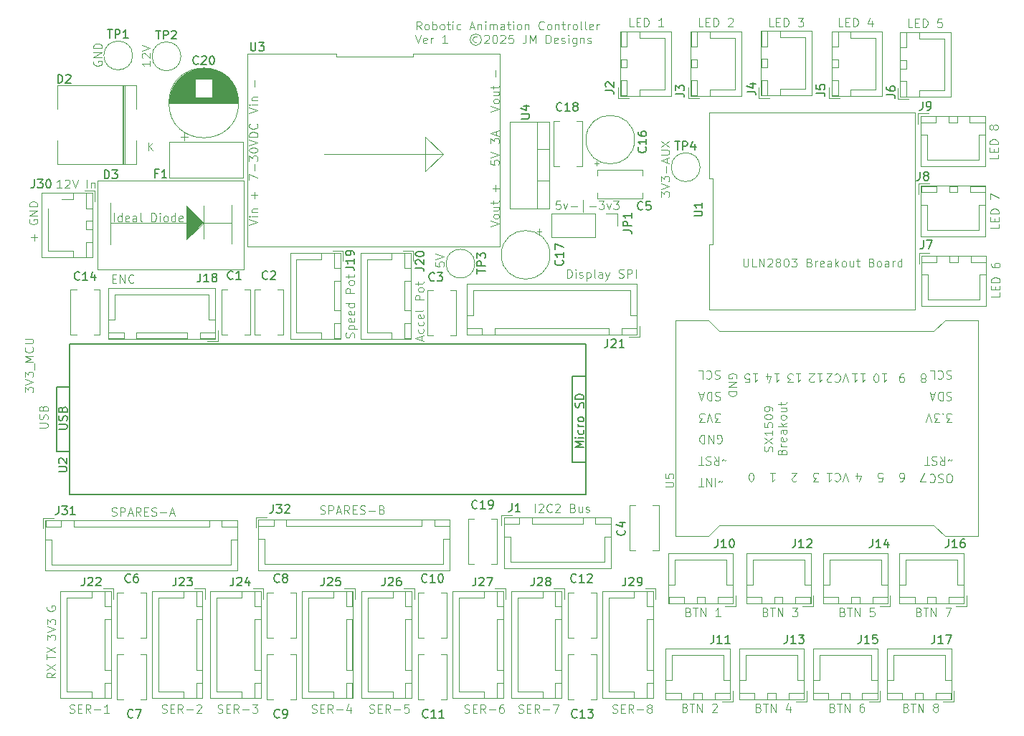
<source format=gbr>
%TF.GenerationSoftware,KiCad,Pcbnew,9.0.6*%
%TF.CreationDate,2026-01-04T18:25:18-08:00*%
%TF.ProjectId,2025_Animation_Controller,32303235-5f41-46e6-996d-6174696f6e5f,rev?*%
%TF.SameCoordinates,Original*%
%TF.FileFunction,Legend,Top*%
%TF.FilePolarity,Positive*%
%FSLAX46Y46*%
G04 Gerber Fmt 4.6, Leading zero omitted, Abs format (unit mm)*
G04 Created by KiCad (PCBNEW 9.0.6) date 2026-01-04 18:25:18*
%MOMM*%
%LPD*%
G01*
G04 APERTURE LIST*
%ADD10C,0.125000*%
%ADD11C,0.100000*%
%ADD12C,0.150000*%
%ADD13C,0.120000*%
G04 APERTURE END LIST*
D10*
X143491759Y-40161175D02*
X143158426Y-39684984D01*
X142920331Y-40161175D02*
X142920331Y-39161175D01*
X142920331Y-39161175D02*
X143301283Y-39161175D01*
X143301283Y-39161175D02*
X143396521Y-39208794D01*
X143396521Y-39208794D02*
X143444140Y-39256413D01*
X143444140Y-39256413D02*
X143491759Y-39351651D01*
X143491759Y-39351651D02*
X143491759Y-39494508D01*
X143491759Y-39494508D02*
X143444140Y-39589746D01*
X143444140Y-39589746D02*
X143396521Y-39637365D01*
X143396521Y-39637365D02*
X143301283Y-39684984D01*
X143301283Y-39684984D02*
X142920331Y-39684984D01*
X144063188Y-40161175D02*
X143967950Y-40113556D01*
X143967950Y-40113556D02*
X143920331Y-40065936D01*
X143920331Y-40065936D02*
X143872712Y-39970698D01*
X143872712Y-39970698D02*
X143872712Y-39684984D01*
X143872712Y-39684984D02*
X143920331Y-39589746D01*
X143920331Y-39589746D02*
X143967950Y-39542127D01*
X143967950Y-39542127D02*
X144063188Y-39494508D01*
X144063188Y-39494508D02*
X144206045Y-39494508D01*
X144206045Y-39494508D02*
X144301283Y-39542127D01*
X144301283Y-39542127D02*
X144348902Y-39589746D01*
X144348902Y-39589746D02*
X144396521Y-39684984D01*
X144396521Y-39684984D02*
X144396521Y-39970698D01*
X144396521Y-39970698D02*
X144348902Y-40065936D01*
X144348902Y-40065936D02*
X144301283Y-40113556D01*
X144301283Y-40113556D02*
X144206045Y-40161175D01*
X144206045Y-40161175D02*
X144063188Y-40161175D01*
X144825093Y-40161175D02*
X144825093Y-39161175D01*
X144825093Y-39542127D02*
X144920331Y-39494508D01*
X144920331Y-39494508D02*
X145110807Y-39494508D01*
X145110807Y-39494508D02*
X145206045Y-39542127D01*
X145206045Y-39542127D02*
X145253664Y-39589746D01*
X145253664Y-39589746D02*
X145301283Y-39684984D01*
X145301283Y-39684984D02*
X145301283Y-39970698D01*
X145301283Y-39970698D02*
X145253664Y-40065936D01*
X145253664Y-40065936D02*
X145206045Y-40113556D01*
X145206045Y-40113556D02*
X145110807Y-40161175D01*
X145110807Y-40161175D02*
X144920331Y-40161175D01*
X144920331Y-40161175D02*
X144825093Y-40113556D01*
X145872712Y-40161175D02*
X145777474Y-40113556D01*
X145777474Y-40113556D02*
X145729855Y-40065936D01*
X145729855Y-40065936D02*
X145682236Y-39970698D01*
X145682236Y-39970698D02*
X145682236Y-39684984D01*
X145682236Y-39684984D02*
X145729855Y-39589746D01*
X145729855Y-39589746D02*
X145777474Y-39542127D01*
X145777474Y-39542127D02*
X145872712Y-39494508D01*
X145872712Y-39494508D02*
X146015569Y-39494508D01*
X146015569Y-39494508D02*
X146110807Y-39542127D01*
X146110807Y-39542127D02*
X146158426Y-39589746D01*
X146158426Y-39589746D02*
X146206045Y-39684984D01*
X146206045Y-39684984D02*
X146206045Y-39970698D01*
X146206045Y-39970698D02*
X146158426Y-40065936D01*
X146158426Y-40065936D02*
X146110807Y-40113556D01*
X146110807Y-40113556D02*
X146015569Y-40161175D01*
X146015569Y-40161175D02*
X145872712Y-40161175D01*
X146491760Y-39494508D02*
X146872712Y-39494508D01*
X146634617Y-39161175D02*
X146634617Y-40018317D01*
X146634617Y-40018317D02*
X146682236Y-40113556D01*
X146682236Y-40113556D02*
X146777474Y-40161175D01*
X146777474Y-40161175D02*
X146872712Y-40161175D01*
X147206046Y-40161175D02*
X147206046Y-39494508D01*
X147206046Y-39161175D02*
X147158427Y-39208794D01*
X147158427Y-39208794D02*
X147206046Y-39256413D01*
X147206046Y-39256413D02*
X147253665Y-39208794D01*
X147253665Y-39208794D02*
X147206046Y-39161175D01*
X147206046Y-39161175D02*
X147206046Y-39256413D01*
X148110807Y-40113556D02*
X148015569Y-40161175D01*
X148015569Y-40161175D02*
X147825093Y-40161175D01*
X147825093Y-40161175D02*
X147729855Y-40113556D01*
X147729855Y-40113556D02*
X147682236Y-40065936D01*
X147682236Y-40065936D02*
X147634617Y-39970698D01*
X147634617Y-39970698D02*
X147634617Y-39684984D01*
X147634617Y-39684984D02*
X147682236Y-39589746D01*
X147682236Y-39589746D02*
X147729855Y-39542127D01*
X147729855Y-39542127D02*
X147825093Y-39494508D01*
X147825093Y-39494508D02*
X148015569Y-39494508D01*
X148015569Y-39494508D02*
X148110807Y-39542127D01*
X149253665Y-39875460D02*
X149729855Y-39875460D01*
X149158427Y-40161175D02*
X149491760Y-39161175D01*
X149491760Y-39161175D02*
X149825093Y-40161175D01*
X150158427Y-39494508D02*
X150158427Y-40161175D01*
X150158427Y-39589746D02*
X150206046Y-39542127D01*
X150206046Y-39542127D02*
X150301284Y-39494508D01*
X150301284Y-39494508D02*
X150444141Y-39494508D01*
X150444141Y-39494508D02*
X150539379Y-39542127D01*
X150539379Y-39542127D02*
X150586998Y-39637365D01*
X150586998Y-39637365D02*
X150586998Y-40161175D01*
X151063189Y-40161175D02*
X151063189Y-39494508D01*
X151063189Y-39161175D02*
X151015570Y-39208794D01*
X151015570Y-39208794D02*
X151063189Y-39256413D01*
X151063189Y-39256413D02*
X151110808Y-39208794D01*
X151110808Y-39208794D02*
X151063189Y-39161175D01*
X151063189Y-39161175D02*
X151063189Y-39256413D01*
X151539379Y-40161175D02*
X151539379Y-39494508D01*
X151539379Y-39589746D02*
X151586998Y-39542127D01*
X151586998Y-39542127D02*
X151682236Y-39494508D01*
X151682236Y-39494508D02*
X151825093Y-39494508D01*
X151825093Y-39494508D02*
X151920331Y-39542127D01*
X151920331Y-39542127D02*
X151967950Y-39637365D01*
X151967950Y-39637365D02*
X151967950Y-40161175D01*
X151967950Y-39637365D02*
X152015569Y-39542127D01*
X152015569Y-39542127D02*
X152110807Y-39494508D01*
X152110807Y-39494508D02*
X152253664Y-39494508D01*
X152253664Y-39494508D02*
X152348903Y-39542127D01*
X152348903Y-39542127D02*
X152396522Y-39637365D01*
X152396522Y-39637365D02*
X152396522Y-40161175D01*
X153301283Y-40161175D02*
X153301283Y-39637365D01*
X153301283Y-39637365D02*
X153253664Y-39542127D01*
X153253664Y-39542127D02*
X153158426Y-39494508D01*
X153158426Y-39494508D02*
X152967950Y-39494508D01*
X152967950Y-39494508D02*
X152872712Y-39542127D01*
X153301283Y-40113556D02*
X153206045Y-40161175D01*
X153206045Y-40161175D02*
X152967950Y-40161175D01*
X152967950Y-40161175D02*
X152872712Y-40113556D01*
X152872712Y-40113556D02*
X152825093Y-40018317D01*
X152825093Y-40018317D02*
X152825093Y-39923079D01*
X152825093Y-39923079D02*
X152872712Y-39827841D01*
X152872712Y-39827841D02*
X152967950Y-39780222D01*
X152967950Y-39780222D02*
X153206045Y-39780222D01*
X153206045Y-39780222D02*
X153301283Y-39732603D01*
X153634617Y-39494508D02*
X154015569Y-39494508D01*
X153777474Y-39161175D02*
X153777474Y-40018317D01*
X153777474Y-40018317D02*
X153825093Y-40113556D01*
X153825093Y-40113556D02*
X153920331Y-40161175D01*
X153920331Y-40161175D02*
X154015569Y-40161175D01*
X154348903Y-40161175D02*
X154348903Y-39494508D01*
X154348903Y-39161175D02*
X154301284Y-39208794D01*
X154301284Y-39208794D02*
X154348903Y-39256413D01*
X154348903Y-39256413D02*
X154396522Y-39208794D01*
X154396522Y-39208794D02*
X154348903Y-39161175D01*
X154348903Y-39161175D02*
X154348903Y-39256413D01*
X154967950Y-40161175D02*
X154872712Y-40113556D01*
X154872712Y-40113556D02*
X154825093Y-40065936D01*
X154825093Y-40065936D02*
X154777474Y-39970698D01*
X154777474Y-39970698D02*
X154777474Y-39684984D01*
X154777474Y-39684984D02*
X154825093Y-39589746D01*
X154825093Y-39589746D02*
X154872712Y-39542127D01*
X154872712Y-39542127D02*
X154967950Y-39494508D01*
X154967950Y-39494508D02*
X155110807Y-39494508D01*
X155110807Y-39494508D02*
X155206045Y-39542127D01*
X155206045Y-39542127D02*
X155253664Y-39589746D01*
X155253664Y-39589746D02*
X155301283Y-39684984D01*
X155301283Y-39684984D02*
X155301283Y-39970698D01*
X155301283Y-39970698D02*
X155253664Y-40065936D01*
X155253664Y-40065936D02*
X155206045Y-40113556D01*
X155206045Y-40113556D02*
X155110807Y-40161175D01*
X155110807Y-40161175D02*
X154967950Y-40161175D01*
X155729855Y-39494508D02*
X155729855Y-40161175D01*
X155729855Y-39589746D02*
X155777474Y-39542127D01*
X155777474Y-39542127D02*
X155872712Y-39494508D01*
X155872712Y-39494508D02*
X156015569Y-39494508D01*
X156015569Y-39494508D02*
X156110807Y-39542127D01*
X156110807Y-39542127D02*
X156158426Y-39637365D01*
X156158426Y-39637365D02*
X156158426Y-40161175D01*
X157967950Y-40065936D02*
X157920331Y-40113556D01*
X157920331Y-40113556D02*
X157777474Y-40161175D01*
X157777474Y-40161175D02*
X157682236Y-40161175D01*
X157682236Y-40161175D02*
X157539379Y-40113556D01*
X157539379Y-40113556D02*
X157444141Y-40018317D01*
X157444141Y-40018317D02*
X157396522Y-39923079D01*
X157396522Y-39923079D02*
X157348903Y-39732603D01*
X157348903Y-39732603D02*
X157348903Y-39589746D01*
X157348903Y-39589746D02*
X157396522Y-39399270D01*
X157396522Y-39399270D02*
X157444141Y-39304032D01*
X157444141Y-39304032D02*
X157539379Y-39208794D01*
X157539379Y-39208794D02*
X157682236Y-39161175D01*
X157682236Y-39161175D02*
X157777474Y-39161175D01*
X157777474Y-39161175D02*
X157920331Y-39208794D01*
X157920331Y-39208794D02*
X157967950Y-39256413D01*
X158539379Y-40161175D02*
X158444141Y-40113556D01*
X158444141Y-40113556D02*
X158396522Y-40065936D01*
X158396522Y-40065936D02*
X158348903Y-39970698D01*
X158348903Y-39970698D02*
X158348903Y-39684984D01*
X158348903Y-39684984D02*
X158396522Y-39589746D01*
X158396522Y-39589746D02*
X158444141Y-39542127D01*
X158444141Y-39542127D02*
X158539379Y-39494508D01*
X158539379Y-39494508D02*
X158682236Y-39494508D01*
X158682236Y-39494508D02*
X158777474Y-39542127D01*
X158777474Y-39542127D02*
X158825093Y-39589746D01*
X158825093Y-39589746D02*
X158872712Y-39684984D01*
X158872712Y-39684984D02*
X158872712Y-39970698D01*
X158872712Y-39970698D02*
X158825093Y-40065936D01*
X158825093Y-40065936D02*
X158777474Y-40113556D01*
X158777474Y-40113556D02*
X158682236Y-40161175D01*
X158682236Y-40161175D02*
X158539379Y-40161175D01*
X159301284Y-39494508D02*
X159301284Y-40161175D01*
X159301284Y-39589746D02*
X159348903Y-39542127D01*
X159348903Y-39542127D02*
X159444141Y-39494508D01*
X159444141Y-39494508D02*
X159586998Y-39494508D01*
X159586998Y-39494508D02*
X159682236Y-39542127D01*
X159682236Y-39542127D02*
X159729855Y-39637365D01*
X159729855Y-39637365D02*
X159729855Y-40161175D01*
X160063189Y-39494508D02*
X160444141Y-39494508D01*
X160206046Y-39161175D02*
X160206046Y-40018317D01*
X160206046Y-40018317D02*
X160253665Y-40113556D01*
X160253665Y-40113556D02*
X160348903Y-40161175D01*
X160348903Y-40161175D02*
X160444141Y-40161175D01*
X160777475Y-40161175D02*
X160777475Y-39494508D01*
X160777475Y-39684984D02*
X160825094Y-39589746D01*
X160825094Y-39589746D02*
X160872713Y-39542127D01*
X160872713Y-39542127D02*
X160967951Y-39494508D01*
X160967951Y-39494508D02*
X161063189Y-39494508D01*
X161539380Y-40161175D02*
X161444142Y-40113556D01*
X161444142Y-40113556D02*
X161396523Y-40065936D01*
X161396523Y-40065936D02*
X161348904Y-39970698D01*
X161348904Y-39970698D02*
X161348904Y-39684984D01*
X161348904Y-39684984D02*
X161396523Y-39589746D01*
X161396523Y-39589746D02*
X161444142Y-39542127D01*
X161444142Y-39542127D02*
X161539380Y-39494508D01*
X161539380Y-39494508D02*
X161682237Y-39494508D01*
X161682237Y-39494508D02*
X161777475Y-39542127D01*
X161777475Y-39542127D02*
X161825094Y-39589746D01*
X161825094Y-39589746D02*
X161872713Y-39684984D01*
X161872713Y-39684984D02*
X161872713Y-39970698D01*
X161872713Y-39970698D02*
X161825094Y-40065936D01*
X161825094Y-40065936D02*
X161777475Y-40113556D01*
X161777475Y-40113556D02*
X161682237Y-40161175D01*
X161682237Y-40161175D02*
X161539380Y-40161175D01*
X162444142Y-40161175D02*
X162348904Y-40113556D01*
X162348904Y-40113556D02*
X162301285Y-40018317D01*
X162301285Y-40018317D02*
X162301285Y-39161175D01*
X162967952Y-40161175D02*
X162872714Y-40113556D01*
X162872714Y-40113556D02*
X162825095Y-40018317D01*
X162825095Y-40018317D02*
X162825095Y-39161175D01*
X163729857Y-40113556D02*
X163634619Y-40161175D01*
X163634619Y-40161175D02*
X163444143Y-40161175D01*
X163444143Y-40161175D02*
X163348905Y-40113556D01*
X163348905Y-40113556D02*
X163301286Y-40018317D01*
X163301286Y-40018317D02*
X163301286Y-39637365D01*
X163301286Y-39637365D02*
X163348905Y-39542127D01*
X163348905Y-39542127D02*
X163444143Y-39494508D01*
X163444143Y-39494508D02*
X163634619Y-39494508D01*
X163634619Y-39494508D02*
X163729857Y-39542127D01*
X163729857Y-39542127D02*
X163777476Y-39637365D01*
X163777476Y-39637365D02*
X163777476Y-39732603D01*
X163777476Y-39732603D02*
X163301286Y-39827841D01*
X164206048Y-40161175D02*
X164206048Y-39494508D01*
X164206048Y-39684984D02*
X164253667Y-39589746D01*
X164253667Y-39589746D02*
X164301286Y-39542127D01*
X164301286Y-39542127D02*
X164396524Y-39494508D01*
X164396524Y-39494508D02*
X164491762Y-39494508D01*
X142777474Y-40771119D02*
X143110807Y-41771119D01*
X143110807Y-41771119D02*
X143444140Y-40771119D01*
X144158426Y-41723500D02*
X144063188Y-41771119D01*
X144063188Y-41771119D02*
X143872712Y-41771119D01*
X143872712Y-41771119D02*
X143777474Y-41723500D01*
X143777474Y-41723500D02*
X143729855Y-41628261D01*
X143729855Y-41628261D02*
X143729855Y-41247309D01*
X143729855Y-41247309D02*
X143777474Y-41152071D01*
X143777474Y-41152071D02*
X143872712Y-41104452D01*
X143872712Y-41104452D02*
X144063188Y-41104452D01*
X144063188Y-41104452D02*
X144158426Y-41152071D01*
X144158426Y-41152071D02*
X144206045Y-41247309D01*
X144206045Y-41247309D02*
X144206045Y-41342547D01*
X144206045Y-41342547D02*
X143729855Y-41437785D01*
X144634617Y-41771119D02*
X144634617Y-41104452D01*
X144634617Y-41294928D02*
X144682236Y-41199690D01*
X144682236Y-41199690D02*
X144729855Y-41152071D01*
X144729855Y-41152071D02*
X144825093Y-41104452D01*
X144825093Y-41104452D02*
X144920331Y-41104452D01*
X146539379Y-41771119D02*
X145967951Y-41771119D01*
X146253665Y-41771119D02*
X146253665Y-40771119D01*
X146253665Y-40771119D02*
X146158427Y-40913976D01*
X146158427Y-40913976D02*
X146063189Y-41009214D01*
X146063189Y-41009214D02*
X145967951Y-41056833D01*
X150063190Y-41009214D02*
X149967951Y-40961595D01*
X149967951Y-40961595D02*
X149777475Y-40961595D01*
X149777475Y-40961595D02*
X149682237Y-41009214D01*
X149682237Y-41009214D02*
X149586999Y-41104452D01*
X149586999Y-41104452D02*
X149539380Y-41199690D01*
X149539380Y-41199690D02*
X149539380Y-41390166D01*
X149539380Y-41390166D02*
X149586999Y-41485404D01*
X149586999Y-41485404D02*
X149682237Y-41580642D01*
X149682237Y-41580642D02*
X149777475Y-41628261D01*
X149777475Y-41628261D02*
X149967951Y-41628261D01*
X149967951Y-41628261D02*
X150063190Y-41580642D01*
X149872713Y-40628261D02*
X149634618Y-40675880D01*
X149634618Y-40675880D02*
X149396523Y-40818738D01*
X149396523Y-40818738D02*
X149253666Y-41056833D01*
X149253666Y-41056833D02*
X149206047Y-41294928D01*
X149206047Y-41294928D02*
X149253666Y-41533023D01*
X149253666Y-41533023D02*
X149396523Y-41771119D01*
X149396523Y-41771119D02*
X149634618Y-41913976D01*
X149634618Y-41913976D02*
X149872713Y-41961595D01*
X149872713Y-41961595D02*
X150110809Y-41913976D01*
X150110809Y-41913976D02*
X150348904Y-41771119D01*
X150348904Y-41771119D02*
X150491761Y-41533023D01*
X150491761Y-41533023D02*
X150539380Y-41294928D01*
X150539380Y-41294928D02*
X150491761Y-41056833D01*
X150491761Y-41056833D02*
X150348904Y-40818738D01*
X150348904Y-40818738D02*
X150110809Y-40675880D01*
X150110809Y-40675880D02*
X149872713Y-40628261D01*
X150920333Y-40866357D02*
X150967952Y-40818738D01*
X150967952Y-40818738D02*
X151063190Y-40771119D01*
X151063190Y-40771119D02*
X151301285Y-40771119D01*
X151301285Y-40771119D02*
X151396523Y-40818738D01*
X151396523Y-40818738D02*
X151444142Y-40866357D01*
X151444142Y-40866357D02*
X151491761Y-40961595D01*
X151491761Y-40961595D02*
X151491761Y-41056833D01*
X151491761Y-41056833D02*
X151444142Y-41199690D01*
X151444142Y-41199690D02*
X150872714Y-41771119D01*
X150872714Y-41771119D02*
X151491761Y-41771119D01*
X152110809Y-40771119D02*
X152206047Y-40771119D01*
X152206047Y-40771119D02*
X152301285Y-40818738D01*
X152301285Y-40818738D02*
X152348904Y-40866357D01*
X152348904Y-40866357D02*
X152396523Y-40961595D01*
X152396523Y-40961595D02*
X152444142Y-41152071D01*
X152444142Y-41152071D02*
X152444142Y-41390166D01*
X152444142Y-41390166D02*
X152396523Y-41580642D01*
X152396523Y-41580642D02*
X152348904Y-41675880D01*
X152348904Y-41675880D02*
X152301285Y-41723500D01*
X152301285Y-41723500D02*
X152206047Y-41771119D01*
X152206047Y-41771119D02*
X152110809Y-41771119D01*
X152110809Y-41771119D02*
X152015571Y-41723500D01*
X152015571Y-41723500D02*
X151967952Y-41675880D01*
X151967952Y-41675880D02*
X151920333Y-41580642D01*
X151920333Y-41580642D02*
X151872714Y-41390166D01*
X151872714Y-41390166D02*
X151872714Y-41152071D01*
X151872714Y-41152071D02*
X151920333Y-40961595D01*
X151920333Y-40961595D02*
X151967952Y-40866357D01*
X151967952Y-40866357D02*
X152015571Y-40818738D01*
X152015571Y-40818738D02*
X152110809Y-40771119D01*
X152825095Y-40866357D02*
X152872714Y-40818738D01*
X152872714Y-40818738D02*
X152967952Y-40771119D01*
X152967952Y-40771119D02*
X153206047Y-40771119D01*
X153206047Y-40771119D02*
X153301285Y-40818738D01*
X153301285Y-40818738D02*
X153348904Y-40866357D01*
X153348904Y-40866357D02*
X153396523Y-40961595D01*
X153396523Y-40961595D02*
X153396523Y-41056833D01*
X153396523Y-41056833D02*
X153348904Y-41199690D01*
X153348904Y-41199690D02*
X152777476Y-41771119D01*
X152777476Y-41771119D02*
X153396523Y-41771119D01*
X154301285Y-40771119D02*
X153825095Y-40771119D01*
X153825095Y-40771119D02*
X153777476Y-41247309D01*
X153777476Y-41247309D02*
X153825095Y-41199690D01*
X153825095Y-41199690D02*
X153920333Y-41152071D01*
X153920333Y-41152071D02*
X154158428Y-41152071D01*
X154158428Y-41152071D02*
X154253666Y-41199690D01*
X154253666Y-41199690D02*
X154301285Y-41247309D01*
X154301285Y-41247309D02*
X154348904Y-41342547D01*
X154348904Y-41342547D02*
X154348904Y-41580642D01*
X154348904Y-41580642D02*
X154301285Y-41675880D01*
X154301285Y-41675880D02*
X154253666Y-41723500D01*
X154253666Y-41723500D02*
X154158428Y-41771119D01*
X154158428Y-41771119D02*
X153920333Y-41771119D01*
X153920333Y-41771119D02*
X153825095Y-41723500D01*
X153825095Y-41723500D02*
X153777476Y-41675880D01*
X155825095Y-40771119D02*
X155825095Y-41485404D01*
X155825095Y-41485404D02*
X155777476Y-41628261D01*
X155777476Y-41628261D02*
X155682238Y-41723500D01*
X155682238Y-41723500D02*
X155539381Y-41771119D01*
X155539381Y-41771119D02*
X155444143Y-41771119D01*
X156301286Y-41771119D02*
X156301286Y-40771119D01*
X156301286Y-40771119D02*
X156634619Y-41485404D01*
X156634619Y-41485404D02*
X156967952Y-40771119D01*
X156967952Y-40771119D02*
X156967952Y-41771119D01*
X158206048Y-41771119D02*
X158206048Y-40771119D01*
X158206048Y-40771119D02*
X158444143Y-40771119D01*
X158444143Y-40771119D02*
X158587000Y-40818738D01*
X158587000Y-40818738D02*
X158682238Y-40913976D01*
X158682238Y-40913976D02*
X158729857Y-41009214D01*
X158729857Y-41009214D02*
X158777476Y-41199690D01*
X158777476Y-41199690D02*
X158777476Y-41342547D01*
X158777476Y-41342547D02*
X158729857Y-41533023D01*
X158729857Y-41533023D02*
X158682238Y-41628261D01*
X158682238Y-41628261D02*
X158587000Y-41723500D01*
X158587000Y-41723500D02*
X158444143Y-41771119D01*
X158444143Y-41771119D02*
X158206048Y-41771119D01*
X159587000Y-41723500D02*
X159491762Y-41771119D01*
X159491762Y-41771119D02*
X159301286Y-41771119D01*
X159301286Y-41771119D02*
X159206048Y-41723500D01*
X159206048Y-41723500D02*
X159158429Y-41628261D01*
X159158429Y-41628261D02*
X159158429Y-41247309D01*
X159158429Y-41247309D02*
X159206048Y-41152071D01*
X159206048Y-41152071D02*
X159301286Y-41104452D01*
X159301286Y-41104452D02*
X159491762Y-41104452D01*
X159491762Y-41104452D02*
X159587000Y-41152071D01*
X159587000Y-41152071D02*
X159634619Y-41247309D01*
X159634619Y-41247309D02*
X159634619Y-41342547D01*
X159634619Y-41342547D02*
X159158429Y-41437785D01*
X160015572Y-41723500D02*
X160110810Y-41771119D01*
X160110810Y-41771119D02*
X160301286Y-41771119D01*
X160301286Y-41771119D02*
X160396524Y-41723500D01*
X160396524Y-41723500D02*
X160444143Y-41628261D01*
X160444143Y-41628261D02*
X160444143Y-41580642D01*
X160444143Y-41580642D02*
X160396524Y-41485404D01*
X160396524Y-41485404D02*
X160301286Y-41437785D01*
X160301286Y-41437785D02*
X160158429Y-41437785D01*
X160158429Y-41437785D02*
X160063191Y-41390166D01*
X160063191Y-41390166D02*
X160015572Y-41294928D01*
X160015572Y-41294928D02*
X160015572Y-41247309D01*
X160015572Y-41247309D02*
X160063191Y-41152071D01*
X160063191Y-41152071D02*
X160158429Y-41104452D01*
X160158429Y-41104452D02*
X160301286Y-41104452D01*
X160301286Y-41104452D02*
X160396524Y-41152071D01*
X160872715Y-41771119D02*
X160872715Y-41104452D01*
X160872715Y-40771119D02*
X160825096Y-40818738D01*
X160825096Y-40818738D02*
X160872715Y-40866357D01*
X160872715Y-40866357D02*
X160920334Y-40818738D01*
X160920334Y-40818738D02*
X160872715Y-40771119D01*
X160872715Y-40771119D02*
X160872715Y-40866357D01*
X161777476Y-41104452D02*
X161777476Y-41913976D01*
X161777476Y-41913976D02*
X161729857Y-42009214D01*
X161729857Y-42009214D02*
X161682238Y-42056833D01*
X161682238Y-42056833D02*
X161587000Y-42104452D01*
X161587000Y-42104452D02*
X161444143Y-42104452D01*
X161444143Y-42104452D02*
X161348905Y-42056833D01*
X161777476Y-41723500D02*
X161682238Y-41771119D01*
X161682238Y-41771119D02*
X161491762Y-41771119D01*
X161491762Y-41771119D02*
X161396524Y-41723500D01*
X161396524Y-41723500D02*
X161348905Y-41675880D01*
X161348905Y-41675880D02*
X161301286Y-41580642D01*
X161301286Y-41580642D02*
X161301286Y-41294928D01*
X161301286Y-41294928D02*
X161348905Y-41199690D01*
X161348905Y-41199690D02*
X161396524Y-41152071D01*
X161396524Y-41152071D02*
X161491762Y-41104452D01*
X161491762Y-41104452D02*
X161682238Y-41104452D01*
X161682238Y-41104452D02*
X161777476Y-41152071D01*
X162253667Y-41104452D02*
X162253667Y-41771119D01*
X162253667Y-41199690D02*
X162301286Y-41152071D01*
X162301286Y-41152071D02*
X162396524Y-41104452D01*
X162396524Y-41104452D02*
X162539381Y-41104452D01*
X162539381Y-41104452D02*
X162634619Y-41152071D01*
X162634619Y-41152071D02*
X162682238Y-41247309D01*
X162682238Y-41247309D02*
X162682238Y-41771119D01*
X163110810Y-41723500D02*
X163206048Y-41771119D01*
X163206048Y-41771119D02*
X163396524Y-41771119D01*
X163396524Y-41771119D02*
X163491762Y-41723500D01*
X163491762Y-41723500D02*
X163539381Y-41628261D01*
X163539381Y-41628261D02*
X163539381Y-41580642D01*
X163539381Y-41580642D02*
X163491762Y-41485404D01*
X163491762Y-41485404D02*
X163396524Y-41437785D01*
X163396524Y-41437785D02*
X163253667Y-41437785D01*
X163253667Y-41437785D02*
X163158429Y-41390166D01*
X163158429Y-41390166D02*
X163110810Y-41294928D01*
X163110810Y-41294928D02*
X163110810Y-41247309D01*
X163110810Y-41247309D02*
X163158429Y-41152071D01*
X163158429Y-41152071D02*
X163253667Y-41104452D01*
X163253667Y-41104452D02*
X163396524Y-41104452D01*
X163396524Y-41104452D02*
X163491762Y-41152071D01*
D11*
X193255074Y-39772419D02*
X192778884Y-39772419D01*
X192778884Y-39772419D02*
X192778884Y-38772419D01*
X193588408Y-39248609D02*
X193921741Y-39248609D01*
X194064598Y-39772419D02*
X193588408Y-39772419D01*
X193588408Y-39772419D02*
X193588408Y-38772419D01*
X193588408Y-38772419D02*
X194064598Y-38772419D01*
X194493170Y-39772419D02*
X194493170Y-38772419D01*
X194493170Y-38772419D02*
X194731265Y-38772419D01*
X194731265Y-38772419D02*
X194874122Y-38820038D01*
X194874122Y-38820038D02*
X194969360Y-38915276D01*
X194969360Y-38915276D02*
X195016979Y-39010514D01*
X195016979Y-39010514D02*
X195064598Y-39200990D01*
X195064598Y-39200990D02*
X195064598Y-39343847D01*
X195064598Y-39343847D02*
X195016979Y-39534323D01*
X195016979Y-39534323D02*
X194969360Y-39629561D01*
X194969360Y-39629561D02*
X194874122Y-39724800D01*
X194874122Y-39724800D02*
X194731265Y-39772419D01*
X194731265Y-39772419D02*
X194493170Y-39772419D01*
X196683646Y-39105752D02*
X196683646Y-39772419D01*
X196445551Y-38724800D02*
X196207456Y-39439085D01*
X196207456Y-39439085D02*
X196826503Y-39439085D01*
X185055074Y-39772419D02*
X184578884Y-39772419D01*
X184578884Y-39772419D02*
X184578884Y-38772419D01*
X185388408Y-39248609D02*
X185721741Y-39248609D01*
X185864598Y-39772419D02*
X185388408Y-39772419D01*
X185388408Y-39772419D02*
X185388408Y-38772419D01*
X185388408Y-38772419D02*
X185864598Y-38772419D01*
X186293170Y-39772419D02*
X186293170Y-38772419D01*
X186293170Y-38772419D02*
X186531265Y-38772419D01*
X186531265Y-38772419D02*
X186674122Y-38820038D01*
X186674122Y-38820038D02*
X186769360Y-38915276D01*
X186769360Y-38915276D02*
X186816979Y-39010514D01*
X186816979Y-39010514D02*
X186864598Y-39200990D01*
X186864598Y-39200990D02*
X186864598Y-39343847D01*
X186864598Y-39343847D02*
X186816979Y-39534323D01*
X186816979Y-39534323D02*
X186769360Y-39629561D01*
X186769360Y-39629561D02*
X186674122Y-39724800D01*
X186674122Y-39724800D02*
X186531265Y-39772419D01*
X186531265Y-39772419D02*
X186293170Y-39772419D01*
X187959837Y-38772419D02*
X188578884Y-38772419D01*
X188578884Y-38772419D02*
X188245551Y-39153371D01*
X188245551Y-39153371D02*
X188388408Y-39153371D01*
X188388408Y-39153371D02*
X188483646Y-39200990D01*
X188483646Y-39200990D02*
X188531265Y-39248609D01*
X188531265Y-39248609D02*
X188578884Y-39343847D01*
X188578884Y-39343847D02*
X188578884Y-39581942D01*
X188578884Y-39581942D02*
X188531265Y-39677180D01*
X188531265Y-39677180D02*
X188483646Y-39724800D01*
X188483646Y-39724800D02*
X188388408Y-39772419D01*
X188388408Y-39772419D02*
X188102694Y-39772419D01*
X188102694Y-39772419D02*
X188007456Y-39724800D01*
X188007456Y-39724800D02*
X187959837Y-39677180D01*
X135524800Y-76543734D02*
X135572419Y-76400877D01*
X135572419Y-76400877D02*
X135572419Y-76162782D01*
X135572419Y-76162782D02*
X135524800Y-76067544D01*
X135524800Y-76067544D02*
X135477180Y-76019925D01*
X135477180Y-76019925D02*
X135381942Y-75972306D01*
X135381942Y-75972306D02*
X135286704Y-75972306D01*
X135286704Y-75972306D02*
X135191466Y-76019925D01*
X135191466Y-76019925D02*
X135143847Y-76067544D01*
X135143847Y-76067544D02*
X135096228Y-76162782D01*
X135096228Y-76162782D02*
X135048609Y-76353258D01*
X135048609Y-76353258D02*
X135000990Y-76448496D01*
X135000990Y-76448496D02*
X134953371Y-76496115D01*
X134953371Y-76496115D02*
X134858133Y-76543734D01*
X134858133Y-76543734D02*
X134762895Y-76543734D01*
X134762895Y-76543734D02*
X134667657Y-76496115D01*
X134667657Y-76496115D02*
X134620038Y-76448496D01*
X134620038Y-76448496D02*
X134572419Y-76353258D01*
X134572419Y-76353258D02*
X134572419Y-76115163D01*
X134572419Y-76115163D02*
X134620038Y-75972306D01*
X134905752Y-75543734D02*
X135905752Y-75543734D01*
X134953371Y-75543734D02*
X134905752Y-75448496D01*
X134905752Y-75448496D02*
X134905752Y-75258020D01*
X134905752Y-75258020D02*
X134953371Y-75162782D01*
X134953371Y-75162782D02*
X135000990Y-75115163D01*
X135000990Y-75115163D02*
X135096228Y-75067544D01*
X135096228Y-75067544D02*
X135381942Y-75067544D01*
X135381942Y-75067544D02*
X135477180Y-75115163D01*
X135477180Y-75115163D02*
X135524800Y-75162782D01*
X135524800Y-75162782D02*
X135572419Y-75258020D01*
X135572419Y-75258020D02*
X135572419Y-75448496D01*
X135572419Y-75448496D02*
X135524800Y-75543734D01*
X135524800Y-74258020D02*
X135572419Y-74353258D01*
X135572419Y-74353258D02*
X135572419Y-74543734D01*
X135572419Y-74543734D02*
X135524800Y-74638972D01*
X135524800Y-74638972D02*
X135429561Y-74686591D01*
X135429561Y-74686591D02*
X135048609Y-74686591D01*
X135048609Y-74686591D02*
X134953371Y-74638972D01*
X134953371Y-74638972D02*
X134905752Y-74543734D01*
X134905752Y-74543734D02*
X134905752Y-74353258D01*
X134905752Y-74353258D02*
X134953371Y-74258020D01*
X134953371Y-74258020D02*
X135048609Y-74210401D01*
X135048609Y-74210401D02*
X135143847Y-74210401D01*
X135143847Y-74210401D02*
X135239085Y-74686591D01*
X135524800Y-73400877D02*
X135572419Y-73496115D01*
X135572419Y-73496115D02*
X135572419Y-73686591D01*
X135572419Y-73686591D02*
X135524800Y-73781829D01*
X135524800Y-73781829D02*
X135429561Y-73829448D01*
X135429561Y-73829448D02*
X135048609Y-73829448D01*
X135048609Y-73829448D02*
X134953371Y-73781829D01*
X134953371Y-73781829D02*
X134905752Y-73686591D01*
X134905752Y-73686591D02*
X134905752Y-73496115D01*
X134905752Y-73496115D02*
X134953371Y-73400877D01*
X134953371Y-73400877D02*
X135048609Y-73353258D01*
X135048609Y-73353258D02*
X135143847Y-73353258D01*
X135143847Y-73353258D02*
X135239085Y-73829448D01*
X135572419Y-72496115D02*
X134572419Y-72496115D01*
X135524800Y-72496115D02*
X135572419Y-72591353D01*
X135572419Y-72591353D02*
X135572419Y-72781829D01*
X135572419Y-72781829D02*
X135524800Y-72877067D01*
X135524800Y-72877067D02*
X135477180Y-72924686D01*
X135477180Y-72924686D02*
X135381942Y-72972305D01*
X135381942Y-72972305D02*
X135096228Y-72972305D01*
X135096228Y-72972305D02*
X135000990Y-72924686D01*
X135000990Y-72924686D02*
X134953371Y-72877067D01*
X134953371Y-72877067D02*
X134905752Y-72781829D01*
X134905752Y-72781829D02*
X134905752Y-72591353D01*
X134905752Y-72591353D02*
X134953371Y-72496115D01*
X135572419Y-71258019D02*
X134572419Y-71258019D01*
X134572419Y-71258019D02*
X134572419Y-70877067D01*
X134572419Y-70877067D02*
X134620038Y-70781829D01*
X134620038Y-70781829D02*
X134667657Y-70734210D01*
X134667657Y-70734210D02*
X134762895Y-70686591D01*
X134762895Y-70686591D02*
X134905752Y-70686591D01*
X134905752Y-70686591D02*
X135000990Y-70734210D01*
X135000990Y-70734210D02*
X135048609Y-70781829D01*
X135048609Y-70781829D02*
X135096228Y-70877067D01*
X135096228Y-70877067D02*
X135096228Y-71258019D01*
X135572419Y-70115162D02*
X135524800Y-70210400D01*
X135524800Y-70210400D02*
X135477180Y-70258019D01*
X135477180Y-70258019D02*
X135381942Y-70305638D01*
X135381942Y-70305638D02*
X135096228Y-70305638D01*
X135096228Y-70305638D02*
X135000990Y-70258019D01*
X135000990Y-70258019D02*
X134953371Y-70210400D01*
X134953371Y-70210400D02*
X134905752Y-70115162D01*
X134905752Y-70115162D02*
X134905752Y-69972305D01*
X134905752Y-69972305D02*
X134953371Y-69877067D01*
X134953371Y-69877067D02*
X135000990Y-69829448D01*
X135000990Y-69829448D02*
X135096228Y-69781829D01*
X135096228Y-69781829D02*
X135381942Y-69781829D01*
X135381942Y-69781829D02*
X135477180Y-69829448D01*
X135477180Y-69829448D02*
X135524800Y-69877067D01*
X135524800Y-69877067D02*
X135572419Y-69972305D01*
X135572419Y-69972305D02*
X135572419Y-70115162D01*
X134905752Y-69496114D02*
X134905752Y-69115162D01*
X134572419Y-69353257D02*
X135429561Y-69353257D01*
X135429561Y-69353257D02*
X135524800Y-69305638D01*
X135524800Y-69305638D02*
X135572419Y-69210400D01*
X135572419Y-69210400D02*
X135572419Y-69115162D01*
X101956265Y-120824800D02*
X102099122Y-120872419D01*
X102099122Y-120872419D02*
X102337217Y-120872419D01*
X102337217Y-120872419D02*
X102432455Y-120824800D01*
X102432455Y-120824800D02*
X102480074Y-120777180D01*
X102480074Y-120777180D02*
X102527693Y-120681942D01*
X102527693Y-120681942D02*
X102527693Y-120586704D01*
X102527693Y-120586704D02*
X102480074Y-120491466D01*
X102480074Y-120491466D02*
X102432455Y-120443847D01*
X102432455Y-120443847D02*
X102337217Y-120396228D01*
X102337217Y-120396228D02*
X102146741Y-120348609D01*
X102146741Y-120348609D02*
X102051503Y-120300990D01*
X102051503Y-120300990D02*
X102003884Y-120253371D01*
X102003884Y-120253371D02*
X101956265Y-120158133D01*
X101956265Y-120158133D02*
X101956265Y-120062895D01*
X101956265Y-120062895D02*
X102003884Y-119967657D01*
X102003884Y-119967657D02*
X102051503Y-119920038D01*
X102051503Y-119920038D02*
X102146741Y-119872419D01*
X102146741Y-119872419D02*
X102384836Y-119872419D01*
X102384836Y-119872419D02*
X102527693Y-119920038D01*
X102956265Y-120348609D02*
X103289598Y-120348609D01*
X103432455Y-120872419D02*
X102956265Y-120872419D01*
X102956265Y-120872419D02*
X102956265Y-119872419D01*
X102956265Y-119872419D02*
X103432455Y-119872419D01*
X104432455Y-120872419D02*
X104099122Y-120396228D01*
X103861027Y-120872419D02*
X103861027Y-119872419D01*
X103861027Y-119872419D02*
X104241979Y-119872419D01*
X104241979Y-119872419D02*
X104337217Y-119920038D01*
X104337217Y-119920038D02*
X104384836Y-119967657D01*
X104384836Y-119967657D02*
X104432455Y-120062895D01*
X104432455Y-120062895D02*
X104432455Y-120205752D01*
X104432455Y-120205752D02*
X104384836Y-120300990D01*
X104384836Y-120300990D02*
X104337217Y-120348609D01*
X104337217Y-120348609D02*
X104241979Y-120396228D01*
X104241979Y-120396228D02*
X103861027Y-120396228D01*
X104861027Y-120491466D02*
X105622932Y-120491466D01*
X106622931Y-120872419D02*
X106051503Y-120872419D01*
X106337217Y-120872419D02*
X106337217Y-119872419D01*
X106337217Y-119872419D02*
X106241979Y-120015276D01*
X106241979Y-120015276D02*
X106146741Y-120110514D01*
X106146741Y-120110514D02*
X106051503Y-120158133D01*
X183337217Y-120248609D02*
X183480074Y-120296228D01*
X183480074Y-120296228D02*
X183527693Y-120343847D01*
X183527693Y-120343847D02*
X183575312Y-120439085D01*
X183575312Y-120439085D02*
X183575312Y-120581942D01*
X183575312Y-120581942D02*
X183527693Y-120677180D01*
X183527693Y-120677180D02*
X183480074Y-120724800D01*
X183480074Y-120724800D02*
X183384836Y-120772419D01*
X183384836Y-120772419D02*
X183003884Y-120772419D01*
X183003884Y-120772419D02*
X183003884Y-119772419D01*
X183003884Y-119772419D02*
X183337217Y-119772419D01*
X183337217Y-119772419D02*
X183432455Y-119820038D01*
X183432455Y-119820038D02*
X183480074Y-119867657D01*
X183480074Y-119867657D02*
X183527693Y-119962895D01*
X183527693Y-119962895D02*
X183527693Y-120058133D01*
X183527693Y-120058133D02*
X183480074Y-120153371D01*
X183480074Y-120153371D02*
X183432455Y-120200990D01*
X183432455Y-120200990D02*
X183337217Y-120248609D01*
X183337217Y-120248609D02*
X183003884Y-120248609D01*
X183861027Y-119772419D02*
X184432455Y-119772419D01*
X184146741Y-120772419D02*
X184146741Y-119772419D01*
X184765789Y-120772419D02*
X184765789Y-119772419D01*
X184765789Y-119772419D02*
X185337217Y-120772419D01*
X185337217Y-120772419D02*
X185337217Y-119772419D01*
X187003884Y-120105752D02*
X187003884Y-120772419D01*
X186765789Y-119724800D02*
X186527694Y-120439085D01*
X186527694Y-120439085D02*
X187146741Y-120439085D01*
X159880074Y-60372419D02*
X159403884Y-60372419D01*
X159403884Y-60372419D02*
X159356265Y-60848609D01*
X159356265Y-60848609D02*
X159403884Y-60800990D01*
X159403884Y-60800990D02*
X159499122Y-60753371D01*
X159499122Y-60753371D02*
X159737217Y-60753371D01*
X159737217Y-60753371D02*
X159832455Y-60800990D01*
X159832455Y-60800990D02*
X159880074Y-60848609D01*
X159880074Y-60848609D02*
X159927693Y-60943847D01*
X159927693Y-60943847D02*
X159927693Y-61181942D01*
X159927693Y-61181942D02*
X159880074Y-61277180D01*
X159880074Y-61277180D02*
X159832455Y-61324800D01*
X159832455Y-61324800D02*
X159737217Y-61372419D01*
X159737217Y-61372419D02*
X159499122Y-61372419D01*
X159499122Y-61372419D02*
X159403884Y-61324800D01*
X159403884Y-61324800D02*
X159356265Y-61277180D01*
X160261027Y-60705752D02*
X160499122Y-61372419D01*
X160499122Y-61372419D02*
X160737217Y-60705752D01*
X161118170Y-60991466D02*
X161880075Y-60991466D01*
X162594360Y-61705752D02*
X162594360Y-60277180D01*
X163308646Y-60991466D02*
X164070551Y-60991466D01*
X164451503Y-60372419D02*
X165070550Y-60372419D01*
X165070550Y-60372419D02*
X164737217Y-60753371D01*
X164737217Y-60753371D02*
X164880074Y-60753371D01*
X164880074Y-60753371D02*
X164975312Y-60800990D01*
X164975312Y-60800990D02*
X165022931Y-60848609D01*
X165022931Y-60848609D02*
X165070550Y-60943847D01*
X165070550Y-60943847D02*
X165070550Y-61181942D01*
X165070550Y-61181942D02*
X165022931Y-61277180D01*
X165022931Y-61277180D02*
X164975312Y-61324800D01*
X164975312Y-61324800D02*
X164880074Y-61372419D01*
X164880074Y-61372419D02*
X164594360Y-61372419D01*
X164594360Y-61372419D02*
X164499122Y-61324800D01*
X164499122Y-61324800D02*
X164451503Y-61277180D01*
X165403884Y-60705752D02*
X165641979Y-61372419D01*
X165641979Y-61372419D02*
X165880074Y-60705752D01*
X166165789Y-60372419D02*
X166784836Y-60372419D01*
X166784836Y-60372419D02*
X166451503Y-60753371D01*
X166451503Y-60753371D02*
X166594360Y-60753371D01*
X166594360Y-60753371D02*
X166689598Y-60800990D01*
X166689598Y-60800990D02*
X166737217Y-60848609D01*
X166737217Y-60848609D02*
X166784836Y-60943847D01*
X166784836Y-60943847D02*
X166784836Y-61181942D01*
X166784836Y-61181942D02*
X166737217Y-61277180D01*
X166737217Y-61277180D02*
X166689598Y-61324800D01*
X166689598Y-61324800D02*
X166594360Y-61372419D01*
X166594360Y-61372419D02*
X166308646Y-61372419D01*
X166308646Y-61372419D02*
X166213408Y-61324800D01*
X166213408Y-61324800D02*
X166165789Y-61277180D01*
X160703884Y-69472419D02*
X160703884Y-68472419D01*
X160703884Y-68472419D02*
X160941979Y-68472419D01*
X160941979Y-68472419D02*
X161084836Y-68520038D01*
X161084836Y-68520038D02*
X161180074Y-68615276D01*
X161180074Y-68615276D02*
X161227693Y-68710514D01*
X161227693Y-68710514D02*
X161275312Y-68900990D01*
X161275312Y-68900990D02*
X161275312Y-69043847D01*
X161275312Y-69043847D02*
X161227693Y-69234323D01*
X161227693Y-69234323D02*
X161180074Y-69329561D01*
X161180074Y-69329561D02*
X161084836Y-69424800D01*
X161084836Y-69424800D02*
X160941979Y-69472419D01*
X160941979Y-69472419D02*
X160703884Y-69472419D01*
X161703884Y-69472419D02*
X161703884Y-68805752D01*
X161703884Y-68472419D02*
X161656265Y-68520038D01*
X161656265Y-68520038D02*
X161703884Y-68567657D01*
X161703884Y-68567657D02*
X161751503Y-68520038D01*
X161751503Y-68520038D02*
X161703884Y-68472419D01*
X161703884Y-68472419D02*
X161703884Y-68567657D01*
X162132455Y-69424800D02*
X162227693Y-69472419D01*
X162227693Y-69472419D02*
X162418169Y-69472419D01*
X162418169Y-69472419D02*
X162513407Y-69424800D01*
X162513407Y-69424800D02*
X162561026Y-69329561D01*
X162561026Y-69329561D02*
X162561026Y-69281942D01*
X162561026Y-69281942D02*
X162513407Y-69186704D01*
X162513407Y-69186704D02*
X162418169Y-69139085D01*
X162418169Y-69139085D02*
X162275312Y-69139085D01*
X162275312Y-69139085D02*
X162180074Y-69091466D01*
X162180074Y-69091466D02*
X162132455Y-68996228D01*
X162132455Y-68996228D02*
X162132455Y-68948609D01*
X162132455Y-68948609D02*
X162180074Y-68853371D01*
X162180074Y-68853371D02*
X162275312Y-68805752D01*
X162275312Y-68805752D02*
X162418169Y-68805752D01*
X162418169Y-68805752D02*
X162513407Y-68853371D01*
X162989598Y-68805752D02*
X162989598Y-69805752D01*
X162989598Y-68853371D02*
X163084836Y-68805752D01*
X163084836Y-68805752D02*
X163275312Y-68805752D01*
X163275312Y-68805752D02*
X163370550Y-68853371D01*
X163370550Y-68853371D02*
X163418169Y-68900990D01*
X163418169Y-68900990D02*
X163465788Y-68996228D01*
X163465788Y-68996228D02*
X163465788Y-69281942D01*
X163465788Y-69281942D02*
X163418169Y-69377180D01*
X163418169Y-69377180D02*
X163370550Y-69424800D01*
X163370550Y-69424800D02*
X163275312Y-69472419D01*
X163275312Y-69472419D02*
X163084836Y-69472419D01*
X163084836Y-69472419D02*
X162989598Y-69424800D01*
X164037217Y-69472419D02*
X163941979Y-69424800D01*
X163941979Y-69424800D02*
X163894360Y-69329561D01*
X163894360Y-69329561D02*
X163894360Y-68472419D01*
X164846741Y-69472419D02*
X164846741Y-68948609D01*
X164846741Y-68948609D02*
X164799122Y-68853371D01*
X164799122Y-68853371D02*
X164703884Y-68805752D01*
X164703884Y-68805752D02*
X164513408Y-68805752D01*
X164513408Y-68805752D02*
X164418170Y-68853371D01*
X164846741Y-69424800D02*
X164751503Y-69472419D01*
X164751503Y-69472419D02*
X164513408Y-69472419D01*
X164513408Y-69472419D02*
X164418170Y-69424800D01*
X164418170Y-69424800D02*
X164370551Y-69329561D01*
X164370551Y-69329561D02*
X164370551Y-69234323D01*
X164370551Y-69234323D02*
X164418170Y-69139085D01*
X164418170Y-69139085D02*
X164513408Y-69091466D01*
X164513408Y-69091466D02*
X164751503Y-69091466D01*
X164751503Y-69091466D02*
X164846741Y-69043847D01*
X165227694Y-68805752D02*
X165465789Y-69472419D01*
X165703884Y-68805752D02*
X165465789Y-69472419D01*
X165465789Y-69472419D02*
X165370551Y-69710514D01*
X165370551Y-69710514D02*
X165322932Y-69758133D01*
X165322932Y-69758133D02*
X165227694Y-69805752D01*
X166799123Y-69424800D02*
X166941980Y-69472419D01*
X166941980Y-69472419D02*
X167180075Y-69472419D01*
X167180075Y-69472419D02*
X167275313Y-69424800D01*
X167275313Y-69424800D02*
X167322932Y-69377180D01*
X167322932Y-69377180D02*
X167370551Y-69281942D01*
X167370551Y-69281942D02*
X167370551Y-69186704D01*
X167370551Y-69186704D02*
X167322932Y-69091466D01*
X167322932Y-69091466D02*
X167275313Y-69043847D01*
X167275313Y-69043847D02*
X167180075Y-68996228D01*
X167180075Y-68996228D02*
X166989599Y-68948609D01*
X166989599Y-68948609D02*
X166894361Y-68900990D01*
X166894361Y-68900990D02*
X166846742Y-68853371D01*
X166846742Y-68853371D02*
X166799123Y-68758133D01*
X166799123Y-68758133D02*
X166799123Y-68662895D01*
X166799123Y-68662895D02*
X166846742Y-68567657D01*
X166846742Y-68567657D02*
X166894361Y-68520038D01*
X166894361Y-68520038D02*
X166989599Y-68472419D01*
X166989599Y-68472419D02*
X167227694Y-68472419D01*
X167227694Y-68472419D02*
X167370551Y-68520038D01*
X167799123Y-69472419D02*
X167799123Y-68472419D01*
X167799123Y-68472419D02*
X168180075Y-68472419D01*
X168180075Y-68472419D02*
X168275313Y-68520038D01*
X168275313Y-68520038D02*
X168322932Y-68567657D01*
X168322932Y-68567657D02*
X168370551Y-68662895D01*
X168370551Y-68662895D02*
X168370551Y-68805752D01*
X168370551Y-68805752D02*
X168322932Y-68900990D01*
X168322932Y-68900990D02*
X168275313Y-68948609D01*
X168275313Y-68948609D02*
X168180075Y-68996228D01*
X168180075Y-68996228D02*
X167799123Y-68996228D01*
X168799123Y-69472419D02*
X168799123Y-68472419D01*
X143486704Y-76843734D02*
X143486704Y-76367544D01*
X143772419Y-76938972D02*
X142772419Y-76605639D01*
X142772419Y-76605639D02*
X143772419Y-76272306D01*
X143724800Y-75510401D02*
X143772419Y-75605639D01*
X143772419Y-75605639D02*
X143772419Y-75796115D01*
X143772419Y-75796115D02*
X143724800Y-75891353D01*
X143724800Y-75891353D02*
X143677180Y-75938972D01*
X143677180Y-75938972D02*
X143581942Y-75986591D01*
X143581942Y-75986591D02*
X143296228Y-75986591D01*
X143296228Y-75986591D02*
X143200990Y-75938972D01*
X143200990Y-75938972D02*
X143153371Y-75891353D01*
X143153371Y-75891353D02*
X143105752Y-75796115D01*
X143105752Y-75796115D02*
X143105752Y-75605639D01*
X143105752Y-75605639D02*
X143153371Y-75510401D01*
X143724800Y-74653258D02*
X143772419Y-74748496D01*
X143772419Y-74748496D02*
X143772419Y-74938972D01*
X143772419Y-74938972D02*
X143724800Y-75034210D01*
X143724800Y-75034210D02*
X143677180Y-75081829D01*
X143677180Y-75081829D02*
X143581942Y-75129448D01*
X143581942Y-75129448D02*
X143296228Y-75129448D01*
X143296228Y-75129448D02*
X143200990Y-75081829D01*
X143200990Y-75081829D02*
X143153371Y-75034210D01*
X143153371Y-75034210D02*
X143105752Y-74938972D01*
X143105752Y-74938972D02*
X143105752Y-74748496D01*
X143105752Y-74748496D02*
X143153371Y-74653258D01*
X143724800Y-73843734D02*
X143772419Y-73938972D01*
X143772419Y-73938972D02*
X143772419Y-74129448D01*
X143772419Y-74129448D02*
X143724800Y-74224686D01*
X143724800Y-74224686D02*
X143629561Y-74272305D01*
X143629561Y-74272305D02*
X143248609Y-74272305D01*
X143248609Y-74272305D02*
X143153371Y-74224686D01*
X143153371Y-74224686D02*
X143105752Y-74129448D01*
X143105752Y-74129448D02*
X143105752Y-73938972D01*
X143105752Y-73938972D02*
X143153371Y-73843734D01*
X143153371Y-73843734D02*
X143248609Y-73796115D01*
X143248609Y-73796115D02*
X143343847Y-73796115D01*
X143343847Y-73796115D02*
X143439085Y-74272305D01*
X143772419Y-73224686D02*
X143724800Y-73319924D01*
X143724800Y-73319924D02*
X143629561Y-73367543D01*
X143629561Y-73367543D02*
X142772419Y-73367543D01*
X143772419Y-72081828D02*
X142772419Y-72081828D01*
X142772419Y-72081828D02*
X142772419Y-71700876D01*
X142772419Y-71700876D02*
X142820038Y-71605638D01*
X142820038Y-71605638D02*
X142867657Y-71558019D01*
X142867657Y-71558019D02*
X142962895Y-71510400D01*
X142962895Y-71510400D02*
X143105752Y-71510400D01*
X143105752Y-71510400D02*
X143200990Y-71558019D01*
X143200990Y-71558019D02*
X143248609Y-71605638D01*
X143248609Y-71605638D02*
X143296228Y-71700876D01*
X143296228Y-71700876D02*
X143296228Y-72081828D01*
X143772419Y-70938971D02*
X143724800Y-71034209D01*
X143724800Y-71034209D02*
X143677180Y-71081828D01*
X143677180Y-71081828D02*
X143581942Y-71129447D01*
X143581942Y-71129447D02*
X143296228Y-71129447D01*
X143296228Y-71129447D02*
X143200990Y-71081828D01*
X143200990Y-71081828D02*
X143153371Y-71034209D01*
X143153371Y-71034209D02*
X143105752Y-70938971D01*
X143105752Y-70938971D02*
X143105752Y-70796114D01*
X143105752Y-70796114D02*
X143153371Y-70700876D01*
X143153371Y-70700876D02*
X143200990Y-70653257D01*
X143200990Y-70653257D02*
X143296228Y-70605638D01*
X143296228Y-70605638D02*
X143581942Y-70605638D01*
X143581942Y-70605638D02*
X143677180Y-70653257D01*
X143677180Y-70653257D02*
X143724800Y-70700876D01*
X143724800Y-70700876D02*
X143772419Y-70796114D01*
X143772419Y-70796114D02*
X143772419Y-70938971D01*
X143105752Y-70319923D02*
X143105752Y-69938971D01*
X142772419Y-70177066D02*
X143629561Y-70177066D01*
X143629561Y-70177066D02*
X143724800Y-70129447D01*
X143724800Y-70129447D02*
X143772419Y-70034209D01*
X143772419Y-70034209D02*
X143772419Y-69938971D01*
X175037217Y-108948609D02*
X175180074Y-108996228D01*
X175180074Y-108996228D02*
X175227693Y-109043847D01*
X175227693Y-109043847D02*
X175275312Y-109139085D01*
X175275312Y-109139085D02*
X175275312Y-109281942D01*
X175275312Y-109281942D02*
X175227693Y-109377180D01*
X175227693Y-109377180D02*
X175180074Y-109424800D01*
X175180074Y-109424800D02*
X175084836Y-109472419D01*
X175084836Y-109472419D02*
X174703884Y-109472419D01*
X174703884Y-109472419D02*
X174703884Y-108472419D01*
X174703884Y-108472419D02*
X175037217Y-108472419D01*
X175037217Y-108472419D02*
X175132455Y-108520038D01*
X175132455Y-108520038D02*
X175180074Y-108567657D01*
X175180074Y-108567657D02*
X175227693Y-108662895D01*
X175227693Y-108662895D02*
X175227693Y-108758133D01*
X175227693Y-108758133D02*
X175180074Y-108853371D01*
X175180074Y-108853371D02*
X175132455Y-108900990D01*
X175132455Y-108900990D02*
X175037217Y-108948609D01*
X175037217Y-108948609D02*
X174703884Y-108948609D01*
X175561027Y-108472419D02*
X176132455Y-108472419D01*
X175846741Y-109472419D02*
X175846741Y-108472419D01*
X176465789Y-109472419D02*
X176465789Y-108472419D01*
X176465789Y-108472419D02*
X177037217Y-109472419D01*
X177037217Y-109472419D02*
X177037217Y-108472419D01*
X178799122Y-109472419D02*
X178227694Y-109472419D01*
X178513408Y-109472419D02*
X178513408Y-108472419D01*
X178513408Y-108472419D02*
X178418170Y-108615276D01*
X178418170Y-108615276D02*
X178322932Y-108710514D01*
X178322932Y-108710514D02*
X178227694Y-108758133D01*
X168555074Y-39772419D02*
X168078884Y-39772419D01*
X168078884Y-39772419D02*
X168078884Y-38772419D01*
X168888408Y-39248609D02*
X169221741Y-39248609D01*
X169364598Y-39772419D02*
X168888408Y-39772419D01*
X168888408Y-39772419D02*
X168888408Y-38772419D01*
X168888408Y-38772419D02*
X169364598Y-38772419D01*
X169793170Y-39772419D02*
X169793170Y-38772419D01*
X169793170Y-38772419D02*
X170031265Y-38772419D01*
X170031265Y-38772419D02*
X170174122Y-38820038D01*
X170174122Y-38820038D02*
X170269360Y-38915276D01*
X170269360Y-38915276D02*
X170316979Y-39010514D01*
X170316979Y-39010514D02*
X170364598Y-39200990D01*
X170364598Y-39200990D02*
X170364598Y-39343847D01*
X170364598Y-39343847D02*
X170316979Y-39534323D01*
X170316979Y-39534323D02*
X170269360Y-39629561D01*
X170269360Y-39629561D02*
X170174122Y-39724800D01*
X170174122Y-39724800D02*
X170031265Y-39772419D01*
X170031265Y-39772419D02*
X169793170Y-39772419D01*
X172078884Y-39772419D02*
X171507456Y-39772419D01*
X171793170Y-39772419D02*
X171793170Y-38772419D01*
X171793170Y-38772419D02*
X171697932Y-38915276D01*
X171697932Y-38915276D02*
X171602694Y-39010514D01*
X171602694Y-39010514D02*
X171507456Y-39058133D01*
X104820038Y-43872306D02*
X104772419Y-43967544D01*
X104772419Y-43967544D02*
X104772419Y-44110401D01*
X104772419Y-44110401D02*
X104820038Y-44253258D01*
X104820038Y-44253258D02*
X104915276Y-44348496D01*
X104915276Y-44348496D02*
X105010514Y-44396115D01*
X105010514Y-44396115D02*
X105200990Y-44443734D01*
X105200990Y-44443734D02*
X105343847Y-44443734D01*
X105343847Y-44443734D02*
X105534323Y-44396115D01*
X105534323Y-44396115D02*
X105629561Y-44348496D01*
X105629561Y-44348496D02*
X105724800Y-44253258D01*
X105724800Y-44253258D02*
X105772419Y-44110401D01*
X105772419Y-44110401D02*
X105772419Y-44015163D01*
X105772419Y-44015163D02*
X105724800Y-43872306D01*
X105724800Y-43872306D02*
X105677180Y-43824687D01*
X105677180Y-43824687D02*
X105343847Y-43824687D01*
X105343847Y-43824687D02*
X105343847Y-44015163D01*
X105772419Y-43396115D02*
X104772419Y-43396115D01*
X104772419Y-43396115D02*
X105772419Y-42824687D01*
X105772419Y-42824687D02*
X104772419Y-42824687D01*
X105772419Y-42348496D02*
X104772419Y-42348496D01*
X104772419Y-42348496D02*
X104772419Y-42110401D01*
X104772419Y-42110401D02*
X104820038Y-41967544D01*
X104820038Y-41967544D02*
X104915276Y-41872306D01*
X104915276Y-41872306D02*
X105010514Y-41824687D01*
X105010514Y-41824687D02*
X105200990Y-41777068D01*
X105200990Y-41777068D02*
X105343847Y-41777068D01*
X105343847Y-41777068D02*
X105534323Y-41824687D01*
X105534323Y-41824687D02*
X105629561Y-41872306D01*
X105629561Y-41872306D02*
X105724800Y-41967544D01*
X105724800Y-41967544D02*
X105772419Y-42110401D01*
X105772419Y-42110401D02*
X105772419Y-42348496D01*
X130556265Y-120824800D02*
X130699122Y-120872419D01*
X130699122Y-120872419D02*
X130937217Y-120872419D01*
X130937217Y-120872419D02*
X131032455Y-120824800D01*
X131032455Y-120824800D02*
X131080074Y-120777180D01*
X131080074Y-120777180D02*
X131127693Y-120681942D01*
X131127693Y-120681942D02*
X131127693Y-120586704D01*
X131127693Y-120586704D02*
X131080074Y-120491466D01*
X131080074Y-120491466D02*
X131032455Y-120443847D01*
X131032455Y-120443847D02*
X130937217Y-120396228D01*
X130937217Y-120396228D02*
X130746741Y-120348609D01*
X130746741Y-120348609D02*
X130651503Y-120300990D01*
X130651503Y-120300990D02*
X130603884Y-120253371D01*
X130603884Y-120253371D02*
X130556265Y-120158133D01*
X130556265Y-120158133D02*
X130556265Y-120062895D01*
X130556265Y-120062895D02*
X130603884Y-119967657D01*
X130603884Y-119967657D02*
X130651503Y-119920038D01*
X130651503Y-119920038D02*
X130746741Y-119872419D01*
X130746741Y-119872419D02*
X130984836Y-119872419D01*
X130984836Y-119872419D02*
X131127693Y-119920038D01*
X131556265Y-120348609D02*
X131889598Y-120348609D01*
X132032455Y-120872419D02*
X131556265Y-120872419D01*
X131556265Y-120872419D02*
X131556265Y-119872419D01*
X131556265Y-119872419D02*
X132032455Y-119872419D01*
X133032455Y-120872419D02*
X132699122Y-120396228D01*
X132461027Y-120872419D02*
X132461027Y-119872419D01*
X132461027Y-119872419D02*
X132841979Y-119872419D01*
X132841979Y-119872419D02*
X132937217Y-119920038D01*
X132937217Y-119920038D02*
X132984836Y-119967657D01*
X132984836Y-119967657D02*
X133032455Y-120062895D01*
X133032455Y-120062895D02*
X133032455Y-120205752D01*
X133032455Y-120205752D02*
X132984836Y-120300990D01*
X132984836Y-120300990D02*
X132937217Y-120348609D01*
X132937217Y-120348609D02*
X132841979Y-120396228D01*
X132841979Y-120396228D02*
X132461027Y-120396228D01*
X133461027Y-120491466D02*
X134222932Y-120491466D01*
X135127693Y-120205752D02*
X135127693Y-120872419D01*
X134889598Y-119824800D02*
X134651503Y-120539085D01*
X134651503Y-120539085D02*
X135270550Y-120539085D01*
X174637217Y-120248609D02*
X174780074Y-120296228D01*
X174780074Y-120296228D02*
X174827693Y-120343847D01*
X174827693Y-120343847D02*
X174875312Y-120439085D01*
X174875312Y-120439085D02*
X174875312Y-120581942D01*
X174875312Y-120581942D02*
X174827693Y-120677180D01*
X174827693Y-120677180D02*
X174780074Y-120724800D01*
X174780074Y-120724800D02*
X174684836Y-120772419D01*
X174684836Y-120772419D02*
X174303884Y-120772419D01*
X174303884Y-120772419D02*
X174303884Y-119772419D01*
X174303884Y-119772419D02*
X174637217Y-119772419D01*
X174637217Y-119772419D02*
X174732455Y-119820038D01*
X174732455Y-119820038D02*
X174780074Y-119867657D01*
X174780074Y-119867657D02*
X174827693Y-119962895D01*
X174827693Y-119962895D02*
X174827693Y-120058133D01*
X174827693Y-120058133D02*
X174780074Y-120153371D01*
X174780074Y-120153371D02*
X174732455Y-120200990D01*
X174732455Y-120200990D02*
X174637217Y-120248609D01*
X174637217Y-120248609D02*
X174303884Y-120248609D01*
X175161027Y-119772419D02*
X175732455Y-119772419D01*
X175446741Y-120772419D02*
X175446741Y-119772419D01*
X176065789Y-120772419D02*
X176065789Y-119772419D01*
X176065789Y-119772419D02*
X176637217Y-120772419D01*
X176637217Y-120772419D02*
X176637217Y-119772419D01*
X177827694Y-119867657D02*
X177875313Y-119820038D01*
X177875313Y-119820038D02*
X177970551Y-119772419D01*
X177970551Y-119772419D02*
X178208646Y-119772419D01*
X178208646Y-119772419D02*
X178303884Y-119820038D01*
X178303884Y-119820038D02*
X178351503Y-119867657D01*
X178351503Y-119867657D02*
X178399122Y-119962895D01*
X178399122Y-119962895D02*
X178399122Y-120058133D01*
X178399122Y-120058133D02*
X178351503Y-120200990D01*
X178351503Y-120200990D02*
X177780075Y-120772419D01*
X177780075Y-120772419D02*
X178399122Y-120772419D01*
X98372419Y-87196115D02*
X99181942Y-87196115D01*
X99181942Y-87196115D02*
X99277180Y-87148496D01*
X99277180Y-87148496D02*
X99324800Y-87100877D01*
X99324800Y-87100877D02*
X99372419Y-87005639D01*
X99372419Y-87005639D02*
X99372419Y-86815163D01*
X99372419Y-86815163D02*
X99324800Y-86719925D01*
X99324800Y-86719925D02*
X99277180Y-86672306D01*
X99277180Y-86672306D02*
X99181942Y-86624687D01*
X99181942Y-86624687D02*
X98372419Y-86624687D01*
X99324800Y-86196115D02*
X99372419Y-86053258D01*
X99372419Y-86053258D02*
X99372419Y-85815163D01*
X99372419Y-85815163D02*
X99324800Y-85719925D01*
X99324800Y-85719925D02*
X99277180Y-85672306D01*
X99277180Y-85672306D02*
X99181942Y-85624687D01*
X99181942Y-85624687D02*
X99086704Y-85624687D01*
X99086704Y-85624687D02*
X98991466Y-85672306D01*
X98991466Y-85672306D02*
X98943847Y-85719925D01*
X98943847Y-85719925D02*
X98896228Y-85815163D01*
X98896228Y-85815163D02*
X98848609Y-86005639D01*
X98848609Y-86005639D02*
X98800990Y-86100877D01*
X98800990Y-86100877D02*
X98753371Y-86148496D01*
X98753371Y-86148496D02*
X98658133Y-86196115D01*
X98658133Y-86196115D02*
X98562895Y-86196115D01*
X98562895Y-86196115D02*
X98467657Y-86148496D01*
X98467657Y-86148496D02*
X98420038Y-86100877D01*
X98420038Y-86100877D02*
X98372419Y-86005639D01*
X98372419Y-86005639D02*
X98372419Y-85767544D01*
X98372419Y-85767544D02*
X98420038Y-85624687D01*
X98848609Y-84862782D02*
X98896228Y-84719925D01*
X98896228Y-84719925D02*
X98943847Y-84672306D01*
X98943847Y-84672306D02*
X99039085Y-84624687D01*
X99039085Y-84624687D02*
X99181942Y-84624687D01*
X99181942Y-84624687D02*
X99277180Y-84672306D01*
X99277180Y-84672306D02*
X99324800Y-84719925D01*
X99324800Y-84719925D02*
X99372419Y-84815163D01*
X99372419Y-84815163D02*
X99372419Y-85196115D01*
X99372419Y-85196115D02*
X98372419Y-85196115D01*
X98372419Y-85196115D02*
X98372419Y-84862782D01*
X98372419Y-84862782D02*
X98420038Y-84767544D01*
X98420038Y-84767544D02*
X98467657Y-84719925D01*
X98467657Y-84719925D02*
X98562895Y-84672306D01*
X98562895Y-84672306D02*
X98658133Y-84672306D01*
X98658133Y-84672306D02*
X98753371Y-84719925D01*
X98753371Y-84719925D02*
X98800990Y-84767544D01*
X98800990Y-84767544D02*
X98848609Y-84862782D01*
X98848609Y-84862782D02*
X98848609Y-85196115D01*
X119456265Y-120824800D02*
X119599122Y-120872419D01*
X119599122Y-120872419D02*
X119837217Y-120872419D01*
X119837217Y-120872419D02*
X119932455Y-120824800D01*
X119932455Y-120824800D02*
X119980074Y-120777180D01*
X119980074Y-120777180D02*
X120027693Y-120681942D01*
X120027693Y-120681942D02*
X120027693Y-120586704D01*
X120027693Y-120586704D02*
X119980074Y-120491466D01*
X119980074Y-120491466D02*
X119932455Y-120443847D01*
X119932455Y-120443847D02*
X119837217Y-120396228D01*
X119837217Y-120396228D02*
X119646741Y-120348609D01*
X119646741Y-120348609D02*
X119551503Y-120300990D01*
X119551503Y-120300990D02*
X119503884Y-120253371D01*
X119503884Y-120253371D02*
X119456265Y-120158133D01*
X119456265Y-120158133D02*
X119456265Y-120062895D01*
X119456265Y-120062895D02*
X119503884Y-119967657D01*
X119503884Y-119967657D02*
X119551503Y-119920038D01*
X119551503Y-119920038D02*
X119646741Y-119872419D01*
X119646741Y-119872419D02*
X119884836Y-119872419D01*
X119884836Y-119872419D02*
X120027693Y-119920038D01*
X120456265Y-120348609D02*
X120789598Y-120348609D01*
X120932455Y-120872419D02*
X120456265Y-120872419D01*
X120456265Y-120872419D02*
X120456265Y-119872419D01*
X120456265Y-119872419D02*
X120932455Y-119872419D01*
X121932455Y-120872419D02*
X121599122Y-120396228D01*
X121361027Y-120872419D02*
X121361027Y-119872419D01*
X121361027Y-119872419D02*
X121741979Y-119872419D01*
X121741979Y-119872419D02*
X121837217Y-119920038D01*
X121837217Y-119920038D02*
X121884836Y-119967657D01*
X121884836Y-119967657D02*
X121932455Y-120062895D01*
X121932455Y-120062895D02*
X121932455Y-120205752D01*
X121932455Y-120205752D02*
X121884836Y-120300990D01*
X121884836Y-120300990D02*
X121837217Y-120348609D01*
X121837217Y-120348609D02*
X121741979Y-120396228D01*
X121741979Y-120396228D02*
X121361027Y-120396228D01*
X122361027Y-120491466D02*
X123122932Y-120491466D01*
X123503884Y-119872419D02*
X124122931Y-119872419D01*
X124122931Y-119872419D02*
X123789598Y-120253371D01*
X123789598Y-120253371D02*
X123932455Y-120253371D01*
X123932455Y-120253371D02*
X124027693Y-120300990D01*
X124027693Y-120300990D02*
X124075312Y-120348609D01*
X124075312Y-120348609D02*
X124122931Y-120443847D01*
X124122931Y-120443847D02*
X124122931Y-120681942D01*
X124122931Y-120681942D02*
X124075312Y-120777180D01*
X124075312Y-120777180D02*
X124027693Y-120824800D01*
X124027693Y-120824800D02*
X123932455Y-120872419D01*
X123932455Y-120872419D02*
X123646741Y-120872419D01*
X123646741Y-120872419D02*
X123551503Y-120824800D01*
X123551503Y-120824800D02*
X123503884Y-120777180D01*
X192037217Y-120248609D02*
X192180074Y-120296228D01*
X192180074Y-120296228D02*
X192227693Y-120343847D01*
X192227693Y-120343847D02*
X192275312Y-120439085D01*
X192275312Y-120439085D02*
X192275312Y-120581942D01*
X192275312Y-120581942D02*
X192227693Y-120677180D01*
X192227693Y-120677180D02*
X192180074Y-120724800D01*
X192180074Y-120724800D02*
X192084836Y-120772419D01*
X192084836Y-120772419D02*
X191703884Y-120772419D01*
X191703884Y-120772419D02*
X191703884Y-119772419D01*
X191703884Y-119772419D02*
X192037217Y-119772419D01*
X192037217Y-119772419D02*
X192132455Y-119820038D01*
X192132455Y-119820038D02*
X192180074Y-119867657D01*
X192180074Y-119867657D02*
X192227693Y-119962895D01*
X192227693Y-119962895D02*
X192227693Y-120058133D01*
X192227693Y-120058133D02*
X192180074Y-120153371D01*
X192180074Y-120153371D02*
X192132455Y-120200990D01*
X192132455Y-120200990D02*
X192037217Y-120248609D01*
X192037217Y-120248609D02*
X191703884Y-120248609D01*
X192561027Y-119772419D02*
X193132455Y-119772419D01*
X192846741Y-120772419D02*
X192846741Y-119772419D01*
X193465789Y-120772419D02*
X193465789Y-119772419D01*
X193465789Y-119772419D02*
X194037217Y-120772419D01*
X194037217Y-120772419D02*
X194037217Y-119772419D01*
X195703884Y-119772419D02*
X195513408Y-119772419D01*
X195513408Y-119772419D02*
X195418170Y-119820038D01*
X195418170Y-119820038D02*
X195370551Y-119867657D01*
X195370551Y-119867657D02*
X195275313Y-120010514D01*
X195275313Y-120010514D02*
X195227694Y-120200990D01*
X195227694Y-120200990D02*
X195227694Y-120581942D01*
X195227694Y-120581942D02*
X195275313Y-120677180D01*
X195275313Y-120677180D02*
X195322932Y-120724800D01*
X195322932Y-120724800D02*
X195418170Y-120772419D01*
X195418170Y-120772419D02*
X195608646Y-120772419D01*
X195608646Y-120772419D02*
X195703884Y-120724800D01*
X195703884Y-120724800D02*
X195751503Y-120677180D01*
X195751503Y-120677180D02*
X195799122Y-120581942D01*
X195799122Y-120581942D02*
X195799122Y-120343847D01*
X195799122Y-120343847D02*
X195751503Y-120248609D01*
X195751503Y-120248609D02*
X195703884Y-120200990D01*
X195703884Y-120200990D02*
X195608646Y-120153371D01*
X195608646Y-120153371D02*
X195418170Y-120153371D01*
X195418170Y-120153371D02*
X195322932Y-120200990D01*
X195322932Y-120200990D02*
X195275313Y-120248609D01*
X195275313Y-120248609D02*
X195227694Y-120343847D01*
X202237217Y-108948609D02*
X202380074Y-108996228D01*
X202380074Y-108996228D02*
X202427693Y-109043847D01*
X202427693Y-109043847D02*
X202475312Y-109139085D01*
X202475312Y-109139085D02*
X202475312Y-109281942D01*
X202475312Y-109281942D02*
X202427693Y-109377180D01*
X202427693Y-109377180D02*
X202380074Y-109424800D01*
X202380074Y-109424800D02*
X202284836Y-109472419D01*
X202284836Y-109472419D02*
X201903884Y-109472419D01*
X201903884Y-109472419D02*
X201903884Y-108472419D01*
X201903884Y-108472419D02*
X202237217Y-108472419D01*
X202237217Y-108472419D02*
X202332455Y-108520038D01*
X202332455Y-108520038D02*
X202380074Y-108567657D01*
X202380074Y-108567657D02*
X202427693Y-108662895D01*
X202427693Y-108662895D02*
X202427693Y-108758133D01*
X202427693Y-108758133D02*
X202380074Y-108853371D01*
X202380074Y-108853371D02*
X202332455Y-108900990D01*
X202332455Y-108900990D02*
X202237217Y-108948609D01*
X202237217Y-108948609D02*
X201903884Y-108948609D01*
X202761027Y-108472419D02*
X203332455Y-108472419D01*
X203046741Y-109472419D02*
X203046741Y-108472419D01*
X203665789Y-109472419D02*
X203665789Y-108472419D01*
X203665789Y-108472419D02*
X204237217Y-109472419D01*
X204237217Y-109472419D02*
X204237217Y-108472419D01*
X205380075Y-108472419D02*
X206046741Y-108472419D01*
X206046741Y-108472419D02*
X205618170Y-109472419D01*
X99297419Y-112241353D02*
X99297419Y-111622306D01*
X99297419Y-111622306D02*
X99678371Y-111955639D01*
X99678371Y-111955639D02*
X99678371Y-111812782D01*
X99678371Y-111812782D02*
X99725990Y-111717544D01*
X99725990Y-111717544D02*
X99773609Y-111669925D01*
X99773609Y-111669925D02*
X99868847Y-111622306D01*
X99868847Y-111622306D02*
X100106942Y-111622306D01*
X100106942Y-111622306D02*
X100202180Y-111669925D01*
X100202180Y-111669925D02*
X100249800Y-111717544D01*
X100249800Y-111717544D02*
X100297419Y-111812782D01*
X100297419Y-111812782D02*
X100297419Y-112098496D01*
X100297419Y-112098496D02*
X100249800Y-112193734D01*
X100249800Y-112193734D02*
X100202180Y-112241353D01*
X99297419Y-111336591D02*
X100297419Y-111003258D01*
X100297419Y-111003258D02*
X99297419Y-110669925D01*
X99297419Y-110431829D02*
X99297419Y-109812782D01*
X99297419Y-109812782D02*
X99678371Y-110146115D01*
X99678371Y-110146115D02*
X99678371Y-110003258D01*
X99678371Y-110003258D02*
X99725990Y-109908020D01*
X99725990Y-109908020D02*
X99773609Y-109860401D01*
X99773609Y-109860401D02*
X99868847Y-109812782D01*
X99868847Y-109812782D02*
X100106942Y-109812782D01*
X100106942Y-109812782D02*
X100202180Y-109860401D01*
X100202180Y-109860401D02*
X100249800Y-109908020D01*
X100249800Y-109908020D02*
X100297419Y-110003258D01*
X100297419Y-110003258D02*
X100297419Y-110288972D01*
X100297419Y-110288972D02*
X100249800Y-110384210D01*
X100249800Y-110384210D02*
X100202180Y-110431829D01*
X111472419Y-43872306D02*
X111472419Y-44443734D01*
X111472419Y-44158020D02*
X110472419Y-44158020D01*
X110472419Y-44158020D02*
X110615276Y-44253258D01*
X110615276Y-44253258D02*
X110710514Y-44348496D01*
X110710514Y-44348496D02*
X110758133Y-44443734D01*
X110567657Y-43491353D02*
X110520038Y-43443734D01*
X110520038Y-43443734D02*
X110472419Y-43348496D01*
X110472419Y-43348496D02*
X110472419Y-43110401D01*
X110472419Y-43110401D02*
X110520038Y-43015163D01*
X110520038Y-43015163D02*
X110567657Y-42967544D01*
X110567657Y-42967544D02*
X110662895Y-42919925D01*
X110662895Y-42919925D02*
X110758133Y-42919925D01*
X110758133Y-42919925D02*
X110900990Y-42967544D01*
X110900990Y-42967544D02*
X111472419Y-43538972D01*
X111472419Y-43538972D02*
X111472419Y-42919925D01*
X110472419Y-42634210D02*
X111472419Y-42300877D01*
X111472419Y-42300877D02*
X110472419Y-41967544D01*
X148581265Y-120824800D02*
X148724122Y-120872419D01*
X148724122Y-120872419D02*
X148962217Y-120872419D01*
X148962217Y-120872419D02*
X149057455Y-120824800D01*
X149057455Y-120824800D02*
X149105074Y-120777180D01*
X149105074Y-120777180D02*
X149152693Y-120681942D01*
X149152693Y-120681942D02*
X149152693Y-120586704D01*
X149152693Y-120586704D02*
X149105074Y-120491466D01*
X149105074Y-120491466D02*
X149057455Y-120443847D01*
X149057455Y-120443847D02*
X148962217Y-120396228D01*
X148962217Y-120396228D02*
X148771741Y-120348609D01*
X148771741Y-120348609D02*
X148676503Y-120300990D01*
X148676503Y-120300990D02*
X148628884Y-120253371D01*
X148628884Y-120253371D02*
X148581265Y-120158133D01*
X148581265Y-120158133D02*
X148581265Y-120062895D01*
X148581265Y-120062895D02*
X148628884Y-119967657D01*
X148628884Y-119967657D02*
X148676503Y-119920038D01*
X148676503Y-119920038D02*
X148771741Y-119872419D01*
X148771741Y-119872419D02*
X149009836Y-119872419D01*
X149009836Y-119872419D02*
X149152693Y-119920038D01*
X149581265Y-120348609D02*
X149914598Y-120348609D01*
X150057455Y-120872419D02*
X149581265Y-120872419D01*
X149581265Y-120872419D02*
X149581265Y-119872419D01*
X149581265Y-119872419D02*
X150057455Y-119872419D01*
X151057455Y-120872419D02*
X150724122Y-120396228D01*
X150486027Y-120872419D02*
X150486027Y-119872419D01*
X150486027Y-119872419D02*
X150866979Y-119872419D01*
X150866979Y-119872419D02*
X150962217Y-119920038D01*
X150962217Y-119920038D02*
X151009836Y-119967657D01*
X151009836Y-119967657D02*
X151057455Y-120062895D01*
X151057455Y-120062895D02*
X151057455Y-120205752D01*
X151057455Y-120205752D02*
X151009836Y-120300990D01*
X151009836Y-120300990D02*
X150962217Y-120348609D01*
X150962217Y-120348609D02*
X150866979Y-120396228D01*
X150866979Y-120396228D02*
X150486027Y-120396228D01*
X151486027Y-120491466D02*
X152247932Y-120491466D01*
X153152693Y-119872419D02*
X152962217Y-119872419D01*
X152962217Y-119872419D02*
X152866979Y-119920038D01*
X152866979Y-119920038D02*
X152819360Y-119967657D01*
X152819360Y-119967657D02*
X152724122Y-120110514D01*
X152724122Y-120110514D02*
X152676503Y-120300990D01*
X152676503Y-120300990D02*
X152676503Y-120681942D01*
X152676503Y-120681942D02*
X152724122Y-120777180D01*
X152724122Y-120777180D02*
X152771741Y-120824800D01*
X152771741Y-120824800D02*
X152866979Y-120872419D01*
X152866979Y-120872419D02*
X153057455Y-120872419D01*
X153057455Y-120872419D02*
X153152693Y-120824800D01*
X153152693Y-120824800D02*
X153200312Y-120777180D01*
X153200312Y-120777180D02*
X153247931Y-120681942D01*
X153247931Y-120681942D02*
X153247931Y-120443847D01*
X153247931Y-120443847D02*
X153200312Y-120348609D01*
X153200312Y-120348609D02*
X153152693Y-120300990D01*
X153152693Y-120300990D02*
X153057455Y-120253371D01*
X153057455Y-120253371D02*
X152866979Y-120253371D01*
X152866979Y-120253371D02*
X152771741Y-120300990D01*
X152771741Y-120300990D02*
X152724122Y-120348609D01*
X152724122Y-120348609D02*
X152676503Y-120443847D01*
X200737217Y-120248609D02*
X200880074Y-120296228D01*
X200880074Y-120296228D02*
X200927693Y-120343847D01*
X200927693Y-120343847D02*
X200975312Y-120439085D01*
X200975312Y-120439085D02*
X200975312Y-120581942D01*
X200975312Y-120581942D02*
X200927693Y-120677180D01*
X200927693Y-120677180D02*
X200880074Y-120724800D01*
X200880074Y-120724800D02*
X200784836Y-120772419D01*
X200784836Y-120772419D02*
X200403884Y-120772419D01*
X200403884Y-120772419D02*
X200403884Y-119772419D01*
X200403884Y-119772419D02*
X200737217Y-119772419D01*
X200737217Y-119772419D02*
X200832455Y-119820038D01*
X200832455Y-119820038D02*
X200880074Y-119867657D01*
X200880074Y-119867657D02*
X200927693Y-119962895D01*
X200927693Y-119962895D02*
X200927693Y-120058133D01*
X200927693Y-120058133D02*
X200880074Y-120153371D01*
X200880074Y-120153371D02*
X200832455Y-120200990D01*
X200832455Y-120200990D02*
X200737217Y-120248609D01*
X200737217Y-120248609D02*
X200403884Y-120248609D01*
X201261027Y-119772419D02*
X201832455Y-119772419D01*
X201546741Y-120772419D02*
X201546741Y-119772419D01*
X202165789Y-120772419D02*
X202165789Y-119772419D01*
X202165789Y-119772419D02*
X202737217Y-120772419D01*
X202737217Y-120772419D02*
X202737217Y-119772419D01*
X204118170Y-120200990D02*
X204022932Y-120153371D01*
X204022932Y-120153371D02*
X203975313Y-120105752D01*
X203975313Y-120105752D02*
X203927694Y-120010514D01*
X203927694Y-120010514D02*
X203927694Y-119962895D01*
X203927694Y-119962895D02*
X203975313Y-119867657D01*
X203975313Y-119867657D02*
X204022932Y-119820038D01*
X204022932Y-119820038D02*
X204118170Y-119772419D01*
X204118170Y-119772419D02*
X204308646Y-119772419D01*
X204308646Y-119772419D02*
X204403884Y-119820038D01*
X204403884Y-119820038D02*
X204451503Y-119867657D01*
X204451503Y-119867657D02*
X204499122Y-119962895D01*
X204499122Y-119962895D02*
X204499122Y-120010514D01*
X204499122Y-120010514D02*
X204451503Y-120105752D01*
X204451503Y-120105752D02*
X204403884Y-120153371D01*
X204403884Y-120153371D02*
X204308646Y-120200990D01*
X204308646Y-120200990D02*
X204118170Y-120200990D01*
X204118170Y-120200990D02*
X204022932Y-120248609D01*
X204022932Y-120248609D02*
X203975313Y-120296228D01*
X203975313Y-120296228D02*
X203927694Y-120391466D01*
X203927694Y-120391466D02*
X203927694Y-120581942D01*
X203927694Y-120581942D02*
X203975313Y-120677180D01*
X203975313Y-120677180D02*
X204022932Y-120724800D01*
X204022932Y-120724800D02*
X204118170Y-120772419D01*
X204118170Y-120772419D02*
X204308646Y-120772419D01*
X204308646Y-120772419D02*
X204403884Y-120724800D01*
X204403884Y-120724800D02*
X204451503Y-120677180D01*
X204451503Y-120677180D02*
X204499122Y-120581942D01*
X204499122Y-120581942D02*
X204499122Y-120391466D01*
X204499122Y-120391466D02*
X204451503Y-120296228D01*
X204451503Y-120296228D02*
X204403884Y-120248609D01*
X204403884Y-120248609D02*
X204308646Y-120200990D01*
X97791466Y-65096115D02*
X97791466Y-64334211D01*
X98172419Y-64715163D02*
X97410514Y-64715163D01*
X97220038Y-62572306D02*
X97172419Y-62667544D01*
X97172419Y-62667544D02*
X97172419Y-62810401D01*
X97172419Y-62810401D02*
X97220038Y-62953258D01*
X97220038Y-62953258D02*
X97315276Y-63048496D01*
X97315276Y-63048496D02*
X97410514Y-63096115D01*
X97410514Y-63096115D02*
X97600990Y-63143734D01*
X97600990Y-63143734D02*
X97743847Y-63143734D01*
X97743847Y-63143734D02*
X97934323Y-63096115D01*
X97934323Y-63096115D02*
X98029561Y-63048496D01*
X98029561Y-63048496D02*
X98124800Y-62953258D01*
X98124800Y-62953258D02*
X98172419Y-62810401D01*
X98172419Y-62810401D02*
X98172419Y-62715163D01*
X98172419Y-62715163D02*
X98124800Y-62572306D01*
X98124800Y-62572306D02*
X98077180Y-62524687D01*
X98077180Y-62524687D02*
X97743847Y-62524687D01*
X97743847Y-62524687D02*
X97743847Y-62715163D01*
X98172419Y-62096115D02*
X97172419Y-62096115D01*
X97172419Y-62096115D02*
X98172419Y-61524687D01*
X98172419Y-61524687D02*
X97172419Y-61524687D01*
X98172419Y-61048496D02*
X97172419Y-61048496D01*
X97172419Y-61048496D02*
X97172419Y-60810401D01*
X97172419Y-60810401D02*
X97220038Y-60667544D01*
X97220038Y-60667544D02*
X97315276Y-60572306D01*
X97315276Y-60572306D02*
X97410514Y-60524687D01*
X97410514Y-60524687D02*
X97600990Y-60477068D01*
X97600990Y-60477068D02*
X97743847Y-60477068D01*
X97743847Y-60477068D02*
X97934323Y-60524687D01*
X97934323Y-60524687D02*
X98029561Y-60572306D01*
X98029561Y-60572306D02*
X98124800Y-60667544D01*
X98124800Y-60667544D02*
X98172419Y-60810401D01*
X98172419Y-60810401D02*
X98172419Y-61048496D01*
X131556265Y-97324800D02*
X131699122Y-97372419D01*
X131699122Y-97372419D02*
X131937217Y-97372419D01*
X131937217Y-97372419D02*
X132032455Y-97324800D01*
X132032455Y-97324800D02*
X132080074Y-97277180D01*
X132080074Y-97277180D02*
X132127693Y-97181942D01*
X132127693Y-97181942D02*
X132127693Y-97086704D01*
X132127693Y-97086704D02*
X132080074Y-96991466D01*
X132080074Y-96991466D02*
X132032455Y-96943847D01*
X132032455Y-96943847D02*
X131937217Y-96896228D01*
X131937217Y-96896228D02*
X131746741Y-96848609D01*
X131746741Y-96848609D02*
X131651503Y-96800990D01*
X131651503Y-96800990D02*
X131603884Y-96753371D01*
X131603884Y-96753371D02*
X131556265Y-96658133D01*
X131556265Y-96658133D02*
X131556265Y-96562895D01*
X131556265Y-96562895D02*
X131603884Y-96467657D01*
X131603884Y-96467657D02*
X131651503Y-96420038D01*
X131651503Y-96420038D02*
X131746741Y-96372419D01*
X131746741Y-96372419D02*
X131984836Y-96372419D01*
X131984836Y-96372419D02*
X132127693Y-96420038D01*
X132556265Y-97372419D02*
X132556265Y-96372419D01*
X132556265Y-96372419D02*
X132937217Y-96372419D01*
X132937217Y-96372419D02*
X133032455Y-96420038D01*
X133032455Y-96420038D02*
X133080074Y-96467657D01*
X133080074Y-96467657D02*
X133127693Y-96562895D01*
X133127693Y-96562895D02*
X133127693Y-96705752D01*
X133127693Y-96705752D02*
X133080074Y-96800990D01*
X133080074Y-96800990D02*
X133032455Y-96848609D01*
X133032455Y-96848609D02*
X132937217Y-96896228D01*
X132937217Y-96896228D02*
X132556265Y-96896228D01*
X133508646Y-97086704D02*
X133984836Y-97086704D01*
X133413408Y-97372419D02*
X133746741Y-96372419D01*
X133746741Y-96372419D02*
X134080074Y-97372419D01*
X134984836Y-97372419D02*
X134651503Y-96896228D01*
X134413408Y-97372419D02*
X134413408Y-96372419D01*
X134413408Y-96372419D02*
X134794360Y-96372419D01*
X134794360Y-96372419D02*
X134889598Y-96420038D01*
X134889598Y-96420038D02*
X134937217Y-96467657D01*
X134937217Y-96467657D02*
X134984836Y-96562895D01*
X134984836Y-96562895D02*
X134984836Y-96705752D01*
X134984836Y-96705752D02*
X134937217Y-96800990D01*
X134937217Y-96800990D02*
X134889598Y-96848609D01*
X134889598Y-96848609D02*
X134794360Y-96896228D01*
X134794360Y-96896228D02*
X134413408Y-96896228D01*
X135413408Y-96848609D02*
X135746741Y-96848609D01*
X135889598Y-97372419D02*
X135413408Y-97372419D01*
X135413408Y-97372419D02*
X135413408Y-96372419D01*
X135413408Y-96372419D02*
X135889598Y-96372419D01*
X136270551Y-97324800D02*
X136413408Y-97372419D01*
X136413408Y-97372419D02*
X136651503Y-97372419D01*
X136651503Y-97372419D02*
X136746741Y-97324800D01*
X136746741Y-97324800D02*
X136794360Y-97277180D01*
X136794360Y-97277180D02*
X136841979Y-97181942D01*
X136841979Y-97181942D02*
X136841979Y-97086704D01*
X136841979Y-97086704D02*
X136794360Y-96991466D01*
X136794360Y-96991466D02*
X136746741Y-96943847D01*
X136746741Y-96943847D02*
X136651503Y-96896228D01*
X136651503Y-96896228D02*
X136461027Y-96848609D01*
X136461027Y-96848609D02*
X136365789Y-96800990D01*
X136365789Y-96800990D02*
X136318170Y-96753371D01*
X136318170Y-96753371D02*
X136270551Y-96658133D01*
X136270551Y-96658133D02*
X136270551Y-96562895D01*
X136270551Y-96562895D02*
X136318170Y-96467657D01*
X136318170Y-96467657D02*
X136365789Y-96420038D01*
X136365789Y-96420038D02*
X136461027Y-96372419D01*
X136461027Y-96372419D02*
X136699122Y-96372419D01*
X136699122Y-96372419D02*
X136841979Y-96420038D01*
X137270551Y-96991466D02*
X138032456Y-96991466D01*
X138841979Y-96848609D02*
X138984836Y-96896228D01*
X138984836Y-96896228D02*
X139032455Y-96943847D01*
X139032455Y-96943847D02*
X139080074Y-97039085D01*
X139080074Y-97039085D02*
X139080074Y-97181942D01*
X139080074Y-97181942D02*
X139032455Y-97277180D01*
X139032455Y-97277180D02*
X138984836Y-97324800D01*
X138984836Y-97324800D02*
X138889598Y-97372419D01*
X138889598Y-97372419D02*
X138508646Y-97372419D01*
X138508646Y-97372419D02*
X138508646Y-96372419D01*
X138508646Y-96372419D02*
X138841979Y-96372419D01*
X138841979Y-96372419D02*
X138937217Y-96420038D01*
X138937217Y-96420038D02*
X138984836Y-96467657D01*
X138984836Y-96467657D02*
X139032455Y-96562895D01*
X139032455Y-96562895D02*
X139032455Y-96658133D01*
X139032455Y-96658133D02*
X138984836Y-96753371D01*
X138984836Y-96753371D02*
X138937217Y-96800990D01*
X138937217Y-96800990D02*
X138841979Y-96848609D01*
X138841979Y-96848609D02*
X138508646Y-96848609D01*
X211572419Y-54919925D02*
X211572419Y-55396115D01*
X211572419Y-55396115D02*
X210572419Y-55396115D01*
X211048609Y-54586591D02*
X211048609Y-54253258D01*
X211572419Y-54110401D02*
X211572419Y-54586591D01*
X211572419Y-54586591D02*
X210572419Y-54586591D01*
X210572419Y-54586591D02*
X210572419Y-54110401D01*
X211572419Y-53681829D02*
X210572419Y-53681829D01*
X210572419Y-53681829D02*
X210572419Y-53443734D01*
X210572419Y-53443734D02*
X210620038Y-53300877D01*
X210620038Y-53300877D02*
X210715276Y-53205639D01*
X210715276Y-53205639D02*
X210810514Y-53158020D01*
X210810514Y-53158020D02*
X211000990Y-53110401D01*
X211000990Y-53110401D02*
X211143847Y-53110401D01*
X211143847Y-53110401D02*
X211334323Y-53158020D01*
X211334323Y-53158020D02*
X211429561Y-53205639D01*
X211429561Y-53205639D02*
X211524800Y-53300877D01*
X211524800Y-53300877D02*
X211572419Y-53443734D01*
X211572419Y-53443734D02*
X211572419Y-53681829D01*
X211000990Y-51777067D02*
X210953371Y-51872305D01*
X210953371Y-51872305D02*
X210905752Y-51919924D01*
X210905752Y-51919924D02*
X210810514Y-51967543D01*
X210810514Y-51967543D02*
X210762895Y-51967543D01*
X210762895Y-51967543D02*
X210667657Y-51919924D01*
X210667657Y-51919924D02*
X210620038Y-51872305D01*
X210620038Y-51872305D02*
X210572419Y-51777067D01*
X210572419Y-51777067D02*
X210572419Y-51586591D01*
X210572419Y-51586591D02*
X210620038Y-51491353D01*
X210620038Y-51491353D02*
X210667657Y-51443734D01*
X210667657Y-51443734D02*
X210762895Y-51396115D01*
X210762895Y-51396115D02*
X210810514Y-51396115D01*
X210810514Y-51396115D02*
X210905752Y-51443734D01*
X210905752Y-51443734D02*
X210953371Y-51491353D01*
X210953371Y-51491353D02*
X211000990Y-51586591D01*
X211000990Y-51586591D02*
X211000990Y-51777067D01*
X211000990Y-51777067D02*
X211048609Y-51872305D01*
X211048609Y-51872305D02*
X211096228Y-51919924D01*
X211096228Y-51919924D02*
X211191466Y-51967543D01*
X211191466Y-51967543D02*
X211381942Y-51967543D01*
X211381942Y-51967543D02*
X211477180Y-51919924D01*
X211477180Y-51919924D02*
X211524800Y-51872305D01*
X211524800Y-51872305D02*
X211572419Y-51777067D01*
X211572419Y-51777067D02*
X211572419Y-51586591D01*
X211572419Y-51586591D02*
X211524800Y-51491353D01*
X211524800Y-51491353D02*
X211477180Y-51443734D01*
X211477180Y-51443734D02*
X211381942Y-51396115D01*
X211381942Y-51396115D02*
X211191466Y-51396115D01*
X211191466Y-51396115D02*
X211096228Y-51443734D01*
X211096228Y-51443734D02*
X211048609Y-51491353D01*
X211048609Y-51491353D02*
X211000990Y-51586591D01*
X107003884Y-69548609D02*
X107337217Y-69548609D01*
X107480074Y-70072419D02*
X107003884Y-70072419D01*
X107003884Y-70072419D02*
X107003884Y-69072419D01*
X107003884Y-69072419D02*
X107480074Y-69072419D01*
X107908646Y-70072419D02*
X107908646Y-69072419D01*
X107908646Y-69072419D02*
X108480074Y-70072419D01*
X108480074Y-70072419D02*
X108480074Y-69072419D01*
X109527693Y-69977180D02*
X109480074Y-70024800D01*
X109480074Y-70024800D02*
X109337217Y-70072419D01*
X109337217Y-70072419D02*
X109241979Y-70072419D01*
X109241979Y-70072419D02*
X109099122Y-70024800D01*
X109099122Y-70024800D02*
X109003884Y-69929561D01*
X109003884Y-69929561D02*
X108956265Y-69834323D01*
X108956265Y-69834323D02*
X108908646Y-69643847D01*
X108908646Y-69643847D02*
X108908646Y-69500990D01*
X108908646Y-69500990D02*
X108956265Y-69310514D01*
X108956265Y-69310514D02*
X109003884Y-69215276D01*
X109003884Y-69215276D02*
X109099122Y-69120038D01*
X109099122Y-69120038D02*
X109241979Y-69072419D01*
X109241979Y-69072419D02*
X109337217Y-69072419D01*
X109337217Y-69072419D02*
X109480074Y-69120038D01*
X109480074Y-69120038D02*
X109527693Y-69167657D01*
X145172419Y-67619925D02*
X145172419Y-68096115D01*
X145172419Y-68096115D02*
X145648609Y-68143734D01*
X145648609Y-68143734D02*
X145600990Y-68096115D01*
X145600990Y-68096115D02*
X145553371Y-68000877D01*
X145553371Y-68000877D02*
X145553371Y-67762782D01*
X145553371Y-67762782D02*
X145600990Y-67667544D01*
X145600990Y-67667544D02*
X145648609Y-67619925D01*
X145648609Y-67619925D02*
X145743847Y-67572306D01*
X145743847Y-67572306D02*
X145981942Y-67572306D01*
X145981942Y-67572306D02*
X146077180Y-67619925D01*
X146077180Y-67619925D02*
X146124800Y-67667544D01*
X146124800Y-67667544D02*
X146172419Y-67762782D01*
X146172419Y-67762782D02*
X146172419Y-68000877D01*
X146172419Y-68000877D02*
X146124800Y-68096115D01*
X146124800Y-68096115D02*
X146077180Y-68143734D01*
X145172419Y-67286591D02*
X146172419Y-66953258D01*
X146172419Y-66953258D02*
X145172419Y-66619925D01*
X176755074Y-39772419D02*
X176278884Y-39772419D01*
X176278884Y-39772419D02*
X176278884Y-38772419D01*
X177088408Y-39248609D02*
X177421741Y-39248609D01*
X177564598Y-39772419D02*
X177088408Y-39772419D01*
X177088408Y-39772419D02*
X177088408Y-38772419D01*
X177088408Y-38772419D02*
X177564598Y-38772419D01*
X177993170Y-39772419D02*
X177993170Y-38772419D01*
X177993170Y-38772419D02*
X178231265Y-38772419D01*
X178231265Y-38772419D02*
X178374122Y-38820038D01*
X178374122Y-38820038D02*
X178469360Y-38915276D01*
X178469360Y-38915276D02*
X178516979Y-39010514D01*
X178516979Y-39010514D02*
X178564598Y-39200990D01*
X178564598Y-39200990D02*
X178564598Y-39343847D01*
X178564598Y-39343847D02*
X178516979Y-39534323D01*
X178516979Y-39534323D02*
X178469360Y-39629561D01*
X178469360Y-39629561D02*
X178374122Y-39724800D01*
X178374122Y-39724800D02*
X178231265Y-39772419D01*
X178231265Y-39772419D02*
X177993170Y-39772419D01*
X179707456Y-38867657D02*
X179755075Y-38820038D01*
X179755075Y-38820038D02*
X179850313Y-38772419D01*
X179850313Y-38772419D02*
X180088408Y-38772419D01*
X180088408Y-38772419D02*
X180183646Y-38820038D01*
X180183646Y-38820038D02*
X180231265Y-38867657D01*
X180231265Y-38867657D02*
X180278884Y-38962895D01*
X180278884Y-38962895D02*
X180278884Y-39058133D01*
X180278884Y-39058133D02*
X180231265Y-39200990D01*
X180231265Y-39200990D02*
X179659837Y-39772419D01*
X179659837Y-39772419D02*
X180278884Y-39772419D01*
X171772419Y-59891353D02*
X171772419Y-59272306D01*
X171772419Y-59272306D02*
X172153371Y-59605639D01*
X172153371Y-59605639D02*
X172153371Y-59462782D01*
X172153371Y-59462782D02*
X172200990Y-59367544D01*
X172200990Y-59367544D02*
X172248609Y-59319925D01*
X172248609Y-59319925D02*
X172343847Y-59272306D01*
X172343847Y-59272306D02*
X172581942Y-59272306D01*
X172581942Y-59272306D02*
X172677180Y-59319925D01*
X172677180Y-59319925D02*
X172724800Y-59367544D01*
X172724800Y-59367544D02*
X172772419Y-59462782D01*
X172772419Y-59462782D02*
X172772419Y-59748496D01*
X172772419Y-59748496D02*
X172724800Y-59843734D01*
X172724800Y-59843734D02*
X172677180Y-59891353D01*
X171772419Y-58986591D02*
X172772419Y-58653258D01*
X172772419Y-58653258D02*
X171772419Y-58319925D01*
X171772419Y-58081829D02*
X171772419Y-57462782D01*
X171772419Y-57462782D02*
X172153371Y-57796115D01*
X172153371Y-57796115D02*
X172153371Y-57653258D01*
X172153371Y-57653258D02*
X172200990Y-57558020D01*
X172200990Y-57558020D02*
X172248609Y-57510401D01*
X172248609Y-57510401D02*
X172343847Y-57462782D01*
X172343847Y-57462782D02*
X172581942Y-57462782D01*
X172581942Y-57462782D02*
X172677180Y-57510401D01*
X172677180Y-57510401D02*
X172724800Y-57558020D01*
X172724800Y-57558020D02*
X172772419Y-57653258D01*
X172772419Y-57653258D02*
X172772419Y-57938972D01*
X172772419Y-57938972D02*
X172724800Y-58034210D01*
X172724800Y-58034210D02*
X172677180Y-58081829D01*
X172391466Y-57034210D02*
X172391466Y-56272306D01*
X172486704Y-55843734D02*
X172486704Y-55367544D01*
X172772419Y-55938972D02*
X171772419Y-55605639D01*
X171772419Y-55605639D02*
X172772419Y-55272306D01*
X171772419Y-54938972D02*
X172581942Y-54938972D01*
X172581942Y-54938972D02*
X172677180Y-54891353D01*
X172677180Y-54891353D02*
X172724800Y-54843734D01*
X172724800Y-54843734D02*
X172772419Y-54748496D01*
X172772419Y-54748496D02*
X172772419Y-54558020D01*
X172772419Y-54558020D02*
X172724800Y-54462782D01*
X172724800Y-54462782D02*
X172677180Y-54415163D01*
X172677180Y-54415163D02*
X172581942Y-54367544D01*
X172581942Y-54367544D02*
X171772419Y-54367544D01*
X171772419Y-53986591D02*
X172772419Y-53319925D01*
X171772419Y-53319925D02*
X172772419Y-53986591D01*
X137356265Y-120824800D02*
X137499122Y-120872419D01*
X137499122Y-120872419D02*
X137737217Y-120872419D01*
X137737217Y-120872419D02*
X137832455Y-120824800D01*
X137832455Y-120824800D02*
X137880074Y-120777180D01*
X137880074Y-120777180D02*
X137927693Y-120681942D01*
X137927693Y-120681942D02*
X137927693Y-120586704D01*
X137927693Y-120586704D02*
X137880074Y-120491466D01*
X137880074Y-120491466D02*
X137832455Y-120443847D01*
X137832455Y-120443847D02*
X137737217Y-120396228D01*
X137737217Y-120396228D02*
X137546741Y-120348609D01*
X137546741Y-120348609D02*
X137451503Y-120300990D01*
X137451503Y-120300990D02*
X137403884Y-120253371D01*
X137403884Y-120253371D02*
X137356265Y-120158133D01*
X137356265Y-120158133D02*
X137356265Y-120062895D01*
X137356265Y-120062895D02*
X137403884Y-119967657D01*
X137403884Y-119967657D02*
X137451503Y-119920038D01*
X137451503Y-119920038D02*
X137546741Y-119872419D01*
X137546741Y-119872419D02*
X137784836Y-119872419D01*
X137784836Y-119872419D02*
X137927693Y-119920038D01*
X138356265Y-120348609D02*
X138689598Y-120348609D01*
X138832455Y-120872419D02*
X138356265Y-120872419D01*
X138356265Y-120872419D02*
X138356265Y-119872419D01*
X138356265Y-119872419D02*
X138832455Y-119872419D01*
X139832455Y-120872419D02*
X139499122Y-120396228D01*
X139261027Y-120872419D02*
X139261027Y-119872419D01*
X139261027Y-119872419D02*
X139641979Y-119872419D01*
X139641979Y-119872419D02*
X139737217Y-119920038D01*
X139737217Y-119920038D02*
X139784836Y-119967657D01*
X139784836Y-119967657D02*
X139832455Y-120062895D01*
X139832455Y-120062895D02*
X139832455Y-120205752D01*
X139832455Y-120205752D02*
X139784836Y-120300990D01*
X139784836Y-120300990D02*
X139737217Y-120348609D01*
X139737217Y-120348609D02*
X139641979Y-120396228D01*
X139641979Y-120396228D02*
X139261027Y-120396228D01*
X140261027Y-120491466D02*
X141022932Y-120491466D01*
X141975312Y-119872419D02*
X141499122Y-119872419D01*
X141499122Y-119872419D02*
X141451503Y-120348609D01*
X141451503Y-120348609D02*
X141499122Y-120300990D01*
X141499122Y-120300990D02*
X141594360Y-120253371D01*
X141594360Y-120253371D02*
X141832455Y-120253371D01*
X141832455Y-120253371D02*
X141927693Y-120300990D01*
X141927693Y-120300990D02*
X141975312Y-120348609D01*
X141975312Y-120348609D02*
X142022931Y-120443847D01*
X142022931Y-120443847D02*
X142022931Y-120681942D01*
X142022931Y-120681942D02*
X141975312Y-120777180D01*
X141975312Y-120777180D02*
X141927693Y-120824800D01*
X141927693Y-120824800D02*
X141832455Y-120872419D01*
X141832455Y-120872419D02*
X141594360Y-120872419D01*
X141594360Y-120872419D02*
X141499122Y-120824800D01*
X141499122Y-120824800D02*
X141451503Y-120777180D01*
X112856265Y-120824800D02*
X112999122Y-120872419D01*
X112999122Y-120872419D02*
X113237217Y-120872419D01*
X113237217Y-120872419D02*
X113332455Y-120824800D01*
X113332455Y-120824800D02*
X113380074Y-120777180D01*
X113380074Y-120777180D02*
X113427693Y-120681942D01*
X113427693Y-120681942D02*
X113427693Y-120586704D01*
X113427693Y-120586704D02*
X113380074Y-120491466D01*
X113380074Y-120491466D02*
X113332455Y-120443847D01*
X113332455Y-120443847D02*
X113237217Y-120396228D01*
X113237217Y-120396228D02*
X113046741Y-120348609D01*
X113046741Y-120348609D02*
X112951503Y-120300990D01*
X112951503Y-120300990D02*
X112903884Y-120253371D01*
X112903884Y-120253371D02*
X112856265Y-120158133D01*
X112856265Y-120158133D02*
X112856265Y-120062895D01*
X112856265Y-120062895D02*
X112903884Y-119967657D01*
X112903884Y-119967657D02*
X112951503Y-119920038D01*
X112951503Y-119920038D02*
X113046741Y-119872419D01*
X113046741Y-119872419D02*
X113284836Y-119872419D01*
X113284836Y-119872419D02*
X113427693Y-119920038D01*
X113856265Y-120348609D02*
X114189598Y-120348609D01*
X114332455Y-120872419D02*
X113856265Y-120872419D01*
X113856265Y-120872419D02*
X113856265Y-119872419D01*
X113856265Y-119872419D02*
X114332455Y-119872419D01*
X115332455Y-120872419D02*
X114999122Y-120396228D01*
X114761027Y-120872419D02*
X114761027Y-119872419D01*
X114761027Y-119872419D02*
X115141979Y-119872419D01*
X115141979Y-119872419D02*
X115237217Y-119920038D01*
X115237217Y-119920038D02*
X115284836Y-119967657D01*
X115284836Y-119967657D02*
X115332455Y-120062895D01*
X115332455Y-120062895D02*
X115332455Y-120205752D01*
X115332455Y-120205752D02*
X115284836Y-120300990D01*
X115284836Y-120300990D02*
X115237217Y-120348609D01*
X115237217Y-120348609D02*
X115141979Y-120396228D01*
X115141979Y-120396228D02*
X114761027Y-120396228D01*
X115761027Y-120491466D02*
X116522932Y-120491466D01*
X116951503Y-119967657D02*
X116999122Y-119920038D01*
X116999122Y-119920038D02*
X117094360Y-119872419D01*
X117094360Y-119872419D02*
X117332455Y-119872419D01*
X117332455Y-119872419D02*
X117427693Y-119920038D01*
X117427693Y-119920038D02*
X117475312Y-119967657D01*
X117475312Y-119967657D02*
X117522931Y-120062895D01*
X117522931Y-120062895D02*
X117522931Y-120158133D01*
X117522931Y-120158133D02*
X117475312Y-120300990D01*
X117475312Y-120300990D02*
X116903884Y-120872419D01*
X116903884Y-120872419D02*
X117522931Y-120872419D01*
X99320038Y-108272306D02*
X99272419Y-108367544D01*
X99272419Y-108367544D02*
X99272419Y-108510401D01*
X99272419Y-108510401D02*
X99320038Y-108653258D01*
X99320038Y-108653258D02*
X99415276Y-108748496D01*
X99415276Y-108748496D02*
X99510514Y-108796115D01*
X99510514Y-108796115D02*
X99700990Y-108843734D01*
X99700990Y-108843734D02*
X99843847Y-108843734D01*
X99843847Y-108843734D02*
X100034323Y-108796115D01*
X100034323Y-108796115D02*
X100129561Y-108748496D01*
X100129561Y-108748496D02*
X100224800Y-108653258D01*
X100224800Y-108653258D02*
X100272419Y-108510401D01*
X100272419Y-108510401D02*
X100272419Y-108415163D01*
X100272419Y-108415163D02*
X100224800Y-108272306D01*
X100224800Y-108272306D02*
X100177180Y-108224687D01*
X100177180Y-108224687D02*
X99843847Y-108224687D01*
X99843847Y-108224687D02*
X99843847Y-108415163D01*
X100272419Y-116124687D02*
X99796228Y-116458020D01*
X100272419Y-116696115D02*
X99272419Y-116696115D01*
X99272419Y-116696115D02*
X99272419Y-116315163D01*
X99272419Y-116315163D02*
X99320038Y-116219925D01*
X99320038Y-116219925D02*
X99367657Y-116172306D01*
X99367657Y-116172306D02*
X99462895Y-116124687D01*
X99462895Y-116124687D02*
X99605752Y-116124687D01*
X99605752Y-116124687D02*
X99700990Y-116172306D01*
X99700990Y-116172306D02*
X99748609Y-116219925D01*
X99748609Y-116219925D02*
X99796228Y-116315163D01*
X99796228Y-116315163D02*
X99796228Y-116696115D01*
X99272419Y-115791353D02*
X100272419Y-115124687D01*
X99272419Y-115124687D02*
X100272419Y-115791353D01*
X96672419Y-82991353D02*
X96672419Y-82372306D01*
X96672419Y-82372306D02*
X97053371Y-82705639D01*
X97053371Y-82705639D02*
X97053371Y-82562782D01*
X97053371Y-82562782D02*
X97100990Y-82467544D01*
X97100990Y-82467544D02*
X97148609Y-82419925D01*
X97148609Y-82419925D02*
X97243847Y-82372306D01*
X97243847Y-82372306D02*
X97481942Y-82372306D01*
X97481942Y-82372306D02*
X97577180Y-82419925D01*
X97577180Y-82419925D02*
X97624800Y-82467544D01*
X97624800Y-82467544D02*
X97672419Y-82562782D01*
X97672419Y-82562782D02*
X97672419Y-82848496D01*
X97672419Y-82848496D02*
X97624800Y-82943734D01*
X97624800Y-82943734D02*
X97577180Y-82991353D01*
X96672419Y-82086591D02*
X97672419Y-81753258D01*
X97672419Y-81753258D02*
X96672419Y-81419925D01*
X96672419Y-81181829D02*
X96672419Y-80562782D01*
X96672419Y-80562782D02*
X97053371Y-80896115D01*
X97053371Y-80896115D02*
X97053371Y-80753258D01*
X97053371Y-80753258D02*
X97100990Y-80658020D01*
X97100990Y-80658020D02*
X97148609Y-80610401D01*
X97148609Y-80610401D02*
X97243847Y-80562782D01*
X97243847Y-80562782D02*
X97481942Y-80562782D01*
X97481942Y-80562782D02*
X97577180Y-80610401D01*
X97577180Y-80610401D02*
X97624800Y-80658020D01*
X97624800Y-80658020D02*
X97672419Y-80753258D01*
X97672419Y-80753258D02*
X97672419Y-81038972D01*
X97672419Y-81038972D02*
X97624800Y-81134210D01*
X97624800Y-81134210D02*
X97577180Y-81181829D01*
X97767657Y-80372306D02*
X97767657Y-79610401D01*
X97672419Y-79372305D02*
X96672419Y-79372305D01*
X96672419Y-79372305D02*
X97386704Y-79038972D01*
X97386704Y-79038972D02*
X96672419Y-78705639D01*
X96672419Y-78705639D02*
X97672419Y-78705639D01*
X97577180Y-77658020D02*
X97624800Y-77705639D01*
X97624800Y-77705639D02*
X97672419Y-77848496D01*
X97672419Y-77848496D02*
X97672419Y-77943734D01*
X97672419Y-77943734D02*
X97624800Y-78086591D01*
X97624800Y-78086591D02*
X97529561Y-78181829D01*
X97529561Y-78181829D02*
X97434323Y-78229448D01*
X97434323Y-78229448D02*
X97243847Y-78277067D01*
X97243847Y-78277067D02*
X97100990Y-78277067D01*
X97100990Y-78277067D02*
X96910514Y-78229448D01*
X96910514Y-78229448D02*
X96815276Y-78181829D01*
X96815276Y-78181829D02*
X96720038Y-78086591D01*
X96720038Y-78086591D02*
X96672419Y-77943734D01*
X96672419Y-77943734D02*
X96672419Y-77848496D01*
X96672419Y-77848496D02*
X96720038Y-77705639D01*
X96720038Y-77705639D02*
X96767657Y-77658020D01*
X96672419Y-77229448D02*
X97481942Y-77229448D01*
X97481942Y-77229448D02*
X97577180Y-77181829D01*
X97577180Y-77181829D02*
X97624800Y-77134210D01*
X97624800Y-77134210D02*
X97672419Y-77038972D01*
X97672419Y-77038972D02*
X97672419Y-76848496D01*
X97672419Y-76848496D02*
X97624800Y-76753258D01*
X97624800Y-76753258D02*
X97577180Y-76705639D01*
X97577180Y-76705639D02*
X97481942Y-76658020D01*
X97481942Y-76658020D02*
X96672419Y-76658020D01*
X106931265Y-97549800D02*
X107074122Y-97597419D01*
X107074122Y-97597419D02*
X107312217Y-97597419D01*
X107312217Y-97597419D02*
X107407455Y-97549800D01*
X107407455Y-97549800D02*
X107455074Y-97502180D01*
X107455074Y-97502180D02*
X107502693Y-97406942D01*
X107502693Y-97406942D02*
X107502693Y-97311704D01*
X107502693Y-97311704D02*
X107455074Y-97216466D01*
X107455074Y-97216466D02*
X107407455Y-97168847D01*
X107407455Y-97168847D02*
X107312217Y-97121228D01*
X107312217Y-97121228D02*
X107121741Y-97073609D01*
X107121741Y-97073609D02*
X107026503Y-97025990D01*
X107026503Y-97025990D02*
X106978884Y-96978371D01*
X106978884Y-96978371D02*
X106931265Y-96883133D01*
X106931265Y-96883133D02*
X106931265Y-96787895D01*
X106931265Y-96787895D02*
X106978884Y-96692657D01*
X106978884Y-96692657D02*
X107026503Y-96645038D01*
X107026503Y-96645038D02*
X107121741Y-96597419D01*
X107121741Y-96597419D02*
X107359836Y-96597419D01*
X107359836Y-96597419D02*
X107502693Y-96645038D01*
X107931265Y-97597419D02*
X107931265Y-96597419D01*
X107931265Y-96597419D02*
X108312217Y-96597419D01*
X108312217Y-96597419D02*
X108407455Y-96645038D01*
X108407455Y-96645038D02*
X108455074Y-96692657D01*
X108455074Y-96692657D02*
X108502693Y-96787895D01*
X108502693Y-96787895D02*
X108502693Y-96930752D01*
X108502693Y-96930752D02*
X108455074Y-97025990D01*
X108455074Y-97025990D02*
X108407455Y-97073609D01*
X108407455Y-97073609D02*
X108312217Y-97121228D01*
X108312217Y-97121228D02*
X107931265Y-97121228D01*
X108883646Y-97311704D02*
X109359836Y-97311704D01*
X108788408Y-97597419D02*
X109121741Y-96597419D01*
X109121741Y-96597419D02*
X109455074Y-97597419D01*
X110359836Y-97597419D02*
X110026503Y-97121228D01*
X109788408Y-97597419D02*
X109788408Y-96597419D01*
X109788408Y-96597419D02*
X110169360Y-96597419D01*
X110169360Y-96597419D02*
X110264598Y-96645038D01*
X110264598Y-96645038D02*
X110312217Y-96692657D01*
X110312217Y-96692657D02*
X110359836Y-96787895D01*
X110359836Y-96787895D02*
X110359836Y-96930752D01*
X110359836Y-96930752D02*
X110312217Y-97025990D01*
X110312217Y-97025990D02*
X110264598Y-97073609D01*
X110264598Y-97073609D02*
X110169360Y-97121228D01*
X110169360Y-97121228D02*
X109788408Y-97121228D01*
X110788408Y-97073609D02*
X111121741Y-97073609D01*
X111264598Y-97597419D02*
X110788408Y-97597419D01*
X110788408Y-97597419D02*
X110788408Y-96597419D01*
X110788408Y-96597419D02*
X111264598Y-96597419D01*
X111645551Y-97549800D02*
X111788408Y-97597419D01*
X111788408Y-97597419D02*
X112026503Y-97597419D01*
X112026503Y-97597419D02*
X112121741Y-97549800D01*
X112121741Y-97549800D02*
X112169360Y-97502180D01*
X112169360Y-97502180D02*
X112216979Y-97406942D01*
X112216979Y-97406942D02*
X112216979Y-97311704D01*
X112216979Y-97311704D02*
X112169360Y-97216466D01*
X112169360Y-97216466D02*
X112121741Y-97168847D01*
X112121741Y-97168847D02*
X112026503Y-97121228D01*
X112026503Y-97121228D02*
X111836027Y-97073609D01*
X111836027Y-97073609D02*
X111740789Y-97025990D01*
X111740789Y-97025990D02*
X111693170Y-96978371D01*
X111693170Y-96978371D02*
X111645551Y-96883133D01*
X111645551Y-96883133D02*
X111645551Y-96787895D01*
X111645551Y-96787895D02*
X111693170Y-96692657D01*
X111693170Y-96692657D02*
X111740789Y-96645038D01*
X111740789Y-96645038D02*
X111836027Y-96597419D01*
X111836027Y-96597419D02*
X112074122Y-96597419D01*
X112074122Y-96597419D02*
X112216979Y-96645038D01*
X112645551Y-97216466D02*
X113407456Y-97216466D01*
X113836027Y-97311704D02*
X114312217Y-97311704D01*
X113740789Y-97597419D02*
X114074122Y-96597419D01*
X114074122Y-96597419D02*
X114407455Y-97597419D01*
X211672419Y-63119925D02*
X211672419Y-63596115D01*
X211672419Y-63596115D02*
X210672419Y-63596115D01*
X211148609Y-62786591D02*
X211148609Y-62453258D01*
X211672419Y-62310401D02*
X211672419Y-62786591D01*
X211672419Y-62786591D02*
X210672419Y-62786591D01*
X210672419Y-62786591D02*
X210672419Y-62310401D01*
X211672419Y-61881829D02*
X210672419Y-61881829D01*
X210672419Y-61881829D02*
X210672419Y-61643734D01*
X210672419Y-61643734D02*
X210720038Y-61500877D01*
X210720038Y-61500877D02*
X210815276Y-61405639D01*
X210815276Y-61405639D02*
X210910514Y-61358020D01*
X210910514Y-61358020D02*
X211100990Y-61310401D01*
X211100990Y-61310401D02*
X211243847Y-61310401D01*
X211243847Y-61310401D02*
X211434323Y-61358020D01*
X211434323Y-61358020D02*
X211529561Y-61405639D01*
X211529561Y-61405639D02*
X211624800Y-61500877D01*
X211624800Y-61500877D02*
X211672419Y-61643734D01*
X211672419Y-61643734D02*
X211672419Y-61881829D01*
X210672419Y-60215162D02*
X210672419Y-59548496D01*
X210672419Y-59548496D02*
X211672419Y-59977067D01*
X101027693Y-58872419D02*
X100456265Y-58872419D01*
X100741979Y-58872419D02*
X100741979Y-57872419D01*
X100741979Y-57872419D02*
X100646741Y-58015276D01*
X100646741Y-58015276D02*
X100551503Y-58110514D01*
X100551503Y-58110514D02*
X100456265Y-58158133D01*
X101408646Y-57967657D02*
X101456265Y-57920038D01*
X101456265Y-57920038D02*
X101551503Y-57872419D01*
X101551503Y-57872419D02*
X101789598Y-57872419D01*
X101789598Y-57872419D02*
X101884836Y-57920038D01*
X101884836Y-57920038D02*
X101932455Y-57967657D01*
X101932455Y-57967657D02*
X101980074Y-58062895D01*
X101980074Y-58062895D02*
X101980074Y-58158133D01*
X101980074Y-58158133D02*
X101932455Y-58300990D01*
X101932455Y-58300990D02*
X101361027Y-58872419D01*
X101361027Y-58872419D02*
X101980074Y-58872419D01*
X102265789Y-57872419D02*
X102599122Y-58872419D01*
X102599122Y-58872419D02*
X102932455Y-57872419D01*
X104027694Y-58872419D02*
X104027694Y-57872419D01*
X104503884Y-58205752D02*
X104503884Y-58872419D01*
X104503884Y-58300990D02*
X104551503Y-58253371D01*
X104551503Y-58253371D02*
X104646741Y-58205752D01*
X104646741Y-58205752D02*
X104789598Y-58205752D01*
X104789598Y-58205752D02*
X104884836Y-58253371D01*
X104884836Y-58253371D02*
X104932455Y-58348609D01*
X104932455Y-58348609D02*
X104932455Y-58872419D01*
X156903884Y-97172419D02*
X156903884Y-96172419D01*
X157332455Y-96267657D02*
X157380074Y-96220038D01*
X157380074Y-96220038D02*
X157475312Y-96172419D01*
X157475312Y-96172419D02*
X157713407Y-96172419D01*
X157713407Y-96172419D02*
X157808645Y-96220038D01*
X157808645Y-96220038D02*
X157856264Y-96267657D01*
X157856264Y-96267657D02*
X157903883Y-96362895D01*
X157903883Y-96362895D02*
X157903883Y-96458133D01*
X157903883Y-96458133D02*
X157856264Y-96600990D01*
X157856264Y-96600990D02*
X157284836Y-97172419D01*
X157284836Y-97172419D02*
X157903883Y-97172419D01*
X158903883Y-97077180D02*
X158856264Y-97124800D01*
X158856264Y-97124800D02*
X158713407Y-97172419D01*
X158713407Y-97172419D02*
X158618169Y-97172419D01*
X158618169Y-97172419D02*
X158475312Y-97124800D01*
X158475312Y-97124800D02*
X158380074Y-97029561D01*
X158380074Y-97029561D02*
X158332455Y-96934323D01*
X158332455Y-96934323D02*
X158284836Y-96743847D01*
X158284836Y-96743847D02*
X158284836Y-96600990D01*
X158284836Y-96600990D02*
X158332455Y-96410514D01*
X158332455Y-96410514D02*
X158380074Y-96315276D01*
X158380074Y-96315276D02*
X158475312Y-96220038D01*
X158475312Y-96220038D02*
X158618169Y-96172419D01*
X158618169Y-96172419D02*
X158713407Y-96172419D01*
X158713407Y-96172419D02*
X158856264Y-96220038D01*
X158856264Y-96220038D02*
X158903883Y-96267657D01*
X159284836Y-96267657D02*
X159332455Y-96220038D01*
X159332455Y-96220038D02*
X159427693Y-96172419D01*
X159427693Y-96172419D02*
X159665788Y-96172419D01*
X159665788Y-96172419D02*
X159761026Y-96220038D01*
X159761026Y-96220038D02*
X159808645Y-96267657D01*
X159808645Y-96267657D02*
X159856264Y-96362895D01*
X159856264Y-96362895D02*
X159856264Y-96458133D01*
X159856264Y-96458133D02*
X159808645Y-96600990D01*
X159808645Y-96600990D02*
X159237217Y-97172419D01*
X159237217Y-97172419D02*
X159856264Y-97172419D01*
X161380074Y-96648609D02*
X161522931Y-96696228D01*
X161522931Y-96696228D02*
X161570550Y-96743847D01*
X161570550Y-96743847D02*
X161618169Y-96839085D01*
X161618169Y-96839085D02*
X161618169Y-96981942D01*
X161618169Y-96981942D02*
X161570550Y-97077180D01*
X161570550Y-97077180D02*
X161522931Y-97124800D01*
X161522931Y-97124800D02*
X161427693Y-97172419D01*
X161427693Y-97172419D02*
X161046741Y-97172419D01*
X161046741Y-97172419D02*
X161046741Y-96172419D01*
X161046741Y-96172419D02*
X161380074Y-96172419D01*
X161380074Y-96172419D02*
X161475312Y-96220038D01*
X161475312Y-96220038D02*
X161522931Y-96267657D01*
X161522931Y-96267657D02*
X161570550Y-96362895D01*
X161570550Y-96362895D02*
X161570550Y-96458133D01*
X161570550Y-96458133D02*
X161522931Y-96553371D01*
X161522931Y-96553371D02*
X161475312Y-96600990D01*
X161475312Y-96600990D02*
X161380074Y-96648609D01*
X161380074Y-96648609D02*
X161046741Y-96648609D01*
X162475312Y-96505752D02*
X162475312Y-97172419D01*
X162046741Y-96505752D02*
X162046741Y-97029561D01*
X162046741Y-97029561D02*
X162094360Y-97124800D01*
X162094360Y-97124800D02*
X162189598Y-97172419D01*
X162189598Y-97172419D02*
X162332455Y-97172419D01*
X162332455Y-97172419D02*
X162427693Y-97124800D01*
X162427693Y-97124800D02*
X162475312Y-97077180D01*
X162903884Y-97124800D02*
X162999122Y-97172419D01*
X162999122Y-97172419D02*
X163189598Y-97172419D01*
X163189598Y-97172419D02*
X163284836Y-97124800D01*
X163284836Y-97124800D02*
X163332455Y-97029561D01*
X163332455Y-97029561D02*
X163332455Y-96981942D01*
X163332455Y-96981942D02*
X163284836Y-96886704D01*
X163284836Y-96886704D02*
X163189598Y-96839085D01*
X163189598Y-96839085D02*
X163046741Y-96839085D01*
X163046741Y-96839085D02*
X162951503Y-96791466D01*
X162951503Y-96791466D02*
X162903884Y-96696228D01*
X162903884Y-96696228D02*
X162903884Y-96648609D01*
X162903884Y-96648609D02*
X162951503Y-96553371D01*
X162951503Y-96553371D02*
X163046741Y-96505752D01*
X163046741Y-96505752D02*
X163189598Y-96505752D01*
X163189598Y-96505752D02*
X163284836Y-96553371D01*
X166056265Y-120824800D02*
X166199122Y-120872419D01*
X166199122Y-120872419D02*
X166437217Y-120872419D01*
X166437217Y-120872419D02*
X166532455Y-120824800D01*
X166532455Y-120824800D02*
X166580074Y-120777180D01*
X166580074Y-120777180D02*
X166627693Y-120681942D01*
X166627693Y-120681942D02*
X166627693Y-120586704D01*
X166627693Y-120586704D02*
X166580074Y-120491466D01*
X166580074Y-120491466D02*
X166532455Y-120443847D01*
X166532455Y-120443847D02*
X166437217Y-120396228D01*
X166437217Y-120396228D02*
X166246741Y-120348609D01*
X166246741Y-120348609D02*
X166151503Y-120300990D01*
X166151503Y-120300990D02*
X166103884Y-120253371D01*
X166103884Y-120253371D02*
X166056265Y-120158133D01*
X166056265Y-120158133D02*
X166056265Y-120062895D01*
X166056265Y-120062895D02*
X166103884Y-119967657D01*
X166103884Y-119967657D02*
X166151503Y-119920038D01*
X166151503Y-119920038D02*
X166246741Y-119872419D01*
X166246741Y-119872419D02*
X166484836Y-119872419D01*
X166484836Y-119872419D02*
X166627693Y-119920038D01*
X167056265Y-120348609D02*
X167389598Y-120348609D01*
X167532455Y-120872419D02*
X167056265Y-120872419D01*
X167056265Y-120872419D02*
X167056265Y-119872419D01*
X167056265Y-119872419D02*
X167532455Y-119872419D01*
X168532455Y-120872419D02*
X168199122Y-120396228D01*
X167961027Y-120872419D02*
X167961027Y-119872419D01*
X167961027Y-119872419D02*
X168341979Y-119872419D01*
X168341979Y-119872419D02*
X168437217Y-119920038D01*
X168437217Y-119920038D02*
X168484836Y-119967657D01*
X168484836Y-119967657D02*
X168532455Y-120062895D01*
X168532455Y-120062895D02*
X168532455Y-120205752D01*
X168532455Y-120205752D02*
X168484836Y-120300990D01*
X168484836Y-120300990D02*
X168437217Y-120348609D01*
X168437217Y-120348609D02*
X168341979Y-120396228D01*
X168341979Y-120396228D02*
X167961027Y-120396228D01*
X168961027Y-120491466D02*
X169722932Y-120491466D01*
X170341979Y-120300990D02*
X170246741Y-120253371D01*
X170246741Y-120253371D02*
X170199122Y-120205752D01*
X170199122Y-120205752D02*
X170151503Y-120110514D01*
X170151503Y-120110514D02*
X170151503Y-120062895D01*
X170151503Y-120062895D02*
X170199122Y-119967657D01*
X170199122Y-119967657D02*
X170246741Y-119920038D01*
X170246741Y-119920038D02*
X170341979Y-119872419D01*
X170341979Y-119872419D02*
X170532455Y-119872419D01*
X170532455Y-119872419D02*
X170627693Y-119920038D01*
X170627693Y-119920038D02*
X170675312Y-119967657D01*
X170675312Y-119967657D02*
X170722931Y-120062895D01*
X170722931Y-120062895D02*
X170722931Y-120110514D01*
X170722931Y-120110514D02*
X170675312Y-120205752D01*
X170675312Y-120205752D02*
X170627693Y-120253371D01*
X170627693Y-120253371D02*
X170532455Y-120300990D01*
X170532455Y-120300990D02*
X170341979Y-120300990D01*
X170341979Y-120300990D02*
X170246741Y-120348609D01*
X170246741Y-120348609D02*
X170199122Y-120396228D01*
X170199122Y-120396228D02*
X170151503Y-120491466D01*
X170151503Y-120491466D02*
X170151503Y-120681942D01*
X170151503Y-120681942D02*
X170199122Y-120777180D01*
X170199122Y-120777180D02*
X170246741Y-120824800D01*
X170246741Y-120824800D02*
X170341979Y-120872419D01*
X170341979Y-120872419D02*
X170532455Y-120872419D01*
X170532455Y-120872419D02*
X170627693Y-120824800D01*
X170627693Y-120824800D02*
X170675312Y-120777180D01*
X170675312Y-120777180D02*
X170722931Y-120681942D01*
X170722931Y-120681942D02*
X170722931Y-120491466D01*
X170722931Y-120491466D02*
X170675312Y-120396228D01*
X170675312Y-120396228D02*
X170627693Y-120348609D01*
X170627693Y-120348609D02*
X170532455Y-120300990D01*
X184137217Y-108948609D02*
X184280074Y-108996228D01*
X184280074Y-108996228D02*
X184327693Y-109043847D01*
X184327693Y-109043847D02*
X184375312Y-109139085D01*
X184375312Y-109139085D02*
X184375312Y-109281942D01*
X184375312Y-109281942D02*
X184327693Y-109377180D01*
X184327693Y-109377180D02*
X184280074Y-109424800D01*
X184280074Y-109424800D02*
X184184836Y-109472419D01*
X184184836Y-109472419D02*
X183803884Y-109472419D01*
X183803884Y-109472419D02*
X183803884Y-108472419D01*
X183803884Y-108472419D02*
X184137217Y-108472419D01*
X184137217Y-108472419D02*
X184232455Y-108520038D01*
X184232455Y-108520038D02*
X184280074Y-108567657D01*
X184280074Y-108567657D02*
X184327693Y-108662895D01*
X184327693Y-108662895D02*
X184327693Y-108758133D01*
X184327693Y-108758133D02*
X184280074Y-108853371D01*
X184280074Y-108853371D02*
X184232455Y-108900990D01*
X184232455Y-108900990D02*
X184137217Y-108948609D01*
X184137217Y-108948609D02*
X183803884Y-108948609D01*
X184661027Y-108472419D02*
X185232455Y-108472419D01*
X184946741Y-109472419D02*
X184946741Y-108472419D01*
X185565789Y-109472419D02*
X185565789Y-108472419D01*
X185565789Y-108472419D02*
X186137217Y-109472419D01*
X186137217Y-109472419D02*
X186137217Y-108472419D01*
X187280075Y-108472419D02*
X187899122Y-108472419D01*
X187899122Y-108472419D02*
X187565789Y-108853371D01*
X187565789Y-108853371D02*
X187708646Y-108853371D01*
X187708646Y-108853371D02*
X187803884Y-108900990D01*
X187803884Y-108900990D02*
X187851503Y-108948609D01*
X187851503Y-108948609D02*
X187899122Y-109043847D01*
X187899122Y-109043847D02*
X187899122Y-109281942D01*
X187899122Y-109281942D02*
X187851503Y-109377180D01*
X187851503Y-109377180D02*
X187803884Y-109424800D01*
X187803884Y-109424800D02*
X187708646Y-109472419D01*
X187708646Y-109472419D02*
X187422932Y-109472419D01*
X187422932Y-109472419D02*
X187327694Y-109424800D01*
X187327694Y-109424800D02*
X187280075Y-109377180D01*
X154956265Y-120824800D02*
X155099122Y-120872419D01*
X155099122Y-120872419D02*
X155337217Y-120872419D01*
X155337217Y-120872419D02*
X155432455Y-120824800D01*
X155432455Y-120824800D02*
X155480074Y-120777180D01*
X155480074Y-120777180D02*
X155527693Y-120681942D01*
X155527693Y-120681942D02*
X155527693Y-120586704D01*
X155527693Y-120586704D02*
X155480074Y-120491466D01*
X155480074Y-120491466D02*
X155432455Y-120443847D01*
X155432455Y-120443847D02*
X155337217Y-120396228D01*
X155337217Y-120396228D02*
X155146741Y-120348609D01*
X155146741Y-120348609D02*
X155051503Y-120300990D01*
X155051503Y-120300990D02*
X155003884Y-120253371D01*
X155003884Y-120253371D02*
X154956265Y-120158133D01*
X154956265Y-120158133D02*
X154956265Y-120062895D01*
X154956265Y-120062895D02*
X155003884Y-119967657D01*
X155003884Y-119967657D02*
X155051503Y-119920038D01*
X155051503Y-119920038D02*
X155146741Y-119872419D01*
X155146741Y-119872419D02*
X155384836Y-119872419D01*
X155384836Y-119872419D02*
X155527693Y-119920038D01*
X155956265Y-120348609D02*
X156289598Y-120348609D01*
X156432455Y-120872419D02*
X155956265Y-120872419D01*
X155956265Y-120872419D02*
X155956265Y-119872419D01*
X155956265Y-119872419D02*
X156432455Y-119872419D01*
X157432455Y-120872419D02*
X157099122Y-120396228D01*
X156861027Y-120872419D02*
X156861027Y-119872419D01*
X156861027Y-119872419D02*
X157241979Y-119872419D01*
X157241979Y-119872419D02*
X157337217Y-119920038D01*
X157337217Y-119920038D02*
X157384836Y-119967657D01*
X157384836Y-119967657D02*
X157432455Y-120062895D01*
X157432455Y-120062895D02*
X157432455Y-120205752D01*
X157432455Y-120205752D02*
X157384836Y-120300990D01*
X157384836Y-120300990D02*
X157337217Y-120348609D01*
X157337217Y-120348609D02*
X157241979Y-120396228D01*
X157241979Y-120396228D02*
X156861027Y-120396228D01*
X157861027Y-120491466D02*
X158622932Y-120491466D01*
X159003884Y-119872419D02*
X159670550Y-119872419D01*
X159670550Y-119872419D02*
X159241979Y-120872419D01*
X193237217Y-108948609D02*
X193380074Y-108996228D01*
X193380074Y-108996228D02*
X193427693Y-109043847D01*
X193427693Y-109043847D02*
X193475312Y-109139085D01*
X193475312Y-109139085D02*
X193475312Y-109281942D01*
X193475312Y-109281942D02*
X193427693Y-109377180D01*
X193427693Y-109377180D02*
X193380074Y-109424800D01*
X193380074Y-109424800D02*
X193284836Y-109472419D01*
X193284836Y-109472419D02*
X192903884Y-109472419D01*
X192903884Y-109472419D02*
X192903884Y-108472419D01*
X192903884Y-108472419D02*
X193237217Y-108472419D01*
X193237217Y-108472419D02*
X193332455Y-108520038D01*
X193332455Y-108520038D02*
X193380074Y-108567657D01*
X193380074Y-108567657D02*
X193427693Y-108662895D01*
X193427693Y-108662895D02*
X193427693Y-108758133D01*
X193427693Y-108758133D02*
X193380074Y-108853371D01*
X193380074Y-108853371D02*
X193332455Y-108900990D01*
X193332455Y-108900990D02*
X193237217Y-108948609D01*
X193237217Y-108948609D02*
X192903884Y-108948609D01*
X193761027Y-108472419D02*
X194332455Y-108472419D01*
X194046741Y-109472419D02*
X194046741Y-108472419D01*
X194665789Y-109472419D02*
X194665789Y-108472419D01*
X194665789Y-108472419D02*
X195237217Y-109472419D01*
X195237217Y-109472419D02*
X195237217Y-108472419D01*
X196951503Y-108472419D02*
X196475313Y-108472419D01*
X196475313Y-108472419D02*
X196427694Y-108948609D01*
X196427694Y-108948609D02*
X196475313Y-108900990D01*
X196475313Y-108900990D02*
X196570551Y-108853371D01*
X196570551Y-108853371D02*
X196808646Y-108853371D01*
X196808646Y-108853371D02*
X196903884Y-108900990D01*
X196903884Y-108900990D02*
X196951503Y-108948609D01*
X196951503Y-108948609D02*
X196999122Y-109043847D01*
X196999122Y-109043847D02*
X196999122Y-109281942D01*
X196999122Y-109281942D02*
X196951503Y-109377180D01*
X196951503Y-109377180D02*
X196903884Y-109424800D01*
X196903884Y-109424800D02*
X196808646Y-109472419D01*
X196808646Y-109472419D02*
X196570551Y-109472419D01*
X196570551Y-109472419D02*
X196475313Y-109424800D01*
X196475313Y-109424800D02*
X196427694Y-109377180D01*
X99272419Y-114538972D02*
X99272419Y-113967544D01*
X100272419Y-114253258D02*
X99272419Y-114253258D01*
X99272419Y-113729448D02*
X100272419Y-113062782D01*
X99272419Y-113062782D02*
X100272419Y-113729448D01*
X211772419Y-71219925D02*
X211772419Y-71696115D01*
X211772419Y-71696115D02*
X210772419Y-71696115D01*
X211248609Y-70886591D02*
X211248609Y-70553258D01*
X211772419Y-70410401D02*
X211772419Y-70886591D01*
X211772419Y-70886591D02*
X210772419Y-70886591D01*
X210772419Y-70886591D02*
X210772419Y-70410401D01*
X211772419Y-69981829D02*
X210772419Y-69981829D01*
X210772419Y-69981829D02*
X210772419Y-69743734D01*
X210772419Y-69743734D02*
X210820038Y-69600877D01*
X210820038Y-69600877D02*
X210915276Y-69505639D01*
X210915276Y-69505639D02*
X211010514Y-69458020D01*
X211010514Y-69458020D02*
X211200990Y-69410401D01*
X211200990Y-69410401D02*
X211343847Y-69410401D01*
X211343847Y-69410401D02*
X211534323Y-69458020D01*
X211534323Y-69458020D02*
X211629561Y-69505639D01*
X211629561Y-69505639D02*
X211724800Y-69600877D01*
X211724800Y-69600877D02*
X211772419Y-69743734D01*
X211772419Y-69743734D02*
X211772419Y-69981829D01*
X210772419Y-67791353D02*
X210772419Y-67981829D01*
X210772419Y-67981829D02*
X210820038Y-68077067D01*
X210820038Y-68077067D02*
X210867657Y-68124686D01*
X210867657Y-68124686D02*
X211010514Y-68219924D01*
X211010514Y-68219924D02*
X211200990Y-68267543D01*
X211200990Y-68267543D02*
X211581942Y-68267543D01*
X211581942Y-68267543D02*
X211677180Y-68219924D01*
X211677180Y-68219924D02*
X211724800Y-68172305D01*
X211724800Y-68172305D02*
X211772419Y-68077067D01*
X211772419Y-68077067D02*
X211772419Y-67886591D01*
X211772419Y-67886591D02*
X211724800Y-67791353D01*
X211724800Y-67791353D02*
X211677180Y-67743734D01*
X211677180Y-67743734D02*
X211581942Y-67696115D01*
X211581942Y-67696115D02*
X211343847Y-67696115D01*
X211343847Y-67696115D02*
X211248609Y-67743734D01*
X211248609Y-67743734D02*
X211200990Y-67791353D01*
X211200990Y-67791353D02*
X211153371Y-67886591D01*
X211153371Y-67886591D02*
X211153371Y-68077067D01*
X211153371Y-68077067D02*
X211200990Y-68172305D01*
X211200990Y-68172305D02*
X211248609Y-68219924D01*
X211248609Y-68219924D02*
X211343847Y-68267543D01*
X201455074Y-39872419D02*
X200978884Y-39872419D01*
X200978884Y-39872419D02*
X200978884Y-38872419D01*
X201788408Y-39348609D02*
X202121741Y-39348609D01*
X202264598Y-39872419D02*
X201788408Y-39872419D01*
X201788408Y-39872419D02*
X201788408Y-38872419D01*
X201788408Y-38872419D02*
X202264598Y-38872419D01*
X202693170Y-39872419D02*
X202693170Y-38872419D01*
X202693170Y-38872419D02*
X202931265Y-38872419D01*
X202931265Y-38872419D02*
X203074122Y-38920038D01*
X203074122Y-38920038D02*
X203169360Y-39015276D01*
X203169360Y-39015276D02*
X203216979Y-39110514D01*
X203216979Y-39110514D02*
X203264598Y-39300990D01*
X203264598Y-39300990D02*
X203264598Y-39443847D01*
X203264598Y-39443847D02*
X203216979Y-39634323D01*
X203216979Y-39634323D02*
X203169360Y-39729561D01*
X203169360Y-39729561D02*
X203074122Y-39824800D01*
X203074122Y-39824800D02*
X202931265Y-39872419D01*
X202931265Y-39872419D02*
X202693170Y-39872419D01*
X204931265Y-38872419D02*
X204455075Y-38872419D01*
X204455075Y-38872419D02*
X204407456Y-39348609D01*
X204407456Y-39348609D02*
X204455075Y-39300990D01*
X204455075Y-39300990D02*
X204550313Y-39253371D01*
X204550313Y-39253371D02*
X204788408Y-39253371D01*
X204788408Y-39253371D02*
X204883646Y-39300990D01*
X204883646Y-39300990D02*
X204931265Y-39348609D01*
X204931265Y-39348609D02*
X204978884Y-39443847D01*
X204978884Y-39443847D02*
X204978884Y-39681942D01*
X204978884Y-39681942D02*
X204931265Y-39777180D01*
X204931265Y-39777180D02*
X204883646Y-39824800D01*
X204883646Y-39824800D02*
X204788408Y-39872419D01*
X204788408Y-39872419D02*
X204550313Y-39872419D01*
X204550313Y-39872419D02*
X204455075Y-39824800D01*
X204455075Y-39824800D02*
X204407456Y-39777180D01*
D12*
X175664819Y-62161904D02*
X176474342Y-62161904D01*
X176474342Y-62161904D02*
X176569580Y-62114285D01*
X176569580Y-62114285D02*
X176617200Y-62066666D01*
X176617200Y-62066666D02*
X176664819Y-61971428D01*
X176664819Y-61971428D02*
X176664819Y-61780952D01*
X176664819Y-61780952D02*
X176617200Y-61685714D01*
X176617200Y-61685714D02*
X176569580Y-61638095D01*
X176569580Y-61638095D02*
X176474342Y-61590476D01*
X176474342Y-61590476D02*
X175664819Y-61590476D01*
X176664819Y-60590476D02*
X176664819Y-61161904D01*
X176664819Y-60876190D02*
X175664819Y-60876190D01*
X175664819Y-60876190D02*
X175807676Y-60971428D01*
X175807676Y-60971428D02*
X175902914Y-61066666D01*
X175902914Y-61066666D02*
X175950533Y-61161904D01*
D11*
X181513884Y-67172419D02*
X181513884Y-67981942D01*
X181513884Y-67981942D02*
X181561503Y-68077180D01*
X181561503Y-68077180D02*
X181609122Y-68124800D01*
X181609122Y-68124800D02*
X181704360Y-68172419D01*
X181704360Y-68172419D02*
X181894836Y-68172419D01*
X181894836Y-68172419D02*
X181990074Y-68124800D01*
X181990074Y-68124800D02*
X182037693Y-68077180D01*
X182037693Y-68077180D02*
X182085312Y-67981942D01*
X182085312Y-67981942D02*
X182085312Y-67172419D01*
X183037693Y-68172419D02*
X182561503Y-68172419D01*
X182561503Y-68172419D02*
X182561503Y-67172419D01*
X183371027Y-68172419D02*
X183371027Y-67172419D01*
X183371027Y-67172419D02*
X183942455Y-68172419D01*
X183942455Y-68172419D02*
X183942455Y-67172419D01*
X184371027Y-67267657D02*
X184418646Y-67220038D01*
X184418646Y-67220038D02*
X184513884Y-67172419D01*
X184513884Y-67172419D02*
X184751979Y-67172419D01*
X184751979Y-67172419D02*
X184847217Y-67220038D01*
X184847217Y-67220038D02*
X184894836Y-67267657D01*
X184894836Y-67267657D02*
X184942455Y-67362895D01*
X184942455Y-67362895D02*
X184942455Y-67458133D01*
X184942455Y-67458133D02*
X184894836Y-67600990D01*
X184894836Y-67600990D02*
X184323408Y-68172419D01*
X184323408Y-68172419D02*
X184942455Y-68172419D01*
X185513884Y-67600990D02*
X185418646Y-67553371D01*
X185418646Y-67553371D02*
X185371027Y-67505752D01*
X185371027Y-67505752D02*
X185323408Y-67410514D01*
X185323408Y-67410514D02*
X185323408Y-67362895D01*
X185323408Y-67362895D02*
X185371027Y-67267657D01*
X185371027Y-67267657D02*
X185418646Y-67220038D01*
X185418646Y-67220038D02*
X185513884Y-67172419D01*
X185513884Y-67172419D02*
X185704360Y-67172419D01*
X185704360Y-67172419D02*
X185799598Y-67220038D01*
X185799598Y-67220038D02*
X185847217Y-67267657D01*
X185847217Y-67267657D02*
X185894836Y-67362895D01*
X185894836Y-67362895D02*
X185894836Y-67410514D01*
X185894836Y-67410514D02*
X185847217Y-67505752D01*
X185847217Y-67505752D02*
X185799598Y-67553371D01*
X185799598Y-67553371D02*
X185704360Y-67600990D01*
X185704360Y-67600990D02*
X185513884Y-67600990D01*
X185513884Y-67600990D02*
X185418646Y-67648609D01*
X185418646Y-67648609D02*
X185371027Y-67696228D01*
X185371027Y-67696228D02*
X185323408Y-67791466D01*
X185323408Y-67791466D02*
X185323408Y-67981942D01*
X185323408Y-67981942D02*
X185371027Y-68077180D01*
X185371027Y-68077180D02*
X185418646Y-68124800D01*
X185418646Y-68124800D02*
X185513884Y-68172419D01*
X185513884Y-68172419D02*
X185704360Y-68172419D01*
X185704360Y-68172419D02*
X185799598Y-68124800D01*
X185799598Y-68124800D02*
X185847217Y-68077180D01*
X185847217Y-68077180D02*
X185894836Y-67981942D01*
X185894836Y-67981942D02*
X185894836Y-67791466D01*
X185894836Y-67791466D02*
X185847217Y-67696228D01*
X185847217Y-67696228D02*
X185799598Y-67648609D01*
X185799598Y-67648609D02*
X185704360Y-67600990D01*
X186513884Y-67172419D02*
X186609122Y-67172419D01*
X186609122Y-67172419D02*
X186704360Y-67220038D01*
X186704360Y-67220038D02*
X186751979Y-67267657D01*
X186751979Y-67267657D02*
X186799598Y-67362895D01*
X186799598Y-67362895D02*
X186847217Y-67553371D01*
X186847217Y-67553371D02*
X186847217Y-67791466D01*
X186847217Y-67791466D02*
X186799598Y-67981942D01*
X186799598Y-67981942D02*
X186751979Y-68077180D01*
X186751979Y-68077180D02*
X186704360Y-68124800D01*
X186704360Y-68124800D02*
X186609122Y-68172419D01*
X186609122Y-68172419D02*
X186513884Y-68172419D01*
X186513884Y-68172419D02*
X186418646Y-68124800D01*
X186418646Y-68124800D02*
X186371027Y-68077180D01*
X186371027Y-68077180D02*
X186323408Y-67981942D01*
X186323408Y-67981942D02*
X186275789Y-67791466D01*
X186275789Y-67791466D02*
X186275789Y-67553371D01*
X186275789Y-67553371D02*
X186323408Y-67362895D01*
X186323408Y-67362895D02*
X186371027Y-67267657D01*
X186371027Y-67267657D02*
X186418646Y-67220038D01*
X186418646Y-67220038D02*
X186513884Y-67172419D01*
X187180551Y-67172419D02*
X187799598Y-67172419D01*
X187799598Y-67172419D02*
X187466265Y-67553371D01*
X187466265Y-67553371D02*
X187609122Y-67553371D01*
X187609122Y-67553371D02*
X187704360Y-67600990D01*
X187704360Y-67600990D02*
X187751979Y-67648609D01*
X187751979Y-67648609D02*
X187799598Y-67743847D01*
X187799598Y-67743847D02*
X187799598Y-67981942D01*
X187799598Y-67981942D02*
X187751979Y-68077180D01*
X187751979Y-68077180D02*
X187704360Y-68124800D01*
X187704360Y-68124800D02*
X187609122Y-68172419D01*
X187609122Y-68172419D02*
X187323408Y-68172419D01*
X187323408Y-68172419D02*
X187228170Y-68124800D01*
X187228170Y-68124800D02*
X187180551Y-68077180D01*
X189323408Y-67648609D02*
X189466265Y-67696228D01*
X189466265Y-67696228D02*
X189513884Y-67743847D01*
X189513884Y-67743847D02*
X189561503Y-67839085D01*
X189561503Y-67839085D02*
X189561503Y-67981942D01*
X189561503Y-67981942D02*
X189513884Y-68077180D01*
X189513884Y-68077180D02*
X189466265Y-68124800D01*
X189466265Y-68124800D02*
X189371027Y-68172419D01*
X189371027Y-68172419D02*
X188990075Y-68172419D01*
X188990075Y-68172419D02*
X188990075Y-67172419D01*
X188990075Y-67172419D02*
X189323408Y-67172419D01*
X189323408Y-67172419D02*
X189418646Y-67220038D01*
X189418646Y-67220038D02*
X189466265Y-67267657D01*
X189466265Y-67267657D02*
X189513884Y-67362895D01*
X189513884Y-67362895D02*
X189513884Y-67458133D01*
X189513884Y-67458133D02*
X189466265Y-67553371D01*
X189466265Y-67553371D02*
X189418646Y-67600990D01*
X189418646Y-67600990D02*
X189323408Y-67648609D01*
X189323408Y-67648609D02*
X188990075Y-67648609D01*
X189990075Y-68172419D02*
X189990075Y-67505752D01*
X189990075Y-67696228D02*
X190037694Y-67600990D01*
X190037694Y-67600990D02*
X190085313Y-67553371D01*
X190085313Y-67553371D02*
X190180551Y-67505752D01*
X190180551Y-67505752D02*
X190275789Y-67505752D01*
X190990075Y-68124800D02*
X190894837Y-68172419D01*
X190894837Y-68172419D02*
X190704361Y-68172419D01*
X190704361Y-68172419D02*
X190609123Y-68124800D01*
X190609123Y-68124800D02*
X190561504Y-68029561D01*
X190561504Y-68029561D02*
X190561504Y-67648609D01*
X190561504Y-67648609D02*
X190609123Y-67553371D01*
X190609123Y-67553371D02*
X190704361Y-67505752D01*
X190704361Y-67505752D02*
X190894837Y-67505752D01*
X190894837Y-67505752D02*
X190990075Y-67553371D01*
X190990075Y-67553371D02*
X191037694Y-67648609D01*
X191037694Y-67648609D02*
X191037694Y-67743847D01*
X191037694Y-67743847D02*
X190561504Y-67839085D01*
X191894837Y-68172419D02*
X191894837Y-67648609D01*
X191894837Y-67648609D02*
X191847218Y-67553371D01*
X191847218Y-67553371D02*
X191751980Y-67505752D01*
X191751980Y-67505752D02*
X191561504Y-67505752D01*
X191561504Y-67505752D02*
X191466266Y-67553371D01*
X191894837Y-68124800D02*
X191799599Y-68172419D01*
X191799599Y-68172419D02*
X191561504Y-68172419D01*
X191561504Y-68172419D02*
X191466266Y-68124800D01*
X191466266Y-68124800D02*
X191418647Y-68029561D01*
X191418647Y-68029561D02*
X191418647Y-67934323D01*
X191418647Y-67934323D02*
X191466266Y-67839085D01*
X191466266Y-67839085D02*
X191561504Y-67791466D01*
X191561504Y-67791466D02*
X191799599Y-67791466D01*
X191799599Y-67791466D02*
X191894837Y-67743847D01*
X192371028Y-68172419D02*
X192371028Y-67172419D01*
X192466266Y-67791466D02*
X192751980Y-68172419D01*
X192751980Y-67505752D02*
X192371028Y-67886704D01*
X193323409Y-68172419D02*
X193228171Y-68124800D01*
X193228171Y-68124800D02*
X193180552Y-68077180D01*
X193180552Y-68077180D02*
X193132933Y-67981942D01*
X193132933Y-67981942D02*
X193132933Y-67696228D01*
X193132933Y-67696228D02*
X193180552Y-67600990D01*
X193180552Y-67600990D02*
X193228171Y-67553371D01*
X193228171Y-67553371D02*
X193323409Y-67505752D01*
X193323409Y-67505752D02*
X193466266Y-67505752D01*
X193466266Y-67505752D02*
X193561504Y-67553371D01*
X193561504Y-67553371D02*
X193609123Y-67600990D01*
X193609123Y-67600990D02*
X193656742Y-67696228D01*
X193656742Y-67696228D02*
X193656742Y-67981942D01*
X193656742Y-67981942D02*
X193609123Y-68077180D01*
X193609123Y-68077180D02*
X193561504Y-68124800D01*
X193561504Y-68124800D02*
X193466266Y-68172419D01*
X193466266Y-68172419D02*
X193323409Y-68172419D01*
X194513885Y-67505752D02*
X194513885Y-68172419D01*
X194085314Y-67505752D02*
X194085314Y-68029561D01*
X194085314Y-68029561D02*
X194132933Y-68124800D01*
X194132933Y-68124800D02*
X194228171Y-68172419D01*
X194228171Y-68172419D02*
X194371028Y-68172419D01*
X194371028Y-68172419D02*
X194466266Y-68124800D01*
X194466266Y-68124800D02*
X194513885Y-68077180D01*
X194847219Y-67505752D02*
X195228171Y-67505752D01*
X194990076Y-67172419D02*
X194990076Y-68029561D01*
X194990076Y-68029561D02*
X195037695Y-68124800D01*
X195037695Y-68124800D02*
X195132933Y-68172419D01*
X195132933Y-68172419D02*
X195228171Y-68172419D01*
X196656743Y-67648609D02*
X196799600Y-67696228D01*
X196799600Y-67696228D02*
X196847219Y-67743847D01*
X196847219Y-67743847D02*
X196894838Y-67839085D01*
X196894838Y-67839085D02*
X196894838Y-67981942D01*
X196894838Y-67981942D02*
X196847219Y-68077180D01*
X196847219Y-68077180D02*
X196799600Y-68124800D01*
X196799600Y-68124800D02*
X196704362Y-68172419D01*
X196704362Y-68172419D02*
X196323410Y-68172419D01*
X196323410Y-68172419D02*
X196323410Y-67172419D01*
X196323410Y-67172419D02*
X196656743Y-67172419D01*
X196656743Y-67172419D02*
X196751981Y-67220038D01*
X196751981Y-67220038D02*
X196799600Y-67267657D01*
X196799600Y-67267657D02*
X196847219Y-67362895D01*
X196847219Y-67362895D02*
X196847219Y-67458133D01*
X196847219Y-67458133D02*
X196799600Y-67553371D01*
X196799600Y-67553371D02*
X196751981Y-67600990D01*
X196751981Y-67600990D02*
X196656743Y-67648609D01*
X196656743Y-67648609D02*
X196323410Y-67648609D01*
X197466267Y-68172419D02*
X197371029Y-68124800D01*
X197371029Y-68124800D02*
X197323410Y-68077180D01*
X197323410Y-68077180D02*
X197275791Y-67981942D01*
X197275791Y-67981942D02*
X197275791Y-67696228D01*
X197275791Y-67696228D02*
X197323410Y-67600990D01*
X197323410Y-67600990D02*
X197371029Y-67553371D01*
X197371029Y-67553371D02*
X197466267Y-67505752D01*
X197466267Y-67505752D02*
X197609124Y-67505752D01*
X197609124Y-67505752D02*
X197704362Y-67553371D01*
X197704362Y-67553371D02*
X197751981Y-67600990D01*
X197751981Y-67600990D02*
X197799600Y-67696228D01*
X197799600Y-67696228D02*
X197799600Y-67981942D01*
X197799600Y-67981942D02*
X197751981Y-68077180D01*
X197751981Y-68077180D02*
X197704362Y-68124800D01*
X197704362Y-68124800D02*
X197609124Y-68172419D01*
X197609124Y-68172419D02*
X197466267Y-68172419D01*
X198656743Y-68172419D02*
X198656743Y-67648609D01*
X198656743Y-67648609D02*
X198609124Y-67553371D01*
X198609124Y-67553371D02*
X198513886Y-67505752D01*
X198513886Y-67505752D02*
X198323410Y-67505752D01*
X198323410Y-67505752D02*
X198228172Y-67553371D01*
X198656743Y-68124800D02*
X198561505Y-68172419D01*
X198561505Y-68172419D02*
X198323410Y-68172419D01*
X198323410Y-68172419D02*
X198228172Y-68124800D01*
X198228172Y-68124800D02*
X198180553Y-68029561D01*
X198180553Y-68029561D02*
X198180553Y-67934323D01*
X198180553Y-67934323D02*
X198228172Y-67839085D01*
X198228172Y-67839085D02*
X198323410Y-67791466D01*
X198323410Y-67791466D02*
X198561505Y-67791466D01*
X198561505Y-67791466D02*
X198656743Y-67743847D01*
X199132934Y-68172419D02*
X199132934Y-67505752D01*
X199132934Y-67696228D02*
X199180553Y-67600990D01*
X199180553Y-67600990D02*
X199228172Y-67553371D01*
X199228172Y-67553371D02*
X199323410Y-67505752D01*
X199323410Y-67505752D02*
X199418648Y-67505752D01*
X200180553Y-68172419D02*
X200180553Y-67172419D01*
X200180553Y-68124800D02*
X200085315Y-68172419D01*
X200085315Y-68172419D02*
X199894839Y-68172419D01*
X199894839Y-68172419D02*
X199799601Y-68124800D01*
X199799601Y-68124800D02*
X199751982Y-68077180D01*
X199751982Y-68077180D02*
X199704363Y-67981942D01*
X199704363Y-67981942D02*
X199704363Y-67696228D01*
X199704363Y-67696228D02*
X199751982Y-67600990D01*
X199751982Y-67600990D02*
X199799601Y-67553371D01*
X199799601Y-67553371D02*
X199894839Y-67505752D01*
X199894839Y-67505752D02*
X200085315Y-67505752D01*
X200085315Y-67505752D02*
X200180553Y-67553371D01*
D12*
X123338095Y-41654819D02*
X123338095Y-42464342D01*
X123338095Y-42464342D02*
X123385714Y-42559580D01*
X123385714Y-42559580D02*
X123433333Y-42607200D01*
X123433333Y-42607200D02*
X123528571Y-42654819D01*
X123528571Y-42654819D02*
X123719047Y-42654819D01*
X123719047Y-42654819D02*
X123814285Y-42607200D01*
X123814285Y-42607200D02*
X123861904Y-42559580D01*
X123861904Y-42559580D02*
X123909523Y-42464342D01*
X123909523Y-42464342D02*
X123909523Y-41654819D01*
X124290476Y-41654819D02*
X124909523Y-41654819D01*
X124909523Y-41654819D02*
X124576190Y-42035771D01*
X124576190Y-42035771D02*
X124719047Y-42035771D01*
X124719047Y-42035771D02*
X124814285Y-42083390D01*
X124814285Y-42083390D02*
X124861904Y-42131009D01*
X124861904Y-42131009D02*
X124909523Y-42226247D01*
X124909523Y-42226247D02*
X124909523Y-42464342D01*
X124909523Y-42464342D02*
X124861904Y-42559580D01*
X124861904Y-42559580D02*
X124814285Y-42607200D01*
X124814285Y-42607200D02*
X124719047Y-42654819D01*
X124719047Y-42654819D02*
X124433333Y-42654819D01*
X124433333Y-42654819D02*
X124338095Y-42607200D01*
X124338095Y-42607200D02*
X124290476Y-42559580D01*
D11*
X123156419Y-50020972D02*
X124156419Y-49687639D01*
X124156419Y-49687639D02*
X123156419Y-49354306D01*
X124156419Y-49020972D02*
X123489752Y-49020972D01*
X123156419Y-49020972D02*
X123204038Y-49068591D01*
X123204038Y-49068591D02*
X123251657Y-49020972D01*
X123251657Y-49020972D02*
X123204038Y-48973353D01*
X123204038Y-48973353D02*
X123156419Y-49020972D01*
X123156419Y-49020972D02*
X123251657Y-49020972D01*
X123489752Y-48544782D02*
X124156419Y-48544782D01*
X123584990Y-48544782D02*
X123537371Y-48497163D01*
X123537371Y-48497163D02*
X123489752Y-48401925D01*
X123489752Y-48401925D02*
X123489752Y-48259068D01*
X123489752Y-48259068D02*
X123537371Y-48163830D01*
X123537371Y-48163830D02*
X123632609Y-48116211D01*
X123632609Y-48116211D02*
X124156419Y-48116211D01*
X123775466Y-46878115D02*
X123775466Y-46116211D01*
X151656419Y-49820972D02*
X152656419Y-49487639D01*
X152656419Y-49487639D02*
X151656419Y-49154306D01*
X152656419Y-48678115D02*
X152608800Y-48773353D01*
X152608800Y-48773353D02*
X152561180Y-48820972D01*
X152561180Y-48820972D02*
X152465942Y-48868591D01*
X152465942Y-48868591D02*
X152180228Y-48868591D01*
X152180228Y-48868591D02*
X152084990Y-48820972D01*
X152084990Y-48820972D02*
X152037371Y-48773353D01*
X152037371Y-48773353D02*
X151989752Y-48678115D01*
X151989752Y-48678115D02*
X151989752Y-48535258D01*
X151989752Y-48535258D02*
X152037371Y-48440020D01*
X152037371Y-48440020D02*
X152084990Y-48392401D01*
X152084990Y-48392401D02*
X152180228Y-48344782D01*
X152180228Y-48344782D02*
X152465942Y-48344782D01*
X152465942Y-48344782D02*
X152561180Y-48392401D01*
X152561180Y-48392401D02*
X152608800Y-48440020D01*
X152608800Y-48440020D02*
X152656419Y-48535258D01*
X152656419Y-48535258D02*
X152656419Y-48678115D01*
X151989752Y-47487639D02*
X152656419Y-47487639D01*
X151989752Y-47916210D02*
X152513561Y-47916210D01*
X152513561Y-47916210D02*
X152608800Y-47868591D01*
X152608800Y-47868591D02*
X152656419Y-47773353D01*
X152656419Y-47773353D02*
X152656419Y-47630496D01*
X152656419Y-47630496D02*
X152608800Y-47535258D01*
X152608800Y-47535258D02*
X152561180Y-47487639D01*
X151989752Y-47154305D02*
X151989752Y-46773353D01*
X151656419Y-47011448D02*
X152513561Y-47011448D01*
X152513561Y-47011448D02*
X152608800Y-46963829D01*
X152608800Y-46963829D02*
X152656419Y-46868591D01*
X152656419Y-46868591D02*
X152656419Y-46773353D01*
X152275466Y-45678114D02*
X152275466Y-44916210D01*
X123156419Y-57873353D02*
X123156419Y-57206687D01*
X123156419Y-57206687D02*
X124156419Y-57635258D01*
X123775466Y-56825734D02*
X123775466Y-56063830D01*
X123156419Y-55682877D02*
X123156419Y-55063830D01*
X123156419Y-55063830D02*
X123537371Y-55397163D01*
X123537371Y-55397163D02*
X123537371Y-55254306D01*
X123537371Y-55254306D02*
X123584990Y-55159068D01*
X123584990Y-55159068D02*
X123632609Y-55111449D01*
X123632609Y-55111449D02*
X123727847Y-55063830D01*
X123727847Y-55063830D02*
X123965942Y-55063830D01*
X123965942Y-55063830D02*
X124061180Y-55111449D01*
X124061180Y-55111449D02*
X124108800Y-55159068D01*
X124108800Y-55159068D02*
X124156419Y-55254306D01*
X124156419Y-55254306D02*
X124156419Y-55540020D01*
X124156419Y-55540020D02*
X124108800Y-55635258D01*
X124108800Y-55635258D02*
X124061180Y-55682877D01*
X123156419Y-54444782D02*
X123156419Y-54349544D01*
X123156419Y-54349544D02*
X123204038Y-54254306D01*
X123204038Y-54254306D02*
X123251657Y-54206687D01*
X123251657Y-54206687D02*
X123346895Y-54159068D01*
X123346895Y-54159068D02*
X123537371Y-54111449D01*
X123537371Y-54111449D02*
X123775466Y-54111449D01*
X123775466Y-54111449D02*
X123965942Y-54159068D01*
X123965942Y-54159068D02*
X124061180Y-54206687D01*
X124061180Y-54206687D02*
X124108800Y-54254306D01*
X124108800Y-54254306D02*
X124156419Y-54349544D01*
X124156419Y-54349544D02*
X124156419Y-54444782D01*
X124156419Y-54444782D02*
X124108800Y-54540020D01*
X124108800Y-54540020D02*
X124061180Y-54587639D01*
X124061180Y-54587639D02*
X123965942Y-54635258D01*
X123965942Y-54635258D02*
X123775466Y-54682877D01*
X123775466Y-54682877D02*
X123537371Y-54682877D01*
X123537371Y-54682877D02*
X123346895Y-54635258D01*
X123346895Y-54635258D02*
X123251657Y-54587639D01*
X123251657Y-54587639D02*
X123204038Y-54540020D01*
X123204038Y-54540020D02*
X123156419Y-54444782D01*
X123156419Y-53825734D02*
X124156419Y-53492401D01*
X124156419Y-53492401D02*
X123156419Y-53159068D01*
X124156419Y-52825734D02*
X123156419Y-52825734D01*
X123156419Y-52825734D02*
X123156419Y-52587639D01*
X123156419Y-52587639D02*
X123204038Y-52444782D01*
X123204038Y-52444782D02*
X123299276Y-52349544D01*
X123299276Y-52349544D02*
X123394514Y-52301925D01*
X123394514Y-52301925D02*
X123584990Y-52254306D01*
X123584990Y-52254306D02*
X123727847Y-52254306D01*
X123727847Y-52254306D02*
X123918323Y-52301925D01*
X123918323Y-52301925D02*
X124013561Y-52349544D01*
X124013561Y-52349544D02*
X124108800Y-52444782D01*
X124108800Y-52444782D02*
X124156419Y-52587639D01*
X124156419Y-52587639D02*
X124156419Y-52825734D01*
X124061180Y-51254306D02*
X124108800Y-51301925D01*
X124108800Y-51301925D02*
X124156419Y-51444782D01*
X124156419Y-51444782D02*
X124156419Y-51540020D01*
X124156419Y-51540020D02*
X124108800Y-51682877D01*
X124108800Y-51682877D02*
X124013561Y-51778115D01*
X124013561Y-51778115D02*
X123918323Y-51825734D01*
X123918323Y-51825734D02*
X123727847Y-51873353D01*
X123727847Y-51873353D02*
X123584990Y-51873353D01*
X123584990Y-51873353D02*
X123394514Y-51825734D01*
X123394514Y-51825734D02*
X123299276Y-51778115D01*
X123299276Y-51778115D02*
X123204038Y-51682877D01*
X123204038Y-51682877D02*
X123156419Y-51540020D01*
X123156419Y-51540020D02*
X123156419Y-51444782D01*
X123156419Y-51444782D02*
X123204038Y-51301925D01*
X123204038Y-51301925D02*
X123251657Y-51254306D01*
X151656419Y-63420972D02*
X152656419Y-63087639D01*
X152656419Y-63087639D02*
X151656419Y-62754306D01*
X152656419Y-62278115D02*
X152608800Y-62373353D01*
X152608800Y-62373353D02*
X152561180Y-62420972D01*
X152561180Y-62420972D02*
X152465942Y-62468591D01*
X152465942Y-62468591D02*
X152180228Y-62468591D01*
X152180228Y-62468591D02*
X152084990Y-62420972D01*
X152084990Y-62420972D02*
X152037371Y-62373353D01*
X152037371Y-62373353D02*
X151989752Y-62278115D01*
X151989752Y-62278115D02*
X151989752Y-62135258D01*
X151989752Y-62135258D02*
X152037371Y-62040020D01*
X152037371Y-62040020D02*
X152084990Y-61992401D01*
X152084990Y-61992401D02*
X152180228Y-61944782D01*
X152180228Y-61944782D02*
X152465942Y-61944782D01*
X152465942Y-61944782D02*
X152561180Y-61992401D01*
X152561180Y-61992401D02*
X152608800Y-62040020D01*
X152608800Y-62040020D02*
X152656419Y-62135258D01*
X152656419Y-62135258D02*
X152656419Y-62278115D01*
X151989752Y-61087639D02*
X152656419Y-61087639D01*
X151989752Y-61516210D02*
X152513561Y-61516210D01*
X152513561Y-61516210D02*
X152608800Y-61468591D01*
X152608800Y-61468591D02*
X152656419Y-61373353D01*
X152656419Y-61373353D02*
X152656419Y-61230496D01*
X152656419Y-61230496D02*
X152608800Y-61135258D01*
X152608800Y-61135258D02*
X152561180Y-61087639D01*
X151989752Y-60754305D02*
X151989752Y-60373353D01*
X151656419Y-60611448D02*
X152513561Y-60611448D01*
X152513561Y-60611448D02*
X152608800Y-60563829D01*
X152608800Y-60563829D02*
X152656419Y-60468591D01*
X152656419Y-60468591D02*
X152656419Y-60373353D01*
X152275466Y-59278114D02*
X152275466Y-58516210D01*
X152656419Y-58897162D02*
X151894514Y-58897162D01*
X151656419Y-55601925D02*
X151656419Y-56078115D01*
X151656419Y-56078115D02*
X152132609Y-56125734D01*
X152132609Y-56125734D02*
X152084990Y-56078115D01*
X152084990Y-56078115D02*
X152037371Y-55982877D01*
X152037371Y-55982877D02*
X152037371Y-55744782D01*
X152037371Y-55744782D02*
X152084990Y-55649544D01*
X152084990Y-55649544D02*
X152132609Y-55601925D01*
X152132609Y-55601925D02*
X152227847Y-55554306D01*
X152227847Y-55554306D02*
X152465942Y-55554306D01*
X152465942Y-55554306D02*
X152561180Y-55601925D01*
X152561180Y-55601925D02*
X152608800Y-55649544D01*
X152608800Y-55649544D02*
X152656419Y-55744782D01*
X152656419Y-55744782D02*
X152656419Y-55982877D01*
X152656419Y-55982877D02*
X152608800Y-56078115D01*
X152608800Y-56078115D02*
X152561180Y-56125734D01*
X151656419Y-55268591D02*
X152656419Y-54935258D01*
X152656419Y-54935258D02*
X151656419Y-54601925D01*
X151656419Y-53601924D02*
X151656419Y-52982877D01*
X151656419Y-52982877D02*
X152037371Y-53316210D01*
X152037371Y-53316210D02*
X152037371Y-53173353D01*
X152037371Y-53173353D02*
X152084990Y-53078115D01*
X152084990Y-53078115D02*
X152132609Y-53030496D01*
X152132609Y-53030496D02*
X152227847Y-52982877D01*
X152227847Y-52982877D02*
X152465942Y-52982877D01*
X152465942Y-52982877D02*
X152561180Y-53030496D01*
X152561180Y-53030496D02*
X152608800Y-53078115D01*
X152608800Y-53078115D02*
X152656419Y-53173353D01*
X152656419Y-53173353D02*
X152656419Y-53459067D01*
X152656419Y-53459067D02*
X152608800Y-53554305D01*
X152608800Y-53554305D02*
X152561180Y-53601924D01*
X152370704Y-52601924D02*
X152370704Y-52125734D01*
X152656419Y-52697162D02*
X151656419Y-52363829D01*
X151656419Y-52363829D02*
X152656419Y-52030496D01*
X123156419Y-63220972D02*
X124156419Y-62887639D01*
X124156419Y-62887639D02*
X123156419Y-62554306D01*
X124156419Y-62220972D02*
X123489752Y-62220972D01*
X123156419Y-62220972D02*
X123204038Y-62268591D01*
X123204038Y-62268591D02*
X123251657Y-62220972D01*
X123251657Y-62220972D02*
X123204038Y-62173353D01*
X123204038Y-62173353D02*
X123156419Y-62220972D01*
X123156419Y-62220972D02*
X123251657Y-62220972D01*
X123489752Y-61744782D02*
X124156419Y-61744782D01*
X123584990Y-61744782D02*
X123537371Y-61697163D01*
X123537371Y-61697163D02*
X123489752Y-61601925D01*
X123489752Y-61601925D02*
X123489752Y-61459068D01*
X123489752Y-61459068D02*
X123537371Y-61363830D01*
X123537371Y-61363830D02*
X123632609Y-61316211D01*
X123632609Y-61316211D02*
X124156419Y-61316211D01*
X123775466Y-60078115D02*
X123775466Y-59316211D01*
X124156419Y-59697163D02*
X123394514Y-59697163D01*
D12*
X173438095Y-53356819D02*
X174009523Y-53356819D01*
X173723809Y-54356819D02*
X173723809Y-53356819D01*
X174342857Y-54356819D02*
X174342857Y-53356819D01*
X174342857Y-53356819D02*
X174723809Y-53356819D01*
X174723809Y-53356819D02*
X174819047Y-53404438D01*
X174819047Y-53404438D02*
X174866666Y-53452057D01*
X174866666Y-53452057D02*
X174914285Y-53547295D01*
X174914285Y-53547295D02*
X174914285Y-53690152D01*
X174914285Y-53690152D02*
X174866666Y-53785390D01*
X174866666Y-53785390D02*
X174819047Y-53833009D01*
X174819047Y-53833009D02*
X174723809Y-53880628D01*
X174723809Y-53880628D02*
X174342857Y-53880628D01*
X175771428Y-53690152D02*
X175771428Y-54356819D01*
X175533333Y-53309200D02*
X175295238Y-54023485D01*
X175295238Y-54023485D02*
X175914285Y-54023485D01*
X190129819Y-47633333D02*
X190844104Y-47633333D01*
X190844104Y-47633333D02*
X190986961Y-47680952D01*
X190986961Y-47680952D02*
X191082200Y-47776190D01*
X191082200Y-47776190D02*
X191129819Y-47919047D01*
X191129819Y-47919047D02*
X191129819Y-48014285D01*
X190129819Y-46680952D02*
X190129819Y-47157142D01*
X190129819Y-47157142D02*
X190606009Y-47204761D01*
X190606009Y-47204761D02*
X190558390Y-47157142D01*
X190558390Y-47157142D02*
X190510771Y-47061904D01*
X190510771Y-47061904D02*
X190510771Y-46823809D01*
X190510771Y-46823809D02*
X190558390Y-46728571D01*
X190558390Y-46728571D02*
X190606009Y-46680952D01*
X190606009Y-46680952D02*
X190701247Y-46633333D01*
X190701247Y-46633333D02*
X190939342Y-46633333D01*
X190939342Y-46633333D02*
X191034580Y-46680952D01*
X191034580Y-46680952D02*
X191082200Y-46728571D01*
X191082200Y-46728571D02*
X191129819Y-46823809D01*
X191129819Y-46823809D02*
X191129819Y-47061904D01*
X191129819Y-47061904D02*
X191082200Y-47157142D01*
X191082200Y-47157142D02*
X191034580Y-47204761D01*
X195390476Y-111654819D02*
X195390476Y-112369104D01*
X195390476Y-112369104D02*
X195342857Y-112511961D01*
X195342857Y-112511961D02*
X195247619Y-112607200D01*
X195247619Y-112607200D02*
X195104762Y-112654819D01*
X195104762Y-112654819D02*
X195009524Y-112654819D01*
X196390476Y-112654819D02*
X195819048Y-112654819D01*
X196104762Y-112654819D02*
X196104762Y-111654819D01*
X196104762Y-111654819D02*
X196009524Y-111797676D01*
X196009524Y-111797676D02*
X195914286Y-111892914D01*
X195914286Y-111892914D02*
X195819048Y-111940533D01*
X197295238Y-111654819D02*
X196819048Y-111654819D01*
X196819048Y-111654819D02*
X196771429Y-112131009D01*
X196771429Y-112131009D02*
X196819048Y-112083390D01*
X196819048Y-112083390D02*
X196914286Y-112035771D01*
X196914286Y-112035771D02*
X197152381Y-112035771D01*
X197152381Y-112035771D02*
X197247619Y-112083390D01*
X197247619Y-112083390D02*
X197295238Y-112131009D01*
X197295238Y-112131009D02*
X197342857Y-112226247D01*
X197342857Y-112226247D02*
X197342857Y-112464342D01*
X197342857Y-112464342D02*
X197295238Y-112559580D01*
X197295238Y-112559580D02*
X197247619Y-112607200D01*
X197247619Y-112607200D02*
X197152381Y-112654819D01*
X197152381Y-112654819D02*
X196914286Y-112654819D01*
X196914286Y-112654819D02*
X196819048Y-112607200D01*
X196819048Y-112607200D02*
X196771429Y-112559580D01*
X156790476Y-104854819D02*
X156790476Y-105569104D01*
X156790476Y-105569104D02*
X156742857Y-105711961D01*
X156742857Y-105711961D02*
X156647619Y-105807200D01*
X156647619Y-105807200D02*
X156504762Y-105854819D01*
X156504762Y-105854819D02*
X156409524Y-105854819D01*
X157219048Y-104950057D02*
X157266667Y-104902438D01*
X157266667Y-104902438D02*
X157361905Y-104854819D01*
X157361905Y-104854819D02*
X157600000Y-104854819D01*
X157600000Y-104854819D02*
X157695238Y-104902438D01*
X157695238Y-104902438D02*
X157742857Y-104950057D01*
X157742857Y-104950057D02*
X157790476Y-105045295D01*
X157790476Y-105045295D02*
X157790476Y-105140533D01*
X157790476Y-105140533D02*
X157742857Y-105283390D01*
X157742857Y-105283390D02*
X157171429Y-105854819D01*
X157171429Y-105854819D02*
X157790476Y-105854819D01*
X158361905Y-105283390D02*
X158266667Y-105235771D01*
X158266667Y-105235771D02*
X158219048Y-105188152D01*
X158219048Y-105188152D02*
X158171429Y-105092914D01*
X158171429Y-105092914D02*
X158171429Y-105045295D01*
X158171429Y-105045295D02*
X158219048Y-104950057D01*
X158219048Y-104950057D02*
X158266667Y-104902438D01*
X158266667Y-104902438D02*
X158361905Y-104854819D01*
X158361905Y-104854819D02*
X158552381Y-104854819D01*
X158552381Y-104854819D02*
X158647619Y-104902438D01*
X158647619Y-104902438D02*
X158695238Y-104950057D01*
X158695238Y-104950057D02*
X158742857Y-105045295D01*
X158742857Y-105045295D02*
X158742857Y-105092914D01*
X158742857Y-105092914D02*
X158695238Y-105188152D01*
X158695238Y-105188152D02*
X158647619Y-105235771D01*
X158647619Y-105235771D02*
X158552381Y-105283390D01*
X158552381Y-105283390D02*
X158361905Y-105283390D01*
X158361905Y-105283390D02*
X158266667Y-105331009D01*
X158266667Y-105331009D02*
X158219048Y-105378628D01*
X158219048Y-105378628D02*
X158171429Y-105473866D01*
X158171429Y-105473866D02*
X158171429Y-105664342D01*
X158171429Y-105664342D02*
X158219048Y-105759580D01*
X158219048Y-105759580D02*
X158266667Y-105807200D01*
X158266667Y-105807200D02*
X158361905Y-105854819D01*
X158361905Y-105854819D02*
X158552381Y-105854819D01*
X158552381Y-105854819D02*
X158647619Y-105807200D01*
X158647619Y-105807200D02*
X158695238Y-105759580D01*
X158695238Y-105759580D02*
X158742857Y-105664342D01*
X158742857Y-105664342D02*
X158742857Y-105473866D01*
X158742857Y-105473866D02*
X158695238Y-105378628D01*
X158695238Y-105378628D02*
X158647619Y-105331009D01*
X158647619Y-105331009D02*
X158552381Y-105283390D01*
X169959580Y-54042857D02*
X170007200Y-54090476D01*
X170007200Y-54090476D02*
X170054819Y-54233333D01*
X170054819Y-54233333D02*
X170054819Y-54328571D01*
X170054819Y-54328571D02*
X170007200Y-54471428D01*
X170007200Y-54471428D02*
X169911961Y-54566666D01*
X169911961Y-54566666D02*
X169816723Y-54614285D01*
X169816723Y-54614285D02*
X169626247Y-54661904D01*
X169626247Y-54661904D02*
X169483390Y-54661904D01*
X169483390Y-54661904D02*
X169292914Y-54614285D01*
X169292914Y-54614285D02*
X169197676Y-54566666D01*
X169197676Y-54566666D02*
X169102438Y-54471428D01*
X169102438Y-54471428D02*
X169054819Y-54328571D01*
X169054819Y-54328571D02*
X169054819Y-54233333D01*
X169054819Y-54233333D02*
X169102438Y-54090476D01*
X169102438Y-54090476D02*
X169150057Y-54042857D01*
X170054819Y-53090476D02*
X170054819Y-53661904D01*
X170054819Y-53376190D02*
X169054819Y-53376190D01*
X169054819Y-53376190D02*
X169197676Y-53471428D01*
X169197676Y-53471428D02*
X169292914Y-53566666D01*
X169292914Y-53566666D02*
X169340533Y-53661904D01*
X169054819Y-52233333D02*
X169054819Y-52423809D01*
X169054819Y-52423809D02*
X169102438Y-52519047D01*
X169102438Y-52519047D02*
X169150057Y-52566666D01*
X169150057Y-52566666D02*
X169292914Y-52661904D01*
X169292914Y-52661904D02*
X169483390Y-52709523D01*
X169483390Y-52709523D02*
X169864342Y-52709523D01*
X169864342Y-52709523D02*
X169959580Y-52661904D01*
X169959580Y-52661904D02*
X170007200Y-52614285D01*
X170007200Y-52614285D02*
X170054819Y-52519047D01*
X170054819Y-52519047D02*
X170054819Y-52328571D01*
X170054819Y-52328571D02*
X170007200Y-52233333D01*
X170007200Y-52233333D02*
X169959580Y-52185714D01*
X169959580Y-52185714D02*
X169864342Y-52138095D01*
X169864342Y-52138095D02*
X169626247Y-52138095D01*
X169626247Y-52138095D02*
X169531009Y-52185714D01*
X169531009Y-52185714D02*
X169483390Y-52233333D01*
X169483390Y-52233333D02*
X169435771Y-52328571D01*
X169435771Y-52328571D02*
X169435771Y-52519047D01*
X169435771Y-52519047D02*
X169483390Y-52614285D01*
X169483390Y-52614285D02*
X169531009Y-52661904D01*
X169531009Y-52661904D02*
X169626247Y-52709523D01*
X109433333Y-121359580D02*
X109385714Y-121407200D01*
X109385714Y-121407200D02*
X109242857Y-121454819D01*
X109242857Y-121454819D02*
X109147619Y-121454819D01*
X109147619Y-121454819D02*
X109004762Y-121407200D01*
X109004762Y-121407200D02*
X108909524Y-121311961D01*
X108909524Y-121311961D02*
X108861905Y-121216723D01*
X108861905Y-121216723D02*
X108814286Y-121026247D01*
X108814286Y-121026247D02*
X108814286Y-120883390D01*
X108814286Y-120883390D02*
X108861905Y-120692914D01*
X108861905Y-120692914D02*
X108909524Y-120597676D01*
X108909524Y-120597676D02*
X109004762Y-120502438D01*
X109004762Y-120502438D02*
X109147619Y-120454819D01*
X109147619Y-120454819D02*
X109242857Y-120454819D01*
X109242857Y-120454819D02*
X109385714Y-120502438D01*
X109385714Y-120502438D02*
X109433333Y-120550057D01*
X109766667Y-120454819D02*
X110433333Y-120454819D01*
X110433333Y-120454819D02*
X110004762Y-121454819D01*
X173529819Y-47733333D02*
X174244104Y-47733333D01*
X174244104Y-47733333D02*
X174386961Y-47780952D01*
X174386961Y-47780952D02*
X174482200Y-47876190D01*
X174482200Y-47876190D02*
X174529819Y-48019047D01*
X174529819Y-48019047D02*
X174529819Y-48114285D01*
X173529819Y-47352380D02*
X173529819Y-46733333D01*
X173529819Y-46733333D02*
X173910771Y-47066666D01*
X173910771Y-47066666D02*
X173910771Y-46923809D01*
X173910771Y-46923809D02*
X173958390Y-46828571D01*
X173958390Y-46828571D02*
X174006009Y-46780952D01*
X174006009Y-46780952D02*
X174101247Y-46733333D01*
X174101247Y-46733333D02*
X174339342Y-46733333D01*
X174339342Y-46733333D02*
X174434580Y-46780952D01*
X174434580Y-46780952D02*
X174482200Y-46828571D01*
X174482200Y-46828571D02*
X174529819Y-46923809D01*
X174529819Y-46923809D02*
X174529819Y-47209523D01*
X174529819Y-47209523D02*
X174482200Y-47304761D01*
X174482200Y-47304761D02*
X174434580Y-47352380D01*
X165490476Y-76704819D02*
X165490476Y-77419104D01*
X165490476Y-77419104D02*
X165442857Y-77561961D01*
X165442857Y-77561961D02*
X165347619Y-77657200D01*
X165347619Y-77657200D02*
X165204762Y-77704819D01*
X165204762Y-77704819D02*
X165109524Y-77704819D01*
X165919048Y-76800057D02*
X165966667Y-76752438D01*
X165966667Y-76752438D02*
X166061905Y-76704819D01*
X166061905Y-76704819D02*
X166300000Y-76704819D01*
X166300000Y-76704819D02*
X166395238Y-76752438D01*
X166395238Y-76752438D02*
X166442857Y-76800057D01*
X166442857Y-76800057D02*
X166490476Y-76895295D01*
X166490476Y-76895295D02*
X166490476Y-76990533D01*
X166490476Y-76990533D02*
X166442857Y-77133390D01*
X166442857Y-77133390D02*
X165871429Y-77704819D01*
X165871429Y-77704819D02*
X166490476Y-77704819D01*
X167442857Y-77704819D02*
X166871429Y-77704819D01*
X167157143Y-77704819D02*
X167157143Y-76704819D01*
X167157143Y-76704819D02*
X167061905Y-76847676D01*
X167061905Y-76847676D02*
X166966667Y-76942914D01*
X166966667Y-76942914D02*
X166871429Y-76990533D01*
X106061905Y-57754819D02*
X106061905Y-56754819D01*
X106061905Y-56754819D02*
X106300000Y-56754819D01*
X106300000Y-56754819D02*
X106442857Y-56802438D01*
X106442857Y-56802438D02*
X106538095Y-56897676D01*
X106538095Y-56897676D02*
X106585714Y-56992914D01*
X106585714Y-56992914D02*
X106633333Y-57183390D01*
X106633333Y-57183390D02*
X106633333Y-57326247D01*
X106633333Y-57326247D02*
X106585714Y-57516723D01*
X106585714Y-57516723D02*
X106538095Y-57611961D01*
X106538095Y-57611961D02*
X106442857Y-57707200D01*
X106442857Y-57707200D02*
X106300000Y-57754819D01*
X106300000Y-57754819D02*
X106061905Y-57754819D01*
X106966667Y-56754819D02*
X107585714Y-56754819D01*
X107585714Y-56754819D02*
X107252381Y-57135771D01*
X107252381Y-57135771D02*
X107395238Y-57135771D01*
X107395238Y-57135771D02*
X107490476Y-57183390D01*
X107490476Y-57183390D02*
X107538095Y-57231009D01*
X107538095Y-57231009D02*
X107585714Y-57326247D01*
X107585714Y-57326247D02*
X107585714Y-57564342D01*
X107585714Y-57564342D02*
X107538095Y-57659580D01*
X107538095Y-57659580D02*
X107490476Y-57707200D01*
X107490476Y-57707200D02*
X107395238Y-57754819D01*
X107395238Y-57754819D02*
X107109524Y-57754819D01*
X107109524Y-57754819D02*
X107014286Y-57707200D01*
X107014286Y-57707200D02*
X106966667Y-57659580D01*
D11*
X107196384Y-62822418D02*
X107196384Y-61822418D01*
X108101145Y-62822418D02*
X108101145Y-61822418D01*
X108101145Y-62774799D02*
X108005907Y-62822418D01*
X108005907Y-62822418D02*
X107815431Y-62822418D01*
X107815431Y-62822418D02*
X107720193Y-62774799D01*
X107720193Y-62774799D02*
X107672574Y-62727179D01*
X107672574Y-62727179D02*
X107624955Y-62631941D01*
X107624955Y-62631941D02*
X107624955Y-62346227D01*
X107624955Y-62346227D02*
X107672574Y-62250989D01*
X107672574Y-62250989D02*
X107720193Y-62203370D01*
X107720193Y-62203370D02*
X107815431Y-62155751D01*
X107815431Y-62155751D02*
X108005907Y-62155751D01*
X108005907Y-62155751D02*
X108101145Y-62203370D01*
X108958288Y-62774799D02*
X108863050Y-62822418D01*
X108863050Y-62822418D02*
X108672574Y-62822418D01*
X108672574Y-62822418D02*
X108577336Y-62774799D01*
X108577336Y-62774799D02*
X108529717Y-62679560D01*
X108529717Y-62679560D02*
X108529717Y-62298608D01*
X108529717Y-62298608D02*
X108577336Y-62203370D01*
X108577336Y-62203370D02*
X108672574Y-62155751D01*
X108672574Y-62155751D02*
X108863050Y-62155751D01*
X108863050Y-62155751D02*
X108958288Y-62203370D01*
X108958288Y-62203370D02*
X109005907Y-62298608D01*
X109005907Y-62298608D02*
X109005907Y-62393846D01*
X109005907Y-62393846D02*
X108529717Y-62489084D01*
X109863050Y-62822418D02*
X109863050Y-62298608D01*
X109863050Y-62298608D02*
X109815431Y-62203370D01*
X109815431Y-62203370D02*
X109720193Y-62155751D01*
X109720193Y-62155751D02*
X109529717Y-62155751D01*
X109529717Y-62155751D02*
X109434479Y-62203370D01*
X109863050Y-62774799D02*
X109767812Y-62822418D01*
X109767812Y-62822418D02*
X109529717Y-62822418D01*
X109529717Y-62822418D02*
X109434479Y-62774799D01*
X109434479Y-62774799D02*
X109386860Y-62679560D01*
X109386860Y-62679560D02*
X109386860Y-62584322D01*
X109386860Y-62584322D02*
X109434479Y-62489084D01*
X109434479Y-62489084D02*
X109529717Y-62441465D01*
X109529717Y-62441465D02*
X109767812Y-62441465D01*
X109767812Y-62441465D02*
X109863050Y-62393846D01*
X110482098Y-62822418D02*
X110386860Y-62774799D01*
X110386860Y-62774799D02*
X110339241Y-62679560D01*
X110339241Y-62679560D02*
X110339241Y-61822418D01*
X111624956Y-62822418D02*
X111624956Y-61822418D01*
X111624956Y-61822418D02*
X111863051Y-61822418D01*
X111863051Y-61822418D02*
X112005908Y-61870037D01*
X112005908Y-61870037D02*
X112101146Y-61965275D01*
X112101146Y-61965275D02*
X112148765Y-62060513D01*
X112148765Y-62060513D02*
X112196384Y-62250989D01*
X112196384Y-62250989D02*
X112196384Y-62393846D01*
X112196384Y-62393846D02*
X112148765Y-62584322D01*
X112148765Y-62584322D02*
X112101146Y-62679560D01*
X112101146Y-62679560D02*
X112005908Y-62774799D01*
X112005908Y-62774799D02*
X111863051Y-62822418D01*
X111863051Y-62822418D02*
X111624956Y-62822418D01*
X112624956Y-62822418D02*
X112624956Y-62155751D01*
X112624956Y-61822418D02*
X112577337Y-61870037D01*
X112577337Y-61870037D02*
X112624956Y-61917656D01*
X112624956Y-61917656D02*
X112672575Y-61870037D01*
X112672575Y-61870037D02*
X112624956Y-61822418D01*
X112624956Y-61822418D02*
X112624956Y-61917656D01*
X113244003Y-62822418D02*
X113148765Y-62774799D01*
X113148765Y-62774799D02*
X113101146Y-62727179D01*
X113101146Y-62727179D02*
X113053527Y-62631941D01*
X113053527Y-62631941D02*
X113053527Y-62346227D01*
X113053527Y-62346227D02*
X113101146Y-62250989D01*
X113101146Y-62250989D02*
X113148765Y-62203370D01*
X113148765Y-62203370D02*
X113244003Y-62155751D01*
X113244003Y-62155751D02*
X113386860Y-62155751D01*
X113386860Y-62155751D02*
X113482098Y-62203370D01*
X113482098Y-62203370D02*
X113529717Y-62250989D01*
X113529717Y-62250989D02*
X113577336Y-62346227D01*
X113577336Y-62346227D02*
X113577336Y-62631941D01*
X113577336Y-62631941D02*
X113529717Y-62727179D01*
X113529717Y-62727179D02*
X113482098Y-62774799D01*
X113482098Y-62774799D02*
X113386860Y-62822418D01*
X113386860Y-62822418D02*
X113244003Y-62822418D01*
X114434479Y-62822418D02*
X114434479Y-61822418D01*
X114434479Y-62774799D02*
X114339241Y-62822418D01*
X114339241Y-62822418D02*
X114148765Y-62822418D01*
X114148765Y-62822418D02*
X114053527Y-62774799D01*
X114053527Y-62774799D02*
X114005908Y-62727179D01*
X114005908Y-62727179D02*
X113958289Y-62631941D01*
X113958289Y-62631941D02*
X113958289Y-62346227D01*
X113958289Y-62346227D02*
X114005908Y-62250989D01*
X114005908Y-62250989D02*
X114053527Y-62203370D01*
X114053527Y-62203370D02*
X114148765Y-62155751D01*
X114148765Y-62155751D02*
X114339241Y-62155751D01*
X114339241Y-62155751D02*
X114434479Y-62203370D01*
X115291622Y-62774799D02*
X115196384Y-62822418D01*
X115196384Y-62822418D02*
X115005908Y-62822418D01*
X115005908Y-62822418D02*
X114910670Y-62774799D01*
X114910670Y-62774799D02*
X114863051Y-62679560D01*
X114863051Y-62679560D02*
X114863051Y-62298608D01*
X114863051Y-62298608D02*
X114910670Y-62203370D01*
X114910670Y-62203370D02*
X115005908Y-62155751D01*
X115005908Y-62155751D02*
X115196384Y-62155751D01*
X115196384Y-62155751D02*
X115291622Y-62203370D01*
X115291622Y-62203370D02*
X115339241Y-62298608D01*
X115339241Y-62298608D02*
X115339241Y-62393846D01*
X115339241Y-62393846D02*
X114863051Y-62489084D01*
D12*
X178490476Y-100329819D02*
X178490476Y-101044104D01*
X178490476Y-101044104D02*
X178442857Y-101186961D01*
X178442857Y-101186961D02*
X178347619Y-101282200D01*
X178347619Y-101282200D02*
X178204762Y-101329819D01*
X178204762Y-101329819D02*
X178109524Y-101329819D01*
X179490476Y-101329819D02*
X178919048Y-101329819D01*
X179204762Y-101329819D02*
X179204762Y-100329819D01*
X179204762Y-100329819D02*
X179109524Y-100472676D01*
X179109524Y-100472676D02*
X179014286Y-100567914D01*
X179014286Y-100567914D02*
X178919048Y-100615533D01*
X180109524Y-100329819D02*
X180204762Y-100329819D01*
X180204762Y-100329819D02*
X180300000Y-100377438D01*
X180300000Y-100377438D02*
X180347619Y-100425057D01*
X180347619Y-100425057D02*
X180395238Y-100520295D01*
X180395238Y-100520295D02*
X180442857Y-100710771D01*
X180442857Y-100710771D02*
X180442857Y-100948866D01*
X180442857Y-100948866D02*
X180395238Y-101139342D01*
X180395238Y-101139342D02*
X180347619Y-101234580D01*
X180347619Y-101234580D02*
X180300000Y-101282200D01*
X180300000Y-101282200D02*
X180204762Y-101329819D01*
X180204762Y-101329819D02*
X180109524Y-101329819D01*
X180109524Y-101329819D02*
X180014286Y-101282200D01*
X180014286Y-101282200D02*
X179966667Y-101234580D01*
X179966667Y-101234580D02*
X179919048Y-101139342D01*
X179919048Y-101139342D02*
X179871429Y-100948866D01*
X179871429Y-100948866D02*
X179871429Y-100710771D01*
X179871429Y-100710771D02*
X179919048Y-100520295D01*
X179919048Y-100520295D02*
X179966667Y-100425057D01*
X179966667Y-100425057D02*
X180014286Y-100377438D01*
X180014286Y-100377438D02*
X180109524Y-100329819D01*
X142804819Y-68309523D02*
X143519104Y-68309523D01*
X143519104Y-68309523D02*
X143661961Y-68357142D01*
X143661961Y-68357142D02*
X143757200Y-68452380D01*
X143757200Y-68452380D02*
X143804819Y-68595237D01*
X143804819Y-68595237D02*
X143804819Y-68690475D01*
X142900057Y-67880951D02*
X142852438Y-67833332D01*
X142852438Y-67833332D02*
X142804819Y-67738094D01*
X142804819Y-67738094D02*
X142804819Y-67499999D01*
X142804819Y-67499999D02*
X142852438Y-67404761D01*
X142852438Y-67404761D02*
X142900057Y-67357142D01*
X142900057Y-67357142D02*
X142995295Y-67309523D01*
X142995295Y-67309523D02*
X143090533Y-67309523D01*
X143090533Y-67309523D02*
X143233390Y-67357142D01*
X143233390Y-67357142D02*
X143804819Y-67928570D01*
X143804819Y-67928570D02*
X143804819Y-67309523D01*
X142804819Y-66690475D02*
X142804819Y-66595237D01*
X142804819Y-66595237D02*
X142852438Y-66499999D01*
X142852438Y-66499999D02*
X142900057Y-66452380D01*
X142900057Y-66452380D02*
X142995295Y-66404761D01*
X142995295Y-66404761D02*
X143185771Y-66357142D01*
X143185771Y-66357142D02*
X143423866Y-66357142D01*
X143423866Y-66357142D02*
X143614342Y-66404761D01*
X143614342Y-66404761D02*
X143709580Y-66452380D01*
X143709580Y-66452380D02*
X143757200Y-66499999D01*
X143757200Y-66499999D02*
X143804819Y-66595237D01*
X143804819Y-66595237D02*
X143804819Y-66690475D01*
X143804819Y-66690475D02*
X143757200Y-66785713D01*
X143757200Y-66785713D02*
X143709580Y-66833332D01*
X143709580Y-66833332D02*
X143614342Y-66880951D01*
X143614342Y-66880951D02*
X143423866Y-66928570D01*
X143423866Y-66928570D02*
X143185771Y-66928570D01*
X143185771Y-66928570D02*
X142995295Y-66880951D01*
X142995295Y-66880951D02*
X142900057Y-66833332D01*
X142900057Y-66833332D02*
X142852438Y-66785713D01*
X142852438Y-66785713D02*
X142804819Y-66690475D01*
X205740476Y-100329819D02*
X205740476Y-101044104D01*
X205740476Y-101044104D02*
X205692857Y-101186961D01*
X205692857Y-101186961D02*
X205597619Y-101282200D01*
X205597619Y-101282200D02*
X205454762Y-101329819D01*
X205454762Y-101329819D02*
X205359524Y-101329819D01*
X206740476Y-101329819D02*
X206169048Y-101329819D01*
X206454762Y-101329819D02*
X206454762Y-100329819D01*
X206454762Y-100329819D02*
X206359524Y-100472676D01*
X206359524Y-100472676D02*
X206264286Y-100567914D01*
X206264286Y-100567914D02*
X206169048Y-100615533D01*
X207597619Y-100329819D02*
X207407143Y-100329819D01*
X207407143Y-100329819D02*
X207311905Y-100377438D01*
X207311905Y-100377438D02*
X207264286Y-100425057D01*
X207264286Y-100425057D02*
X207169048Y-100567914D01*
X207169048Y-100567914D02*
X207121429Y-100758390D01*
X207121429Y-100758390D02*
X207121429Y-101139342D01*
X207121429Y-101139342D02*
X207169048Y-101234580D01*
X207169048Y-101234580D02*
X207216667Y-101282200D01*
X207216667Y-101282200D02*
X207311905Y-101329819D01*
X207311905Y-101329819D02*
X207502381Y-101329819D01*
X207502381Y-101329819D02*
X207597619Y-101282200D01*
X207597619Y-101282200D02*
X207645238Y-101234580D01*
X207645238Y-101234580D02*
X207692857Y-101139342D01*
X207692857Y-101139342D02*
X207692857Y-100901247D01*
X207692857Y-100901247D02*
X207645238Y-100806009D01*
X207645238Y-100806009D02*
X207597619Y-100758390D01*
X207597619Y-100758390D02*
X207502381Y-100710771D01*
X207502381Y-100710771D02*
X207311905Y-100710771D01*
X207311905Y-100710771D02*
X207216667Y-100758390D01*
X207216667Y-100758390D02*
X207169048Y-100806009D01*
X207169048Y-100806009D02*
X207121429Y-100901247D01*
X165229819Y-47333333D02*
X165944104Y-47333333D01*
X165944104Y-47333333D02*
X166086961Y-47380952D01*
X166086961Y-47380952D02*
X166182200Y-47476190D01*
X166182200Y-47476190D02*
X166229819Y-47619047D01*
X166229819Y-47619047D02*
X166229819Y-47714285D01*
X165325057Y-46904761D02*
X165277438Y-46857142D01*
X165277438Y-46857142D02*
X165229819Y-46761904D01*
X165229819Y-46761904D02*
X165229819Y-46523809D01*
X165229819Y-46523809D02*
X165277438Y-46428571D01*
X165277438Y-46428571D02*
X165325057Y-46380952D01*
X165325057Y-46380952D02*
X165420295Y-46333333D01*
X165420295Y-46333333D02*
X165515533Y-46333333D01*
X165515533Y-46333333D02*
X165658390Y-46380952D01*
X165658390Y-46380952D02*
X166229819Y-46952380D01*
X166229819Y-46952380D02*
X166229819Y-46333333D01*
X160057142Y-49659580D02*
X160009523Y-49707200D01*
X160009523Y-49707200D02*
X159866666Y-49754819D01*
X159866666Y-49754819D02*
X159771428Y-49754819D01*
X159771428Y-49754819D02*
X159628571Y-49707200D01*
X159628571Y-49707200D02*
X159533333Y-49611961D01*
X159533333Y-49611961D02*
X159485714Y-49516723D01*
X159485714Y-49516723D02*
X159438095Y-49326247D01*
X159438095Y-49326247D02*
X159438095Y-49183390D01*
X159438095Y-49183390D02*
X159485714Y-48992914D01*
X159485714Y-48992914D02*
X159533333Y-48897676D01*
X159533333Y-48897676D02*
X159628571Y-48802438D01*
X159628571Y-48802438D02*
X159771428Y-48754819D01*
X159771428Y-48754819D02*
X159866666Y-48754819D01*
X159866666Y-48754819D02*
X160009523Y-48802438D01*
X160009523Y-48802438D02*
X160057142Y-48850057D01*
X161009523Y-49754819D02*
X160438095Y-49754819D01*
X160723809Y-49754819D02*
X160723809Y-48754819D01*
X160723809Y-48754819D02*
X160628571Y-48897676D01*
X160628571Y-48897676D02*
X160533333Y-48992914D01*
X160533333Y-48992914D02*
X160438095Y-49040533D01*
X161580952Y-49183390D02*
X161485714Y-49135771D01*
X161485714Y-49135771D02*
X161438095Y-49088152D01*
X161438095Y-49088152D02*
X161390476Y-48992914D01*
X161390476Y-48992914D02*
X161390476Y-48945295D01*
X161390476Y-48945295D02*
X161438095Y-48850057D01*
X161438095Y-48850057D02*
X161485714Y-48802438D01*
X161485714Y-48802438D02*
X161580952Y-48754819D01*
X161580952Y-48754819D02*
X161771428Y-48754819D01*
X161771428Y-48754819D02*
X161866666Y-48802438D01*
X161866666Y-48802438D02*
X161914285Y-48850057D01*
X161914285Y-48850057D02*
X161961904Y-48945295D01*
X161961904Y-48945295D02*
X161961904Y-48992914D01*
X161961904Y-48992914D02*
X161914285Y-49088152D01*
X161914285Y-49088152D02*
X161866666Y-49135771D01*
X161866666Y-49135771D02*
X161771428Y-49183390D01*
X161771428Y-49183390D02*
X161580952Y-49183390D01*
X161580952Y-49183390D02*
X161485714Y-49231009D01*
X161485714Y-49231009D02*
X161438095Y-49278628D01*
X161438095Y-49278628D02*
X161390476Y-49373866D01*
X161390476Y-49373866D02*
X161390476Y-49564342D01*
X161390476Y-49564342D02*
X161438095Y-49659580D01*
X161438095Y-49659580D02*
X161485714Y-49707200D01*
X161485714Y-49707200D02*
X161580952Y-49754819D01*
X161580952Y-49754819D02*
X161771428Y-49754819D01*
X161771428Y-49754819D02*
X161866666Y-49707200D01*
X161866666Y-49707200D02*
X161914285Y-49659580D01*
X161914285Y-49659580D02*
X161961904Y-49564342D01*
X161961904Y-49564342D02*
X161961904Y-49373866D01*
X161961904Y-49373866D02*
X161914285Y-49278628D01*
X161914285Y-49278628D02*
X161866666Y-49231009D01*
X161866666Y-49231009D02*
X161771428Y-49183390D01*
X121290476Y-104854819D02*
X121290476Y-105569104D01*
X121290476Y-105569104D02*
X121242857Y-105711961D01*
X121242857Y-105711961D02*
X121147619Y-105807200D01*
X121147619Y-105807200D02*
X121004762Y-105854819D01*
X121004762Y-105854819D02*
X120909524Y-105854819D01*
X121719048Y-104950057D02*
X121766667Y-104902438D01*
X121766667Y-104902438D02*
X121861905Y-104854819D01*
X121861905Y-104854819D02*
X122100000Y-104854819D01*
X122100000Y-104854819D02*
X122195238Y-104902438D01*
X122195238Y-104902438D02*
X122242857Y-104950057D01*
X122242857Y-104950057D02*
X122290476Y-105045295D01*
X122290476Y-105045295D02*
X122290476Y-105140533D01*
X122290476Y-105140533D02*
X122242857Y-105283390D01*
X122242857Y-105283390D02*
X121671429Y-105854819D01*
X121671429Y-105854819D02*
X122290476Y-105854819D01*
X123147619Y-105188152D02*
X123147619Y-105854819D01*
X122909524Y-104807200D02*
X122671429Y-105521485D01*
X122671429Y-105521485D02*
X123290476Y-105521485D01*
X155254819Y-50661904D02*
X156064342Y-50661904D01*
X156064342Y-50661904D02*
X156159580Y-50614285D01*
X156159580Y-50614285D02*
X156207200Y-50566666D01*
X156207200Y-50566666D02*
X156254819Y-50471428D01*
X156254819Y-50471428D02*
X156254819Y-50280952D01*
X156254819Y-50280952D02*
X156207200Y-50185714D01*
X156207200Y-50185714D02*
X156159580Y-50138095D01*
X156159580Y-50138095D02*
X156064342Y-50090476D01*
X156064342Y-50090476D02*
X155254819Y-50090476D01*
X155588152Y-49185714D02*
X156254819Y-49185714D01*
X155207200Y-49423809D02*
X155921485Y-49661904D01*
X155921485Y-49661904D02*
X155921485Y-49042857D01*
X125333333Y-69559580D02*
X125285714Y-69607200D01*
X125285714Y-69607200D02*
X125142857Y-69654819D01*
X125142857Y-69654819D02*
X125047619Y-69654819D01*
X125047619Y-69654819D02*
X124904762Y-69607200D01*
X124904762Y-69607200D02*
X124809524Y-69511961D01*
X124809524Y-69511961D02*
X124761905Y-69416723D01*
X124761905Y-69416723D02*
X124714286Y-69226247D01*
X124714286Y-69226247D02*
X124714286Y-69083390D01*
X124714286Y-69083390D02*
X124761905Y-68892914D01*
X124761905Y-68892914D02*
X124809524Y-68797676D01*
X124809524Y-68797676D02*
X124904762Y-68702438D01*
X124904762Y-68702438D02*
X125047619Y-68654819D01*
X125047619Y-68654819D02*
X125142857Y-68654819D01*
X125142857Y-68654819D02*
X125285714Y-68702438D01*
X125285714Y-68702438D02*
X125333333Y-68750057D01*
X125714286Y-68750057D02*
X125761905Y-68702438D01*
X125761905Y-68702438D02*
X125857143Y-68654819D01*
X125857143Y-68654819D02*
X126095238Y-68654819D01*
X126095238Y-68654819D02*
X126190476Y-68702438D01*
X126190476Y-68702438D02*
X126238095Y-68750057D01*
X126238095Y-68750057D02*
X126285714Y-68845295D01*
X126285714Y-68845295D02*
X126285714Y-68940533D01*
X126285714Y-68940533D02*
X126238095Y-69083390D01*
X126238095Y-69083390D02*
X125666667Y-69654819D01*
X125666667Y-69654819D02*
X126285714Y-69654819D01*
X150082142Y-96659580D02*
X150034523Y-96707200D01*
X150034523Y-96707200D02*
X149891666Y-96754819D01*
X149891666Y-96754819D02*
X149796428Y-96754819D01*
X149796428Y-96754819D02*
X149653571Y-96707200D01*
X149653571Y-96707200D02*
X149558333Y-96611961D01*
X149558333Y-96611961D02*
X149510714Y-96516723D01*
X149510714Y-96516723D02*
X149463095Y-96326247D01*
X149463095Y-96326247D02*
X149463095Y-96183390D01*
X149463095Y-96183390D02*
X149510714Y-95992914D01*
X149510714Y-95992914D02*
X149558333Y-95897676D01*
X149558333Y-95897676D02*
X149653571Y-95802438D01*
X149653571Y-95802438D02*
X149796428Y-95754819D01*
X149796428Y-95754819D02*
X149891666Y-95754819D01*
X149891666Y-95754819D02*
X150034523Y-95802438D01*
X150034523Y-95802438D02*
X150082142Y-95850057D01*
X151034523Y-96754819D02*
X150463095Y-96754819D01*
X150748809Y-96754819D02*
X150748809Y-95754819D01*
X150748809Y-95754819D02*
X150653571Y-95897676D01*
X150653571Y-95897676D02*
X150558333Y-95992914D01*
X150558333Y-95992914D02*
X150463095Y-96040533D01*
X151510714Y-96754819D02*
X151701190Y-96754819D01*
X151701190Y-96754819D02*
X151796428Y-96707200D01*
X151796428Y-96707200D02*
X151844047Y-96659580D01*
X151844047Y-96659580D02*
X151939285Y-96516723D01*
X151939285Y-96516723D02*
X151986904Y-96326247D01*
X151986904Y-96326247D02*
X151986904Y-95945295D01*
X151986904Y-95945295D02*
X151939285Y-95850057D01*
X151939285Y-95850057D02*
X151891666Y-95802438D01*
X151891666Y-95802438D02*
X151796428Y-95754819D01*
X151796428Y-95754819D02*
X151605952Y-95754819D01*
X151605952Y-95754819D02*
X151510714Y-95802438D01*
X151510714Y-95802438D02*
X151463095Y-95850057D01*
X151463095Y-95850057D02*
X151415476Y-95945295D01*
X151415476Y-95945295D02*
X151415476Y-96183390D01*
X151415476Y-96183390D02*
X151463095Y-96278628D01*
X151463095Y-96278628D02*
X151510714Y-96326247D01*
X151510714Y-96326247D02*
X151605952Y-96373866D01*
X151605952Y-96373866D02*
X151796428Y-96373866D01*
X151796428Y-96373866D02*
X151891666Y-96326247D01*
X151891666Y-96326247D02*
X151939285Y-96278628D01*
X151939285Y-96278628D02*
X151986904Y-96183390D01*
X202366666Y-56954819D02*
X202366666Y-57669104D01*
X202366666Y-57669104D02*
X202319047Y-57811961D01*
X202319047Y-57811961D02*
X202223809Y-57907200D01*
X202223809Y-57907200D02*
X202080952Y-57954819D01*
X202080952Y-57954819D02*
X201985714Y-57954819D01*
X202985714Y-57383390D02*
X202890476Y-57335771D01*
X202890476Y-57335771D02*
X202842857Y-57288152D01*
X202842857Y-57288152D02*
X202795238Y-57192914D01*
X202795238Y-57192914D02*
X202795238Y-57145295D01*
X202795238Y-57145295D02*
X202842857Y-57050057D01*
X202842857Y-57050057D02*
X202890476Y-57002438D01*
X202890476Y-57002438D02*
X202985714Y-56954819D01*
X202985714Y-56954819D02*
X203176190Y-56954819D01*
X203176190Y-56954819D02*
X203271428Y-57002438D01*
X203271428Y-57002438D02*
X203319047Y-57050057D01*
X203319047Y-57050057D02*
X203366666Y-57145295D01*
X203366666Y-57145295D02*
X203366666Y-57192914D01*
X203366666Y-57192914D02*
X203319047Y-57288152D01*
X203319047Y-57288152D02*
X203271428Y-57335771D01*
X203271428Y-57335771D02*
X203176190Y-57383390D01*
X203176190Y-57383390D02*
X202985714Y-57383390D01*
X202985714Y-57383390D02*
X202890476Y-57431009D01*
X202890476Y-57431009D02*
X202842857Y-57478628D01*
X202842857Y-57478628D02*
X202795238Y-57573866D01*
X202795238Y-57573866D02*
X202795238Y-57764342D01*
X202795238Y-57764342D02*
X202842857Y-57859580D01*
X202842857Y-57859580D02*
X202890476Y-57907200D01*
X202890476Y-57907200D02*
X202985714Y-57954819D01*
X202985714Y-57954819D02*
X203176190Y-57954819D01*
X203176190Y-57954819D02*
X203271428Y-57907200D01*
X203271428Y-57907200D02*
X203319047Y-57859580D01*
X203319047Y-57859580D02*
X203366666Y-57764342D01*
X203366666Y-57764342D02*
X203366666Y-57573866D01*
X203366666Y-57573866D02*
X203319047Y-57478628D01*
X203319047Y-57478628D02*
X203271428Y-57431009D01*
X203271428Y-57431009D02*
X203176190Y-57383390D01*
X121233333Y-69559580D02*
X121185714Y-69607200D01*
X121185714Y-69607200D02*
X121042857Y-69654819D01*
X121042857Y-69654819D02*
X120947619Y-69654819D01*
X120947619Y-69654819D02*
X120804762Y-69607200D01*
X120804762Y-69607200D02*
X120709524Y-69511961D01*
X120709524Y-69511961D02*
X120661905Y-69416723D01*
X120661905Y-69416723D02*
X120614286Y-69226247D01*
X120614286Y-69226247D02*
X120614286Y-69083390D01*
X120614286Y-69083390D02*
X120661905Y-68892914D01*
X120661905Y-68892914D02*
X120709524Y-68797676D01*
X120709524Y-68797676D02*
X120804762Y-68702438D01*
X120804762Y-68702438D02*
X120947619Y-68654819D01*
X120947619Y-68654819D02*
X121042857Y-68654819D01*
X121042857Y-68654819D02*
X121185714Y-68702438D01*
X121185714Y-68702438D02*
X121233333Y-68750057D01*
X122185714Y-69654819D02*
X121614286Y-69654819D01*
X121900000Y-69654819D02*
X121900000Y-68654819D01*
X121900000Y-68654819D02*
X121804762Y-68797676D01*
X121804762Y-68797676D02*
X121709524Y-68892914D01*
X121709524Y-68892914D02*
X121614286Y-68940533D01*
X109133333Y-105359580D02*
X109085714Y-105407200D01*
X109085714Y-105407200D02*
X108942857Y-105454819D01*
X108942857Y-105454819D02*
X108847619Y-105454819D01*
X108847619Y-105454819D02*
X108704762Y-105407200D01*
X108704762Y-105407200D02*
X108609524Y-105311961D01*
X108609524Y-105311961D02*
X108561905Y-105216723D01*
X108561905Y-105216723D02*
X108514286Y-105026247D01*
X108514286Y-105026247D02*
X108514286Y-104883390D01*
X108514286Y-104883390D02*
X108561905Y-104692914D01*
X108561905Y-104692914D02*
X108609524Y-104597676D01*
X108609524Y-104597676D02*
X108704762Y-104502438D01*
X108704762Y-104502438D02*
X108847619Y-104454819D01*
X108847619Y-104454819D02*
X108942857Y-104454819D01*
X108942857Y-104454819D02*
X109085714Y-104502438D01*
X109085714Y-104502438D02*
X109133333Y-104550057D01*
X109990476Y-104454819D02*
X109800000Y-104454819D01*
X109800000Y-104454819D02*
X109704762Y-104502438D01*
X109704762Y-104502438D02*
X109657143Y-104550057D01*
X109657143Y-104550057D02*
X109561905Y-104692914D01*
X109561905Y-104692914D02*
X109514286Y-104883390D01*
X109514286Y-104883390D02*
X109514286Y-105264342D01*
X109514286Y-105264342D02*
X109561905Y-105359580D01*
X109561905Y-105359580D02*
X109609524Y-105407200D01*
X109609524Y-105407200D02*
X109704762Y-105454819D01*
X109704762Y-105454819D02*
X109895238Y-105454819D01*
X109895238Y-105454819D02*
X109990476Y-105407200D01*
X109990476Y-105407200D02*
X110038095Y-105359580D01*
X110038095Y-105359580D02*
X110085714Y-105264342D01*
X110085714Y-105264342D02*
X110085714Y-105026247D01*
X110085714Y-105026247D02*
X110038095Y-104931009D01*
X110038095Y-104931009D02*
X109990476Y-104883390D01*
X109990476Y-104883390D02*
X109895238Y-104835771D01*
X109895238Y-104835771D02*
X109704762Y-104835771D01*
X109704762Y-104835771D02*
X109609524Y-104883390D01*
X109609524Y-104883390D02*
X109561905Y-104931009D01*
X109561905Y-104931009D02*
X109514286Y-105026247D01*
X181954819Y-47458333D02*
X182669104Y-47458333D01*
X182669104Y-47458333D02*
X182811961Y-47505952D01*
X182811961Y-47505952D02*
X182907200Y-47601190D01*
X182907200Y-47601190D02*
X182954819Y-47744047D01*
X182954819Y-47744047D02*
X182954819Y-47839285D01*
X182288152Y-46553571D02*
X182954819Y-46553571D01*
X181907200Y-46791666D02*
X182621485Y-47029761D01*
X182621485Y-47029761D02*
X182621485Y-46410714D01*
X167459580Y-99266666D02*
X167507200Y-99314285D01*
X167507200Y-99314285D02*
X167554819Y-99457142D01*
X167554819Y-99457142D02*
X167554819Y-99552380D01*
X167554819Y-99552380D02*
X167507200Y-99695237D01*
X167507200Y-99695237D02*
X167411961Y-99790475D01*
X167411961Y-99790475D02*
X167316723Y-99838094D01*
X167316723Y-99838094D02*
X167126247Y-99885713D01*
X167126247Y-99885713D02*
X166983390Y-99885713D01*
X166983390Y-99885713D02*
X166792914Y-99838094D01*
X166792914Y-99838094D02*
X166697676Y-99790475D01*
X166697676Y-99790475D02*
X166602438Y-99695237D01*
X166602438Y-99695237D02*
X166554819Y-99552380D01*
X166554819Y-99552380D02*
X166554819Y-99457142D01*
X166554819Y-99457142D02*
X166602438Y-99314285D01*
X166602438Y-99314285D02*
X166650057Y-99266666D01*
X166888152Y-98409523D02*
X167554819Y-98409523D01*
X166507200Y-98647618D02*
X167221485Y-98885713D01*
X167221485Y-98885713D02*
X167221485Y-98266666D01*
X160159580Y-67396488D02*
X160207200Y-67444107D01*
X160207200Y-67444107D02*
X160254819Y-67586964D01*
X160254819Y-67586964D02*
X160254819Y-67682202D01*
X160254819Y-67682202D02*
X160207200Y-67825059D01*
X160207200Y-67825059D02*
X160111961Y-67920297D01*
X160111961Y-67920297D02*
X160016723Y-67967916D01*
X160016723Y-67967916D02*
X159826247Y-68015535D01*
X159826247Y-68015535D02*
X159683390Y-68015535D01*
X159683390Y-68015535D02*
X159492914Y-67967916D01*
X159492914Y-67967916D02*
X159397676Y-67920297D01*
X159397676Y-67920297D02*
X159302438Y-67825059D01*
X159302438Y-67825059D02*
X159254819Y-67682202D01*
X159254819Y-67682202D02*
X159254819Y-67586964D01*
X159254819Y-67586964D02*
X159302438Y-67444107D01*
X159302438Y-67444107D02*
X159350057Y-67396488D01*
X160254819Y-66444107D02*
X160254819Y-67015535D01*
X160254819Y-66729821D02*
X159254819Y-66729821D01*
X159254819Y-66729821D02*
X159397676Y-66825059D01*
X159397676Y-66825059D02*
X159492914Y-66920297D01*
X159492914Y-66920297D02*
X159540533Y-67015535D01*
X159254819Y-66110773D02*
X159254819Y-65444107D01*
X159254819Y-65444107D02*
X160254819Y-65872678D01*
X112138095Y-40256819D02*
X112709523Y-40256819D01*
X112423809Y-41256819D02*
X112423809Y-40256819D01*
X113042857Y-41256819D02*
X113042857Y-40256819D01*
X113042857Y-40256819D02*
X113423809Y-40256819D01*
X113423809Y-40256819D02*
X113519047Y-40304438D01*
X113519047Y-40304438D02*
X113566666Y-40352057D01*
X113566666Y-40352057D02*
X113614285Y-40447295D01*
X113614285Y-40447295D02*
X113614285Y-40590152D01*
X113614285Y-40590152D02*
X113566666Y-40685390D01*
X113566666Y-40685390D02*
X113519047Y-40733009D01*
X113519047Y-40733009D02*
X113423809Y-40780628D01*
X113423809Y-40780628D02*
X113042857Y-40780628D01*
X113995238Y-40352057D02*
X114042857Y-40304438D01*
X114042857Y-40304438D02*
X114138095Y-40256819D01*
X114138095Y-40256819D02*
X114376190Y-40256819D01*
X114376190Y-40256819D02*
X114471428Y-40304438D01*
X114471428Y-40304438D02*
X114519047Y-40352057D01*
X114519047Y-40352057D02*
X114566666Y-40447295D01*
X114566666Y-40447295D02*
X114566666Y-40542533D01*
X114566666Y-40542533D02*
X114519047Y-40685390D01*
X114519047Y-40685390D02*
X113947619Y-41256819D01*
X113947619Y-41256819D02*
X114566666Y-41256819D01*
X97790476Y-57854819D02*
X97790476Y-58569104D01*
X97790476Y-58569104D02*
X97742857Y-58711961D01*
X97742857Y-58711961D02*
X97647619Y-58807200D01*
X97647619Y-58807200D02*
X97504762Y-58854819D01*
X97504762Y-58854819D02*
X97409524Y-58854819D01*
X98171429Y-57854819D02*
X98790476Y-57854819D01*
X98790476Y-57854819D02*
X98457143Y-58235771D01*
X98457143Y-58235771D02*
X98600000Y-58235771D01*
X98600000Y-58235771D02*
X98695238Y-58283390D01*
X98695238Y-58283390D02*
X98742857Y-58331009D01*
X98742857Y-58331009D02*
X98790476Y-58426247D01*
X98790476Y-58426247D02*
X98790476Y-58664342D01*
X98790476Y-58664342D02*
X98742857Y-58759580D01*
X98742857Y-58759580D02*
X98695238Y-58807200D01*
X98695238Y-58807200D02*
X98600000Y-58854819D01*
X98600000Y-58854819D02*
X98314286Y-58854819D01*
X98314286Y-58854819D02*
X98219048Y-58807200D01*
X98219048Y-58807200D02*
X98171429Y-58759580D01*
X99409524Y-57854819D02*
X99504762Y-57854819D01*
X99504762Y-57854819D02*
X99600000Y-57902438D01*
X99600000Y-57902438D02*
X99647619Y-57950057D01*
X99647619Y-57950057D02*
X99695238Y-58045295D01*
X99695238Y-58045295D02*
X99742857Y-58235771D01*
X99742857Y-58235771D02*
X99742857Y-58473866D01*
X99742857Y-58473866D02*
X99695238Y-58664342D01*
X99695238Y-58664342D02*
X99647619Y-58759580D01*
X99647619Y-58759580D02*
X99600000Y-58807200D01*
X99600000Y-58807200D02*
X99504762Y-58854819D01*
X99504762Y-58854819D02*
X99409524Y-58854819D01*
X99409524Y-58854819D02*
X99314286Y-58807200D01*
X99314286Y-58807200D02*
X99266667Y-58759580D01*
X99266667Y-58759580D02*
X99219048Y-58664342D01*
X99219048Y-58664342D02*
X99171429Y-58473866D01*
X99171429Y-58473866D02*
X99171429Y-58235771D01*
X99171429Y-58235771D02*
X99219048Y-58045295D01*
X99219048Y-58045295D02*
X99266667Y-57950057D01*
X99266667Y-57950057D02*
X99314286Y-57902438D01*
X99314286Y-57902438D02*
X99409524Y-57854819D01*
X100665476Y-96429819D02*
X100665476Y-97144104D01*
X100665476Y-97144104D02*
X100617857Y-97286961D01*
X100617857Y-97286961D02*
X100522619Y-97382200D01*
X100522619Y-97382200D02*
X100379762Y-97429819D01*
X100379762Y-97429819D02*
X100284524Y-97429819D01*
X101046429Y-96429819D02*
X101665476Y-96429819D01*
X101665476Y-96429819D02*
X101332143Y-96810771D01*
X101332143Y-96810771D02*
X101475000Y-96810771D01*
X101475000Y-96810771D02*
X101570238Y-96858390D01*
X101570238Y-96858390D02*
X101617857Y-96906009D01*
X101617857Y-96906009D02*
X101665476Y-97001247D01*
X101665476Y-97001247D02*
X101665476Y-97239342D01*
X101665476Y-97239342D02*
X101617857Y-97334580D01*
X101617857Y-97334580D02*
X101570238Y-97382200D01*
X101570238Y-97382200D02*
X101475000Y-97429819D01*
X101475000Y-97429819D02*
X101189286Y-97429819D01*
X101189286Y-97429819D02*
X101094048Y-97382200D01*
X101094048Y-97382200D02*
X101046429Y-97334580D01*
X102617857Y-97429819D02*
X102046429Y-97429819D01*
X102332143Y-97429819D02*
X102332143Y-96429819D01*
X102332143Y-96429819D02*
X102236905Y-96572676D01*
X102236905Y-96572676D02*
X102141667Y-96667914D01*
X102141667Y-96667914D02*
X102046429Y-96715533D01*
X125990476Y-96254819D02*
X125990476Y-96969104D01*
X125990476Y-96969104D02*
X125942857Y-97111961D01*
X125942857Y-97111961D02*
X125847619Y-97207200D01*
X125847619Y-97207200D02*
X125704762Y-97254819D01*
X125704762Y-97254819D02*
X125609524Y-97254819D01*
X126371429Y-96254819D02*
X126990476Y-96254819D01*
X126990476Y-96254819D02*
X126657143Y-96635771D01*
X126657143Y-96635771D02*
X126800000Y-96635771D01*
X126800000Y-96635771D02*
X126895238Y-96683390D01*
X126895238Y-96683390D02*
X126942857Y-96731009D01*
X126942857Y-96731009D02*
X126990476Y-96826247D01*
X126990476Y-96826247D02*
X126990476Y-97064342D01*
X126990476Y-97064342D02*
X126942857Y-97159580D01*
X126942857Y-97159580D02*
X126895238Y-97207200D01*
X126895238Y-97207200D02*
X126800000Y-97254819D01*
X126800000Y-97254819D02*
X126514286Y-97254819D01*
X126514286Y-97254819D02*
X126419048Y-97207200D01*
X126419048Y-97207200D02*
X126371429Y-97159580D01*
X127371429Y-96350057D02*
X127419048Y-96302438D01*
X127419048Y-96302438D02*
X127514286Y-96254819D01*
X127514286Y-96254819D02*
X127752381Y-96254819D01*
X127752381Y-96254819D02*
X127847619Y-96302438D01*
X127847619Y-96302438D02*
X127895238Y-96350057D01*
X127895238Y-96350057D02*
X127942857Y-96445295D01*
X127942857Y-96445295D02*
X127942857Y-96540533D01*
X127942857Y-96540533D02*
X127895238Y-96683390D01*
X127895238Y-96683390D02*
X127323810Y-97254819D01*
X127323810Y-97254819D02*
X127942857Y-97254819D01*
X134554819Y-68209523D02*
X135269104Y-68209523D01*
X135269104Y-68209523D02*
X135411961Y-68257142D01*
X135411961Y-68257142D02*
X135507200Y-68352380D01*
X135507200Y-68352380D02*
X135554819Y-68495237D01*
X135554819Y-68495237D02*
X135554819Y-68590475D01*
X135554819Y-67209523D02*
X135554819Y-67780951D01*
X135554819Y-67495237D02*
X134554819Y-67495237D01*
X134554819Y-67495237D02*
X134697676Y-67590475D01*
X134697676Y-67590475D02*
X134792914Y-67685713D01*
X134792914Y-67685713D02*
X134840533Y-67780951D01*
X135554819Y-66733332D02*
X135554819Y-66542856D01*
X135554819Y-66542856D02*
X135507200Y-66447618D01*
X135507200Y-66447618D02*
X135459580Y-66399999D01*
X135459580Y-66399999D02*
X135316723Y-66304761D01*
X135316723Y-66304761D02*
X135126247Y-66257142D01*
X135126247Y-66257142D02*
X134745295Y-66257142D01*
X134745295Y-66257142D02*
X134650057Y-66304761D01*
X134650057Y-66304761D02*
X134602438Y-66352380D01*
X134602438Y-66352380D02*
X134554819Y-66447618D01*
X134554819Y-66447618D02*
X134554819Y-66638094D01*
X134554819Y-66638094D02*
X134602438Y-66733332D01*
X134602438Y-66733332D02*
X134650057Y-66780951D01*
X134650057Y-66780951D02*
X134745295Y-66828570D01*
X134745295Y-66828570D02*
X134983390Y-66828570D01*
X134983390Y-66828570D02*
X135078628Y-66780951D01*
X135078628Y-66780951D02*
X135126247Y-66733332D01*
X135126247Y-66733332D02*
X135173866Y-66638094D01*
X135173866Y-66638094D02*
X135173866Y-66447618D01*
X135173866Y-66447618D02*
X135126247Y-66352380D01*
X135126247Y-66352380D02*
X135078628Y-66304761D01*
X135078628Y-66304761D02*
X134983390Y-66257142D01*
X103690476Y-104854819D02*
X103690476Y-105569104D01*
X103690476Y-105569104D02*
X103642857Y-105711961D01*
X103642857Y-105711961D02*
X103547619Y-105807200D01*
X103547619Y-105807200D02*
X103404762Y-105854819D01*
X103404762Y-105854819D02*
X103309524Y-105854819D01*
X104119048Y-104950057D02*
X104166667Y-104902438D01*
X104166667Y-104902438D02*
X104261905Y-104854819D01*
X104261905Y-104854819D02*
X104500000Y-104854819D01*
X104500000Y-104854819D02*
X104595238Y-104902438D01*
X104595238Y-104902438D02*
X104642857Y-104950057D01*
X104642857Y-104950057D02*
X104690476Y-105045295D01*
X104690476Y-105045295D02*
X104690476Y-105140533D01*
X104690476Y-105140533D02*
X104642857Y-105283390D01*
X104642857Y-105283390D02*
X104071429Y-105854819D01*
X104071429Y-105854819D02*
X104690476Y-105854819D01*
X105071429Y-104950057D02*
X105119048Y-104902438D01*
X105119048Y-104902438D02*
X105214286Y-104854819D01*
X105214286Y-104854819D02*
X105452381Y-104854819D01*
X105452381Y-104854819D02*
X105547619Y-104902438D01*
X105547619Y-104902438D02*
X105595238Y-104950057D01*
X105595238Y-104950057D02*
X105642857Y-105045295D01*
X105642857Y-105045295D02*
X105642857Y-105140533D01*
X105642857Y-105140533D02*
X105595238Y-105283390D01*
X105595238Y-105283390D02*
X105023810Y-105854819D01*
X105023810Y-105854819D02*
X105642857Y-105854819D01*
X100654819Y-92361904D02*
X101464342Y-92361904D01*
X101464342Y-92361904D02*
X101559580Y-92314285D01*
X101559580Y-92314285D02*
X101607200Y-92266666D01*
X101607200Y-92266666D02*
X101654819Y-92171428D01*
X101654819Y-92171428D02*
X101654819Y-91980952D01*
X101654819Y-91980952D02*
X101607200Y-91885714D01*
X101607200Y-91885714D02*
X101559580Y-91838095D01*
X101559580Y-91838095D02*
X101464342Y-91790476D01*
X101464342Y-91790476D02*
X100654819Y-91790476D01*
X100750057Y-91361904D02*
X100702438Y-91314285D01*
X100702438Y-91314285D02*
X100654819Y-91219047D01*
X100654819Y-91219047D02*
X100654819Y-90980952D01*
X100654819Y-90980952D02*
X100702438Y-90885714D01*
X100702438Y-90885714D02*
X100750057Y-90838095D01*
X100750057Y-90838095D02*
X100845295Y-90790476D01*
X100845295Y-90790476D02*
X100940533Y-90790476D01*
X100940533Y-90790476D02*
X101083390Y-90838095D01*
X101083390Y-90838095D02*
X101654819Y-91409523D01*
X101654819Y-91409523D02*
X101654819Y-90790476D01*
X162669819Y-89499047D02*
X161669819Y-89499047D01*
X161669819Y-89499047D02*
X162384104Y-89165714D01*
X162384104Y-89165714D02*
X161669819Y-88832381D01*
X161669819Y-88832381D02*
X162669819Y-88832381D01*
X162669819Y-88356190D02*
X162003152Y-88356190D01*
X161669819Y-88356190D02*
X161717438Y-88403809D01*
X161717438Y-88403809D02*
X161765057Y-88356190D01*
X161765057Y-88356190D02*
X161717438Y-88308571D01*
X161717438Y-88308571D02*
X161669819Y-88356190D01*
X161669819Y-88356190D02*
X161765057Y-88356190D01*
X162622200Y-87451429D02*
X162669819Y-87546667D01*
X162669819Y-87546667D02*
X162669819Y-87737143D01*
X162669819Y-87737143D02*
X162622200Y-87832381D01*
X162622200Y-87832381D02*
X162574580Y-87880000D01*
X162574580Y-87880000D02*
X162479342Y-87927619D01*
X162479342Y-87927619D02*
X162193628Y-87927619D01*
X162193628Y-87927619D02*
X162098390Y-87880000D01*
X162098390Y-87880000D02*
X162050771Y-87832381D01*
X162050771Y-87832381D02*
X162003152Y-87737143D01*
X162003152Y-87737143D02*
X162003152Y-87546667D01*
X162003152Y-87546667D02*
X162050771Y-87451429D01*
X162669819Y-87022857D02*
X162003152Y-87022857D01*
X162193628Y-87022857D02*
X162098390Y-86975238D01*
X162098390Y-86975238D02*
X162050771Y-86927619D01*
X162050771Y-86927619D02*
X162003152Y-86832381D01*
X162003152Y-86832381D02*
X162003152Y-86737143D01*
X162669819Y-86260952D02*
X162622200Y-86356190D01*
X162622200Y-86356190D02*
X162574580Y-86403809D01*
X162574580Y-86403809D02*
X162479342Y-86451428D01*
X162479342Y-86451428D02*
X162193628Y-86451428D01*
X162193628Y-86451428D02*
X162098390Y-86403809D01*
X162098390Y-86403809D02*
X162050771Y-86356190D01*
X162050771Y-86356190D02*
X162003152Y-86260952D01*
X162003152Y-86260952D02*
X162003152Y-86118095D01*
X162003152Y-86118095D02*
X162050771Y-86022857D01*
X162050771Y-86022857D02*
X162098390Y-85975238D01*
X162098390Y-85975238D02*
X162193628Y-85927619D01*
X162193628Y-85927619D02*
X162479342Y-85927619D01*
X162479342Y-85927619D02*
X162574580Y-85975238D01*
X162574580Y-85975238D02*
X162622200Y-86022857D01*
X162622200Y-86022857D02*
X162669819Y-86118095D01*
X162669819Y-86118095D02*
X162669819Y-86260952D01*
X162622200Y-84784761D02*
X162669819Y-84641904D01*
X162669819Y-84641904D02*
X162669819Y-84403809D01*
X162669819Y-84403809D02*
X162622200Y-84308571D01*
X162622200Y-84308571D02*
X162574580Y-84260952D01*
X162574580Y-84260952D02*
X162479342Y-84213333D01*
X162479342Y-84213333D02*
X162384104Y-84213333D01*
X162384104Y-84213333D02*
X162288866Y-84260952D01*
X162288866Y-84260952D02*
X162241247Y-84308571D01*
X162241247Y-84308571D02*
X162193628Y-84403809D01*
X162193628Y-84403809D02*
X162146009Y-84594285D01*
X162146009Y-84594285D02*
X162098390Y-84689523D01*
X162098390Y-84689523D02*
X162050771Y-84737142D01*
X162050771Y-84737142D02*
X161955533Y-84784761D01*
X161955533Y-84784761D02*
X161860295Y-84784761D01*
X161860295Y-84784761D02*
X161765057Y-84737142D01*
X161765057Y-84737142D02*
X161717438Y-84689523D01*
X161717438Y-84689523D02*
X161669819Y-84594285D01*
X161669819Y-84594285D02*
X161669819Y-84356190D01*
X161669819Y-84356190D02*
X161717438Y-84213333D01*
X162669819Y-83784761D02*
X161669819Y-83784761D01*
X161669819Y-83784761D02*
X161669819Y-83546666D01*
X161669819Y-83546666D02*
X161717438Y-83403809D01*
X161717438Y-83403809D02*
X161812676Y-83308571D01*
X161812676Y-83308571D02*
X161907914Y-83260952D01*
X161907914Y-83260952D02*
X162098390Y-83213333D01*
X162098390Y-83213333D02*
X162241247Y-83213333D01*
X162241247Y-83213333D02*
X162431723Y-83260952D01*
X162431723Y-83260952D02*
X162526961Y-83308571D01*
X162526961Y-83308571D02*
X162622200Y-83403809D01*
X162622200Y-83403809D02*
X162669819Y-83546666D01*
X162669819Y-83546666D02*
X162669819Y-83784761D01*
X100669819Y-87341904D02*
X101479342Y-87341904D01*
X101479342Y-87341904D02*
X101574580Y-87294285D01*
X101574580Y-87294285D02*
X101622200Y-87246666D01*
X101622200Y-87246666D02*
X101669819Y-87151428D01*
X101669819Y-87151428D02*
X101669819Y-86960952D01*
X101669819Y-86960952D02*
X101622200Y-86865714D01*
X101622200Y-86865714D02*
X101574580Y-86818095D01*
X101574580Y-86818095D02*
X101479342Y-86770476D01*
X101479342Y-86770476D02*
X100669819Y-86770476D01*
X101622200Y-86341904D02*
X101669819Y-86199047D01*
X101669819Y-86199047D02*
X101669819Y-85960952D01*
X101669819Y-85960952D02*
X101622200Y-85865714D01*
X101622200Y-85865714D02*
X101574580Y-85818095D01*
X101574580Y-85818095D02*
X101479342Y-85770476D01*
X101479342Y-85770476D02*
X101384104Y-85770476D01*
X101384104Y-85770476D02*
X101288866Y-85818095D01*
X101288866Y-85818095D02*
X101241247Y-85865714D01*
X101241247Y-85865714D02*
X101193628Y-85960952D01*
X101193628Y-85960952D02*
X101146009Y-86151428D01*
X101146009Y-86151428D02*
X101098390Y-86246666D01*
X101098390Y-86246666D02*
X101050771Y-86294285D01*
X101050771Y-86294285D02*
X100955533Y-86341904D01*
X100955533Y-86341904D02*
X100860295Y-86341904D01*
X100860295Y-86341904D02*
X100765057Y-86294285D01*
X100765057Y-86294285D02*
X100717438Y-86246666D01*
X100717438Y-86246666D02*
X100669819Y-86151428D01*
X100669819Y-86151428D02*
X100669819Y-85913333D01*
X100669819Y-85913333D02*
X100717438Y-85770476D01*
X101146009Y-85008571D02*
X101193628Y-84865714D01*
X101193628Y-84865714D02*
X101241247Y-84818095D01*
X101241247Y-84818095D02*
X101336485Y-84770476D01*
X101336485Y-84770476D02*
X101479342Y-84770476D01*
X101479342Y-84770476D02*
X101574580Y-84818095D01*
X101574580Y-84818095D02*
X101622200Y-84865714D01*
X101622200Y-84865714D02*
X101669819Y-84960952D01*
X101669819Y-84960952D02*
X101669819Y-85341904D01*
X101669819Y-85341904D02*
X100669819Y-85341904D01*
X100669819Y-85341904D02*
X100669819Y-85008571D01*
X100669819Y-85008571D02*
X100717438Y-84913333D01*
X100717438Y-84913333D02*
X100765057Y-84865714D01*
X100765057Y-84865714D02*
X100860295Y-84818095D01*
X100860295Y-84818095D02*
X100955533Y-84818095D01*
X100955533Y-84818095D02*
X101050771Y-84865714D01*
X101050771Y-84865714D02*
X101098390Y-84913333D01*
X101098390Y-84913333D02*
X101146009Y-85008571D01*
X101146009Y-85008571D02*
X101146009Y-85341904D01*
X186690476Y-111654819D02*
X186690476Y-112369104D01*
X186690476Y-112369104D02*
X186642857Y-112511961D01*
X186642857Y-112511961D02*
X186547619Y-112607200D01*
X186547619Y-112607200D02*
X186404762Y-112654819D01*
X186404762Y-112654819D02*
X186309524Y-112654819D01*
X187690476Y-112654819D02*
X187119048Y-112654819D01*
X187404762Y-112654819D02*
X187404762Y-111654819D01*
X187404762Y-111654819D02*
X187309524Y-111797676D01*
X187309524Y-111797676D02*
X187214286Y-111892914D01*
X187214286Y-111892914D02*
X187119048Y-111940533D01*
X188023810Y-111654819D02*
X188642857Y-111654819D01*
X188642857Y-111654819D02*
X188309524Y-112035771D01*
X188309524Y-112035771D02*
X188452381Y-112035771D01*
X188452381Y-112035771D02*
X188547619Y-112083390D01*
X188547619Y-112083390D02*
X188595238Y-112131009D01*
X188595238Y-112131009D02*
X188642857Y-112226247D01*
X188642857Y-112226247D02*
X188642857Y-112464342D01*
X188642857Y-112464342D02*
X188595238Y-112559580D01*
X188595238Y-112559580D02*
X188547619Y-112607200D01*
X188547619Y-112607200D02*
X188452381Y-112654819D01*
X188452381Y-112654819D02*
X188166667Y-112654819D01*
X188166667Y-112654819D02*
X188071429Y-112607200D01*
X188071429Y-112607200D02*
X188023810Y-112559580D01*
X144257142Y-121359580D02*
X144209523Y-121407200D01*
X144209523Y-121407200D02*
X144066666Y-121454819D01*
X144066666Y-121454819D02*
X143971428Y-121454819D01*
X143971428Y-121454819D02*
X143828571Y-121407200D01*
X143828571Y-121407200D02*
X143733333Y-121311961D01*
X143733333Y-121311961D02*
X143685714Y-121216723D01*
X143685714Y-121216723D02*
X143638095Y-121026247D01*
X143638095Y-121026247D02*
X143638095Y-120883390D01*
X143638095Y-120883390D02*
X143685714Y-120692914D01*
X143685714Y-120692914D02*
X143733333Y-120597676D01*
X143733333Y-120597676D02*
X143828571Y-120502438D01*
X143828571Y-120502438D02*
X143971428Y-120454819D01*
X143971428Y-120454819D02*
X144066666Y-120454819D01*
X144066666Y-120454819D02*
X144209523Y-120502438D01*
X144209523Y-120502438D02*
X144257142Y-120550057D01*
X145209523Y-121454819D02*
X144638095Y-121454819D01*
X144923809Y-121454819D02*
X144923809Y-120454819D01*
X144923809Y-120454819D02*
X144828571Y-120597676D01*
X144828571Y-120597676D02*
X144733333Y-120692914D01*
X144733333Y-120692914D02*
X144638095Y-120740533D01*
X146161904Y-121454819D02*
X145590476Y-121454819D01*
X145876190Y-121454819D02*
X145876190Y-120454819D01*
X145876190Y-120454819D02*
X145780952Y-120597676D01*
X145780952Y-120597676D02*
X145685714Y-120692914D01*
X145685714Y-120692914D02*
X145590476Y-120740533D01*
X100561905Y-46454819D02*
X100561905Y-45454819D01*
X100561905Y-45454819D02*
X100800000Y-45454819D01*
X100800000Y-45454819D02*
X100942857Y-45502438D01*
X100942857Y-45502438D02*
X101038095Y-45597676D01*
X101038095Y-45597676D02*
X101085714Y-45692914D01*
X101085714Y-45692914D02*
X101133333Y-45883390D01*
X101133333Y-45883390D02*
X101133333Y-46026247D01*
X101133333Y-46026247D02*
X101085714Y-46216723D01*
X101085714Y-46216723D02*
X101038095Y-46311961D01*
X101038095Y-46311961D02*
X100942857Y-46407200D01*
X100942857Y-46407200D02*
X100800000Y-46454819D01*
X100800000Y-46454819D02*
X100561905Y-46454819D01*
X101514286Y-45550057D02*
X101561905Y-45502438D01*
X101561905Y-45502438D02*
X101657143Y-45454819D01*
X101657143Y-45454819D02*
X101895238Y-45454819D01*
X101895238Y-45454819D02*
X101990476Y-45502438D01*
X101990476Y-45502438D02*
X102038095Y-45550057D01*
X102038095Y-45550057D02*
X102085714Y-45645295D01*
X102085714Y-45645295D02*
X102085714Y-45740533D01*
X102085714Y-45740533D02*
X102038095Y-45883390D01*
X102038095Y-45883390D02*
X101466667Y-46454819D01*
X101466667Y-46454819D02*
X102085714Y-46454819D01*
D11*
X111238095Y-54457419D02*
X111238095Y-53457419D01*
X111809523Y-54457419D02*
X111380952Y-53885990D01*
X111809523Y-53457419D02*
X111238095Y-54028847D01*
D12*
X103132142Y-69659580D02*
X103084523Y-69707200D01*
X103084523Y-69707200D02*
X102941666Y-69754819D01*
X102941666Y-69754819D02*
X102846428Y-69754819D01*
X102846428Y-69754819D02*
X102703571Y-69707200D01*
X102703571Y-69707200D02*
X102608333Y-69611961D01*
X102608333Y-69611961D02*
X102560714Y-69516723D01*
X102560714Y-69516723D02*
X102513095Y-69326247D01*
X102513095Y-69326247D02*
X102513095Y-69183390D01*
X102513095Y-69183390D02*
X102560714Y-68992914D01*
X102560714Y-68992914D02*
X102608333Y-68897676D01*
X102608333Y-68897676D02*
X102703571Y-68802438D01*
X102703571Y-68802438D02*
X102846428Y-68754819D01*
X102846428Y-68754819D02*
X102941666Y-68754819D01*
X102941666Y-68754819D02*
X103084523Y-68802438D01*
X103084523Y-68802438D02*
X103132142Y-68850057D01*
X104084523Y-69754819D02*
X103513095Y-69754819D01*
X103798809Y-69754819D02*
X103798809Y-68754819D01*
X103798809Y-68754819D02*
X103703571Y-68897676D01*
X103703571Y-68897676D02*
X103608333Y-68992914D01*
X103608333Y-68992914D02*
X103513095Y-69040533D01*
X104941666Y-69088152D02*
X104941666Y-69754819D01*
X104703571Y-68707200D02*
X104465476Y-69421485D01*
X104465476Y-69421485D02*
X105084523Y-69421485D01*
X117390476Y-68954819D02*
X117390476Y-69669104D01*
X117390476Y-69669104D02*
X117342857Y-69811961D01*
X117342857Y-69811961D02*
X117247619Y-69907200D01*
X117247619Y-69907200D02*
X117104762Y-69954819D01*
X117104762Y-69954819D02*
X117009524Y-69954819D01*
X118390476Y-69954819D02*
X117819048Y-69954819D01*
X118104762Y-69954819D02*
X118104762Y-68954819D01*
X118104762Y-68954819D02*
X118009524Y-69097676D01*
X118009524Y-69097676D02*
X117914286Y-69192914D01*
X117914286Y-69192914D02*
X117819048Y-69240533D01*
X118961905Y-69383390D02*
X118866667Y-69335771D01*
X118866667Y-69335771D02*
X118819048Y-69288152D01*
X118819048Y-69288152D02*
X118771429Y-69192914D01*
X118771429Y-69192914D02*
X118771429Y-69145295D01*
X118771429Y-69145295D02*
X118819048Y-69050057D01*
X118819048Y-69050057D02*
X118866667Y-69002438D01*
X118866667Y-69002438D02*
X118961905Y-68954819D01*
X118961905Y-68954819D02*
X119152381Y-68954819D01*
X119152381Y-68954819D02*
X119247619Y-69002438D01*
X119247619Y-69002438D02*
X119295238Y-69050057D01*
X119295238Y-69050057D02*
X119342857Y-69145295D01*
X119342857Y-69145295D02*
X119342857Y-69192914D01*
X119342857Y-69192914D02*
X119295238Y-69288152D01*
X119295238Y-69288152D02*
X119247619Y-69335771D01*
X119247619Y-69335771D02*
X119152381Y-69383390D01*
X119152381Y-69383390D02*
X118961905Y-69383390D01*
X118961905Y-69383390D02*
X118866667Y-69431009D01*
X118866667Y-69431009D02*
X118819048Y-69478628D01*
X118819048Y-69478628D02*
X118771429Y-69573866D01*
X118771429Y-69573866D02*
X118771429Y-69764342D01*
X118771429Y-69764342D02*
X118819048Y-69859580D01*
X118819048Y-69859580D02*
X118866667Y-69907200D01*
X118866667Y-69907200D02*
X118961905Y-69954819D01*
X118961905Y-69954819D02*
X119152381Y-69954819D01*
X119152381Y-69954819D02*
X119247619Y-69907200D01*
X119247619Y-69907200D02*
X119295238Y-69859580D01*
X119295238Y-69859580D02*
X119342857Y-69764342D01*
X119342857Y-69764342D02*
X119342857Y-69573866D01*
X119342857Y-69573866D02*
X119295238Y-69478628D01*
X119295238Y-69478628D02*
X119247619Y-69431009D01*
X119247619Y-69431009D02*
X119152381Y-69383390D01*
X154166666Y-96104819D02*
X154166666Y-96819104D01*
X154166666Y-96819104D02*
X154119047Y-96961961D01*
X154119047Y-96961961D02*
X154023809Y-97057200D01*
X154023809Y-97057200D02*
X153880952Y-97104819D01*
X153880952Y-97104819D02*
X153785714Y-97104819D01*
X155166666Y-97104819D02*
X154595238Y-97104819D01*
X154880952Y-97104819D02*
X154880952Y-96104819D01*
X154880952Y-96104819D02*
X154785714Y-96247676D01*
X154785714Y-96247676D02*
X154690476Y-96342914D01*
X154690476Y-96342914D02*
X154595238Y-96390533D01*
X117157142Y-44159580D02*
X117109523Y-44207200D01*
X117109523Y-44207200D02*
X116966666Y-44254819D01*
X116966666Y-44254819D02*
X116871428Y-44254819D01*
X116871428Y-44254819D02*
X116728571Y-44207200D01*
X116728571Y-44207200D02*
X116633333Y-44111961D01*
X116633333Y-44111961D02*
X116585714Y-44016723D01*
X116585714Y-44016723D02*
X116538095Y-43826247D01*
X116538095Y-43826247D02*
X116538095Y-43683390D01*
X116538095Y-43683390D02*
X116585714Y-43492914D01*
X116585714Y-43492914D02*
X116633333Y-43397676D01*
X116633333Y-43397676D02*
X116728571Y-43302438D01*
X116728571Y-43302438D02*
X116871428Y-43254819D01*
X116871428Y-43254819D02*
X116966666Y-43254819D01*
X116966666Y-43254819D02*
X117109523Y-43302438D01*
X117109523Y-43302438D02*
X117157142Y-43350057D01*
X117538095Y-43350057D02*
X117585714Y-43302438D01*
X117585714Y-43302438D02*
X117680952Y-43254819D01*
X117680952Y-43254819D02*
X117919047Y-43254819D01*
X117919047Y-43254819D02*
X118014285Y-43302438D01*
X118014285Y-43302438D02*
X118061904Y-43350057D01*
X118061904Y-43350057D02*
X118109523Y-43445295D01*
X118109523Y-43445295D02*
X118109523Y-43540533D01*
X118109523Y-43540533D02*
X118061904Y-43683390D01*
X118061904Y-43683390D02*
X117490476Y-44254819D01*
X117490476Y-44254819D02*
X118109523Y-44254819D01*
X118728571Y-43254819D02*
X118823809Y-43254819D01*
X118823809Y-43254819D02*
X118919047Y-43302438D01*
X118919047Y-43302438D02*
X118966666Y-43350057D01*
X118966666Y-43350057D02*
X119014285Y-43445295D01*
X119014285Y-43445295D02*
X119061904Y-43635771D01*
X119061904Y-43635771D02*
X119061904Y-43873866D01*
X119061904Y-43873866D02*
X119014285Y-44064342D01*
X119014285Y-44064342D02*
X118966666Y-44159580D01*
X118966666Y-44159580D02*
X118919047Y-44207200D01*
X118919047Y-44207200D02*
X118823809Y-44254819D01*
X118823809Y-44254819D02*
X118728571Y-44254819D01*
X118728571Y-44254819D02*
X118633333Y-44207200D01*
X118633333Y-44207200D02*
X118585714Y-44159580D01*
X118585714Y-44159580D02*
X118538095Y-44064342D01*
X118538095Y-44064342D02*
X118490476Y-43873866D01*
X118490476Y-43873866D02*
X118490476Y-43635771D01*
X118490476Y-43635771D02*
X118538095Y-43445295D01*
X118538095Y-43445295D02*
X118585714Y-43350057D01*
X118585714Y-43350057D02*
X118633333Y-43302438D01*
X118633333Y-43302438D02*
X118728571Y-43254819D01*
X167294819Y-63833333D02*
X168009104Y-63833333D01*
X168009104Y-63833333D02*
X168151961Y-63880952D01*
X168151961Y-63880952D02*
X168247200Y-63976190D01*
X168247200Y-63976190D02*
X168294819Y-64119047D01*
X168294819Y-64119047D02*
X168294819Y-64214285D01*
X168294819Y-63357142D02*
X167294819Y-63357142D01*
X167294819Y-63357142D02*
X167294819Y-62976190D01*
X167294819Y-62976190D02*
X167342438Y-62880952D01*
X167342438Y-62880952D02*
X167390057Y-62833333D01*
X167390057Y-62833333D02*
X167485295Y-62785714D01*
X167485295Y-62785714D02*
X167628152Y-62785714D01*
X167628152Y-62785714D02*
X167723390Y-62833333D01*
X167723390Y-62833333D02*
X167771009Y-62880952D01*
X167771009Y-62880952D02*
X167818628Y-62976190D01*
X167818628Y-62976190D02*
X167818628Y-63357142D01*
X168294819Y-61833333D02*
X168294819Y-62404761D01*
X168294819Y-62119047D02*
X167294819Y-62119047D01*
X167294819Y-62119047D02*
X167437676Y-62214285D01*
X167437676Y-62214285D02*
X167532914Y-62309523D01*
X167532914Y-62309523D02*
X167580533Y-62404761D01*
X139165476Y-104854819D02*
X139165476Y-105569104D01*
X139165476Y-105569104D02*
X139117857Y-105711961D01*
X139117857Y-105711961D02*
X139022619Y-105807200D01*
X139022619Y-105807200D02*
X138879762Y-105854819D01*
X138879762Y-105854819D02*
X138784524Y-105854819D01*
X139594048Y-104950057D02*
X139641667Y-104902438D01*
X139641667Y-
... [130109 chars truncated]
</source>
